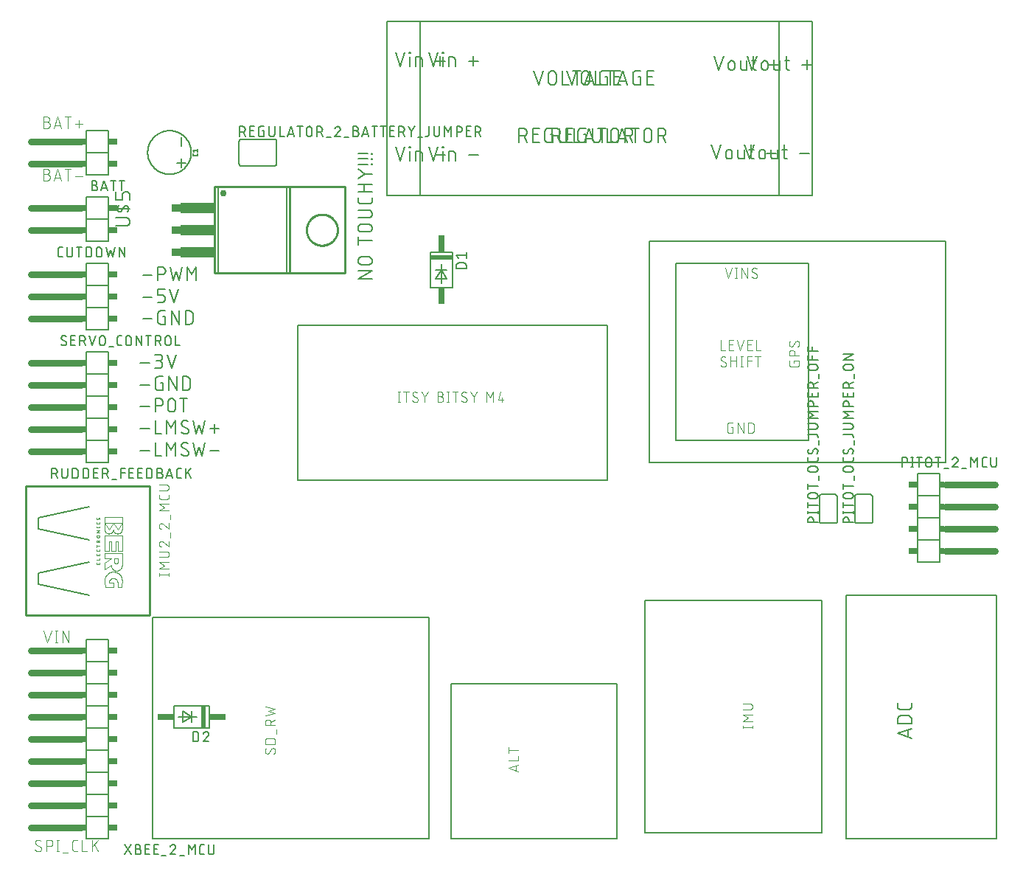
<source format=gbr>
G04 EAGLE Gerber RS-274X export*
G75*
%MOMM*%
%FSLAX34Y34*%
%LPD*%
%INSilkscreen Top*%
%IPPOS*%
%AMOC8*
5,1,8,0,0,1.08239X$1,22.5*%
G01*
%ADD10C,0.127000*%
%ADD11C,0.101600*%
%ADD12C,0.152400*%
%ADD13C,0.762000*%
%ADD14R,0.508000X0.762000*%
%ADD15R,1.016000X0.762000*%
%ADD16C,0.203200*%
%ADD17R,2.540000X0.508000*%
%ADD18R,0.762000X1.905000*%
%ADD19R,0.508000X2.540000*%
%ADD20R,1.905000X0.762000*%
%ADD21C,0.254000*%
%ADD22C,0.050800*%
%ADD23C,0.025400*%
%ADD24C,0.762000*%
%ADD25R,3.860800X1.270000*%
%ADD26R,1.066800X0.914400*%
%ADD27C,0.177800*%


D10*
X131635Y571244D02*
X141964Y571244D01*
X148353Y565219D02*
X152656Y565219D01*
X152786Y565221D01*
X152916Y565227D01*
X153046Y565237D01*
X153175Y565250D01*
X153304Y565268D01*
X153432Y565289D01*
X153559Y565315D01*
X153686Y565344D01*
X153812Y565377D01*
X153936Y565414D01*
X154060Y565454D01*
X154182Y565499D01*
X154303Y565547D01*
X154422Y565598D01*
X154540Y565653D01*
X154656Y565712D01*
X154770Y565774D01*
X154883Y565840D01*
X154993Y565909D01*
X155101Y565981D01*
X155207Y566056D01*
X155310Y566135D01*
X155411Y566217D01*
X155510Y566301D01*
X155606Y566389D01*
X155699Y566480D01*
X155790Y566573D01*
X155878Y566669D01*
X155962Y566768D01*
X156044Y566869D01*
X156123Y566972D01*
X156198Y567078D01*
X156270Y567186D01*
X156339Y567296D01*
X156405Y567409D01*
X156467Y567523D01*
X156526Y567639D01*
X156581Y567757D01*
X156632Y567876D01*
X156680Y567997D01*
X156725Y568119D01*
X156765Y568243D01*
X156802Y568367D01*
X156835Y568493D01*
X156864Y568620D01*
X156890Y568747D01*
X156911Y568875D01*
X156929Y569004D01*
X156942Y569133D01*
X156952Y569263D01*
X156958Y569393D01*
X156960Y569523D01*
X156958Y569653D01*
X156952Y569783D01*
X156942Y569913D01*
X156929Y570042D01*
X156911Y570171D01*
X156890Y570299D01*
X156864Y570426D01*
X156835Y570553D01*
X156802Y570679D01*
X156765Y570803D01*
X156725Y570927D01*
X156680Y571049D01*
X156632Y571170D01*
X156581Y571289D01*
X156526Y571407D01*
X156467Y571523D01*
X156405Y571637D01*
X156339Y571750D01*
X156270Y571860D01*
X156198Y571968D01*
X156123Y572074D01*
X156044Y572177D01*
X155962Y572278D01*
X155878Y572377D01*
X155790Y572473D01*
X155699Y572566D01*
X155606Y572657D01*
X155510Y572745D01*
X155411Y572829D01*
X155310Y572911D01*
X155207Y572990D01*
X155101Y573065D01*
X154993Y573137D01*
X154883Y573206D01*
X154770Y573272D01*
X154656Y573334D01*
X154540Y573393D01*
X154422Y573448D01*
X154303Y573499D01*
X154182Y573547D01*
X154060Y573592D01*
X153936Y573632D01*
X153812Y573669D01*
X153686Y573702D01*
X153559Y573731D01*
X153432Y573757D01*
X153304Y573778D01*
X153175Y573796D01*
X153046Y573809D01*
X152916Y573819D01*
X152786Y573825D01*
X152656Y573827D01*
X153517Y580713D02*
X148353Y580713D01*
X153517Y580713D02*
X153633Y580711D01*
X153749Y580705D01*
X153865Y580695D01*
X153981Y580682D01*
X154096Y580664D01*
X154210Y580643D01*
X154324Y580617D01*
X154436Y580588D01*
X154548Y580555D01*
X154658Y580518D01*
X154767Y580478D01*
X154875Y580434D01*
X154981Y580386D01*
X155085Y580335D01*
X155188Y580280D01*
X155289Y580222D01*
X155387Y580161D01*
X155484Y580096D01*
X155578Y580028D01*
X155670Y579957D01*
X155760Y579882D01*
X155847Y579805D01*
X155931Y579725D01*
X156012Y579642D01*
X156091Y579556D01*
X156167Y579468D01*
X156240Y579377D01*
X156309Y579284D01*
X156376Y579189D01*
X156439Y579091D01*
X156499Y578992D01*
X156555Y578890D01*
X156608Y578786D01*
X156658Y578681D01*
X156703Y578574D01*
X156746Y578466D01*
X156784Y578356D01*
X156819Y578245D01*
X156850Y578133D01*
X156877Y578020D01*
X156901Y577906D01*
X156920Y577791D01*
X156936Y577676D01*
X156948Y577560D01*
X156956Y577444D01*
X156960Y577328D01*
X156960Y577212D01*
X156956Y577096D01*
X156948Y576980D01*
X156936Y576864D01*
X156920Y576749D01*
X156901Y576634D01*
X156877Y576520D01*
X156850Y576407D01*
X156819Y576295D01*
X156784Y576184D01*
X156746Y576074D01*
X156703Y575966D01*
X156658Y575859D01*
X156608Y575754D01*
X156555Y575650D01*
X156499Y575549D01*
X156439Y575449D01*
X156376Y575351D01*
X156309Y575256D01*
X156240Y575163D01*
X156167Y575072D01*
X156091Y574984D01*
X156012Y574898D01*
X155931Y574815D01*
X155847Y574735D01*
X155760Y574658D01*
X155670Y574583D01*
X155578Y574512D01*
X155484Y574444D01*
X155387Y574379D01*
X155289Y574318D01*
X155188Y574260D01*
X155085Y574205D01*
X154981Y574154D01*
X154875Y574106D01*
X154767Y574062D01*
X154658Y574022D01*
X154548Y573985D01*
X154436Y573952D01*
X154324Y573923D01*
X154210Y573897D01*
X154096Y573876D01*
X153981Y573858D01*
X153865Y573845D01*
X153749Y573835D01*
X153633Y573829D01*
X153517Y573827D01*
X150074Y573827D01*
X162358Y580713D02*
X167522Y565219D01*
X172687Y580713D01*
X141964Y546098D02*
X131635Y546098D01*
X154874Y548681D02*
X157456Y548681D01*
X157456Y540073D01*
X152291Y540073D01*
X152176Y540075D01*
X152061Y540081D01*
X151946Y540090D01*
X151832Y540104D01*
X151718Y540121D01*
X151605Y540142D01*
X151493Y540167D01*
X151381Y540195D01*
X151271Y540228D01*
X151162Y540264D01*
X151054Y540303D01*
X150947Y540346D01*
X150842Y540393D01*
X150738Y540443D01*
X150636Y540497D01*
X150536Y540554D01*
X150438Y540614D01*
X150342Y540677D01*
X150249Y540744D01*
X150157Y540814D01*
X150068Y540887D01*
X149981Y540962D01*
X149897Y541041D01*
X149816Y541122D01*
X149737Y541206D01*
X149662Y541293D01*
X149589Y541382D01*
X149519Y541474D01*
X149452Y541567D01*
X149389Y541663D01*
X149329Y541761D01*
X149272Y541861D01*
X149218Y541963D01*
X149168Y542067D01*
X149121Y542172D01*
X149078Y542279D01*
X149039Y542387D01*
X149003Y542496D01*
X148970Y542606D01*
X148942Y542718D01*
X148917Y542830D01*
X148896Y542943D01*
X148879Y543057D01*
X148865Y543171D01*
X148856Y543286D01*
X148850Y543401D01*
X148848Y543516D01*
X148848Y552124D01*
X148850Y552239D01*
X148856Y552354D01*
X148865Y552469D01*
X148879Y552583D01*
X148896Y552697D01*
X148917Y552810D01*
X148942Y552922D01*
X148970Y553034D01*
X149003Y553144D01*
X149039Y553253D01*
X149078Y553361D01*
X149121Y553468D01*
X149168Y553573D01*
X149218Y553677D01*
X149272Y553779D01*
X149329Y553879D01*
X149389Y553977D01*
X149452Y554073D01*
X149519Y554166D01*
X149589Y554258D01*
X149662Y554347D01*
X149737Y554434D01*
X149816Y554518D01*
X149897Y554599D01*
X149981Y554677D01*
X150068Y554753D01*
X150157Y554826D01*
X150249Y554896D01*
X150342Y554963D01*
X150438Y555026D01*
X150536Y555086D01*
X150636Y555143D01*
X150738Y555197D01*
X150842Y555247D01*
X150947Y555294D01*
X151054Y555337D01*
X151162Y555376D01*
X151271Y555412D01*
X151381Y555445D01*
X151493Y555473D01*
X151605Y555498D01*
X151718Y555519D01*
X151832Y555536D01*
X151946Y555550D01*
X152061Y555559D01*
X152176Y555565D01*
X152291Y555567D01*
X157456Y555567D01*
X164705Y555567D02*
X164705Y540073D01*
X173313Y540073D02*
X164705Y555567D01*
X173313Y555567D02*
X173313Y540073D01*
X180562Y540073D02*
X180562Y555567D01*
X184866Y555567D01*
X184996Y555565D01*
X185126Y555559D01*
X185256Y555549D01*
X185385Y555536D01*
X185514Y555518D01*
X185642Y555497D01*
X185769Y555471D01*
X185896Y555442D01*
X186022Y555409D01*
X186146Y555372D01*
X186270Y555332D01*
X186392Y555287D01*
X186513Y555239D01*
X186632Y555188D01*
X186750Y555133D01*
X186866Y555074D01*
X186980Y555012D01*
X187093Y554946D01*
X187203Y554877D01*
X187311Y554805D01*
X187417Y554730D01*
X187520Y554651D01*
X187621Y554569D01*
X187720Y554485D01*
X187816Y554397D01*
X187909Y554306D01*
X188000Y554213D01*
X188088Y554117D01*
X188172Y554018D01*
X188254Y553917D01*
X188333Y553814D01*
X188408Y553708D01*
X188480Y553600D01*
X188549Y553490D01*
X188615Y553377D01*
X188677Y553263D01*
X188736Y553147D01*
X188791Y553029D01*
X188842Y552910D01*
X188890Y552789D01*
X188935Y552667D01*
X188975Y552543D01*
X189012Y552419D01*
X189045Y552293D01*
X189074Y552166D01*
X189100Y552039D01*
X189121Y551911D01*
X189139Y551782D01*
X189152Y551653D01*
X189162Y551523D01*
X189168Y551393D01*
X189170Y551263D01*
X189170Y544377D01*
X189168Y544247D01*
X189162Y544117D01*
X189152Y543987D01*
X189139Y543858D01*
X189121Y543729D01*
X189100Y543601D01*
X189074Y543474D01*
X189045Y543347D01*
X189012Y543221D01*
X188975Y543097D01*
X188935Y542973D01*
X188890Y542851D01*
X188842Y542730D01*
X188791Y542611D01*
X188736Y542493D01*
X188677Y542377D01*
X188615Y542263D01*
X188549Y542150D01*
X188480Y542040D01*
X188408Y541932D01*
X188333Y541826D01*
X188254Y541723D01*
X188172Y541622D01*
X188088Y541523D01*
X188000Y541427D01*
X187909Y541334D01*
X187816Y541243D01*
X187720Y541155D01*
X187621Y541071D01*
X187520Y540989D01*
X187417Y540910D01*
X187311Y540835D01*
X187203Y540763D01*
X187093Y540694D01*
X186980Y540628D01*
X186866Y540566D01*
X186750Y540507D01*
X186632Y540452D01*
X186513Y540401D01*
X186392Y540353D01*
X186270Y540308D01*
X186146Y540268D01*
X186022Y540231D01*
X185896Y540198D01*
X185769Y540169D01*
X185642Y540143D01*
X185514Y540122D01*
X185385Y540104D01*
X185256Y540091D01*
X185126Y540081D01*
X184996Y540075D01*
X184866Y540073D01*
X180562Y540073D01*
X141964Y520952D02*
X131635Y520952D01*
X149045Y514927D02*
X149045Y530421D01*
X153349Y530421D01*
X153479Y530419D01*
X153609Y530413D01*
X153739Y530403D01*
X153868Y530390D01*
X153997Y530372D01*
X154125Y530351D01*
X154252Y530325D01*
X154379Y530296D01*
X154505Y530263D01*
X154629Y530226D01*
X154753Y530186D01*
X154875Y530141D01*
X154996Y530093D01*
X155115Y530042D01*
X155233Y529987D01*
X155349Y529928D01*
X155463Y529866D01*
X155576Y529800D01*
X155686Y529731D01*
X155794Y529659D01*
X155900Y529584D01*
X156003Y529505D01*
X156104Y529423D01*
X156203Y529339D01*
X156299Y529251D01*
X156392Y529160D01*
X156483Y529067D01*
X156571Y528971D01*
X156655Y528872D01*
X156737Y528771D01*
X156816Y528668D01*
X156891Y528562D01*
X156963Y528454D01*
X157032Y528344D01*
X157098Y528231D01*
X157160Y528117D01*
X157219Y528001D01*
X157274Y527883D01*
X157325Y527764D01*
X157373Y527643D01*
X157418Y527521D01*
X157458Y527397D01*
X157495Y527273D01*
X157528Y527147D01*
X157557Y527020D01*
X157583Y526893D01*
X157604Y526765D01*
X157622Y526636D01*
X157635Y526507D01*
X157645Y526377D01*
X157651Y526247D01*
X157653Y526117D01*
X157651Y525987D01*
X157645Y525857D01*
X157635Y525727D01*
X157622Y525598D01*
X157604Y525469D01*
X157583Y525341D01*
X157557Y525214D01*
X157528Y525087D01*
X157495Y524961D01*
X157458Y524837D01*
X157418Y524713D01*
X157373Y524591D01*
X157325Y524470D01*
X157274Y524351D01*
X157219Y524233D01*
X157160Y524117D01*
X157098Y524003D01*
X157032Y523890D01*
X156963Y523780D01*
X156891Y523672D01*
X156816Y523566D01*
X156737Y523463D01*
X156655Y523362D01*
X156571Y523263D01*
X156483Y523167D01*
X156392Y523074D01*
X156299Y522983D01*
X156203Y522895D01*
X156104Y522811D01*
X156003Y522729D01*
X155900Y522650D01*
X155794Y522575D01*
X155686Y522503D01*
X155576Y522434D01*
X155463Y522368D01*
X155349Y522306D01*
X155233Y522247D01*
X155115Y522192D01*
X154996Y522141D01*
X154875Y522093D01*
X154753Y522048D01*
X154629Y522008D01*
X154505Y521971D01*
X154379Y521938D01*
X154252Y521909D01*
X154125Y521883D01*
X153997Y521862D01*
X153868Y521844D01*
X153739Y521831D01*
X153609Y521821D01*
X153479Y521815D01*
X153349Y521813D01*
X149045Y521813D01*
X163218Y519231D02*
X163218Y526117D01*
X163220Y526247D01*
X163226Y526377D01*
X163236Y526507D01*
X163249Y526636D01*
X163267Y526765D01*
X163288Y526893D01*
X163314Y527020D01*
X163343Y527147D01*
X163376Y527273D01*
X163413Y527397D01*
X163453Y527521D01*
X163498Y527643D01*
X163546Y527764D01*
X163597Y527883D01*
X163652Y528001D01*
X163711Y528117D01*
X163773Y528231D01*
X163839Y528344D01*
X163908Y528454D01*
X163980Y528562D01*
X164055Y528668D01*
X164134Y528771D01*
X164216Y528872D01*
X164300Y528971D01*
X164388Y529067D01*
X164479Y529160D01*
X164572Y529251D01*
X164668Y529339D01*
X164767Y529423D01*
X164868Y529505D01*
X164971Y529584D01*
X165077Y529659D01*
X165185Y529731D01*
X165295Y529800D01*
X165408Y529866D01*
X165522Y529928D01*
X165638Y529987D01*
X165756Y530042D01*
X165875Y530093D01*
X165996Y530141D01*
X166118Y530186D01*
X166242Y530226D01*
X166366Y530263D01*
X166492Y530296D01*
X166619Y530325D01*
X166746Y530351D01*
X166874Y530372D01*
X167003Y530390D01*
X167132Y530403D01*
X167262Y530413D01*
X167392Y530419D01*
X167522Y530421D01*
X167652Y530419D01*
X167782Y530413D01*
X167912Y530403D01*
X168041Y530390D01*
X168170Y530372D01*
X168298Y530351D01*
X168425Y530325D01*
X168552Y530296D01*
X168678Y530263D01*
X168802Y530226D01*
X168926Y530186D01*
X169048Y530141D01*
X169169Y530093D01*
X169288Y530042D01*
X169406Y529987D01*
X169522Y529928D01*
X169636Y529866D01*
X169749Y529800D01*
X169859Y529731D01*
X169967Y529659D01*
X170073Y529584D01*
X170176Y529505D01*
X170277Y529423D01*
X170376Y529339D01*
X170472Y529251D01*
X170565Y529160D01*
X170656Y529067D01*
X170744Y528971D01*
X170828Y528872D01*
X170910Y528771D01*
X170989Y528668D01*
X171064Y528562D01*
X171136Y528454D01*
X171205Y528344D01*
X171271Y528231D01*
X171333Y528117D01*
X171392Y528001D01*
X171447Y527883D01*
X171498Y527764D01*
X171546Y527643D01*
X171591Y527521D01*
X171631Y527397D01*
X171668Y527273D01*
X171701Y527147D01*
X171730Y527020D01*
X171756Y526893D01*
X171777Y526765D01*
X171795Y526636D01*
X171808Y526507D01*
X171818Y526377D01*
X171824Y526247D01*
X171826Y526117D01*
X171826Y519231D01*
X171824Y519101D01*
X171818Y518971D01*
X171808Y518841D01*
X171795Y518712D01*
X171777Y518583D01*
X171756Y518455D01*
X171730Y518328D01*
X171701Y518201D01*
X171668Y518075D01*
X171631Y517951D01*
X171591Y517827D01*
X171546Y517705D01*
X171498Y517584D01*
X171447Y517465D01*
X171392Y517347D01*
X171333Y517231D01*
X171271Y517117D01*
X171205Y517004D01*
X171136Y516894D01*
X171064Y516786D01*
X170989Y516680D01*
X170910Y516577D01*
X170828Y516476D01*
X170744Y516377D01*
X170656Y516281D01*
X170565Y516188D01*
X170472Y516097D01*
X170376Y516009D01*
X170277Y515925D01*
X170176Y515843D01*
X170073Y515764D01*
X169967Y515689D01*
X169859Y515617D01*
X169749Y515548D01*
X169636Y515482D01*
X169522Y515420D01*
X169406Y515361D01*
X169288Y515306D01*
X169169Y515255D01*
X169048Y515207D01*
X168926Y515162D01*
X168802Y515122D01*
X168678Y515085D01*
X168552Y515052D01*
X168425Y515023D01*
X168298Y514997D01*
X168170Y514976D01*
X168041Y514958D01*
X167912Y514945D01*
X167782Y514935D01*
X167652Y514929D01*
X167522Y514927D01*
X167392Y514929D01*
X167262Y514935D01*
X167132Y514945D01*
X167003Y514958D01*
X166874Y514976D01*
X166746Y514997D01*
X166619Y515023D01*
X166492Y515052D01*
X166366Y515085D01*
X166242Y515122D01*
X166118Y515162D01*
X165996Y515207D01*
X165875Y515255D01*
X165756Y515306D01*
X165638Y515361D01*
X165522Y515420D01*
X165408Y515482D01*
X165295Y515548D01*
X165185Y515617D01*
X165077Y515689D01*
X164971Y515764D01*
X164868Y515843D01*
X164767Y515925D01*
X164668Y516009D01*
X164572Y516097D01*
X164479Y516188D01*
X164388Y516281D01*
X164300Y516377D01*
X164216Y516476D01*
X164134Y516577D01*
X164055Y516680D01*
X163980Y516786D01*
X163908Y516894D01*
X163839Y517004D01*
X163773Y517117D01*
X163711Y517231D01*
X163652Y517347D01*
X163597Y517465D01*
X163546Y517584D01*
X163498Y517705D01*
X163453Y517827D01*
X163413Y517951D01*
X163376Y518075D01*
X163343Y518201D01*
X163314Y518328D01*
X163288Y518455D01*
X163267Y518583D01*
X163249Y518712D01*
X163236Y518841D01*
X163226Y518971D01*
X163220Y519101D01*
X163218Y519231D01*
X181397Y514927D02*
X181397Y530421D01*
X177093Y530421D02*
X185701Y530421D01*
X141964Y495806D02*
X131635Y495806D01*
X148875Y489781D02*
X148875Y505275D01*
X148875Y489781D02*
X155762Y489781D01*
X161862Y489781D02*
X161862Y505275D01*
X167027Y496667D01*
X172191Y505275D01*
X172191Y489781D01*
X183744Y489781D02*
X183859Y489783D01*
X183974Y489789D01*
X184089Y489798D01*
X184203Y489812D01*
X184317Y489829D01*
X184430Y489850D01*
X184542Y489875D01*
X184654Y489903D01*
X184764Y489936D01*
X184873Y489972D01*
X184981Y490011D01*
X185088Y490054D01*
X185193Y490101D01*
X185297Y490151D01*
X185399Y490205D01*
X185499Y490262D01*
X185597Y490322D01*
X185693Y490385D01*
X185786Y490452D01*
X185878Y490522D01*
X185967Y490595D01*
X186054Y490671D01*
X186138Y490749D01*
X186219Y490830D01*
X186298Y490914D01*
X186373Y491001D01*
X186446Y491090D01*
X186516Y491182D01*
X186583Y491275D01*
X186646Y491371D01*
X186706Y491469D01*
X186763Y491569D01*
X186817Y491671D01*
X186867Y491775D01*
X186914Y491880D01*
X186957Y491987D01*
X186996Y492095D01*
X187032Y492204D01*
X187065Y492314D01*
X187093Y492426D01*
X187118Y492538D01*
X187139Y492651D01*
X187156Y492765D01*
X187170Y492879D01*
X187179Y492994D01*
X187185Y493109D01*
X187187Y493224D01*
X183744Y489781D02*
X183570Y489783D01*
X183396Y489789D01*
X183222Y489800D01*
X183049Y489814D01*
X182876Y489833D01*
X182704Y489856D01*
X182532Y489883D01*
X182360Y489914D01*
X182190Y489949D01*
X182020Y489988D01*
X181852Y490031D01*
X181684Y490079D01*
X181518Y490130D01*
X181353Y490185D01*
X181189Y490244D01*
X181027Y490307D01*
X180867Y490374D01*
X180708Y490445D01*
X180550Y490520D01*
X180395Y490598D01*
X180241Y490680D01*
X180090Y490766D01*
X179941Y490855D01*
X179793Y490948D01*
X179648Y491044D01*
X179506Y491144D01*
X179366Y491247D01*
X179228Y491353D01*
X179093Y491463D01*
X178960Y491576D01*
X178831Y491692D01*
X178704Y491811D01*
X178580Y491933D01*
X179010Y501832D02*
X179012Y501947D01*
X179018Y502062D01*
X179027Y502177D01*
X179041Y502291D01*
X179058Y502405D01*
X179079Y502518D01*
X179104Y502630D01*
X179132Y502742D01*
X179165Y502852D01*
X179201Y502961D01*
X179240Y503069D01*
X179283Y503176D01*
X179330Y503281D01*
X179380Y503385D01*
X179434Y503487D01*
X179491Y503587D01*
X179551Y503685D01*
X179614Y503781D01*
X179681Y503874D01*
X179751Y503966D01*
X179824Y504055D01*
X179899Y504142D01*
X179978Y504226D01*
X180059Y504307D01*
X180143Y504386D01*
X180230Y504461D01*
X180319Y504534D01*
X180411Y504604D01*
X180504Y504671D01*
X180600Y504734D01*
X180698Y504794D01*
X180798Y504851D01*
X180900Y504905D01*
X181004Y504955D01*
X181109Y505002D01*
X181216Y505045D01*
X181324Y505084D01*
X181433Y505120D01*
X181543Y505153D01*
X181655Y505181D01*
X181767Y505206D01*
X181880Y505227D01*
X181994Y505244D01*
X182108Y505258D01*
X182223Y505267D01*
X182338Y505273D01*
X182453Y505275D01*
X182613Y505273D01*
X182772Y505267D01*
X182932Y505257D01*
X183091Y505243D01*
X183250Y505226D01*
X183408Y505204D01*
X183566Y505178D01*
X183723Y505149D01*
X183879Y505115D01*
X184035Y505078D01*
X184189Y505037D01*
X184342Y504992D01*
X184495Y504944D01*
X184646Y504891D01*
X184795Y504835D01*
X184943Y504775D01*
X185090Y504712D01*
X185235Y504645D01*
X185378Y504574D01*
X185520Y504500D01*
X185660Y504422D01*
X185797Y504341D01*
X185933Y504257D01*
X186066Y504169D01*
X186198Y504078D01*
X186327Y503984D01*
X180732Y498819D02*
X180632Y498880D01*
X180534Y498945D01*
X180438Y499012D01*
X180345Y499083D01*
X180254Y499157D01*
X180166Y499234D01*
X180080Y499314D01*
X179997Y499397D01*
X179917Y499482D01*
X179840Y499570D01*
X179766Y499661D01*
X179695Y499754D01*
X179626Y499849D01*
X179562Y499947D01*
X179500Y500046D01*
X179442Y500148D01*
X179387Y500252D01*
X179336Y500357D01*
X179289Y500464D01*
X179245Y500573D01*
X179204Y500683D01*
X179168Y500794D01*
X179135Y500906D01*
X179106Y501020D01*
X179080Y501134D01*
X179059Y501249D01*
X179041Y501365D01*
X179028Y501481D01*
X179018Y501598D01*
X179012Y501715D01*
X179010Y501832D01*
X185466Y496237D02*
X185566Y496176D01*
X185664Y496111D01*
X185760Y496044D01*
X185853Y495973D01*
X185944Y495899D01*
X186032Y495822D01*
X186118Y495742D01*
X186201Y495659D01*
X186281Y495574D01*
X186358Y495486D01*
X186432Y495395D01*
X186503Y495302D01*
X186572Y495207D01*
X186636Y495109D01*
X186698Y495010D01*
X186756Y494908D01*
X186811Y494804D01*
X186862Y494699D01*
X186909Y494592D01*
X186953Y494483D01*
X186994Y494373D01*
X187030Y494262D01*
X187063Y494150D01*
X187092Y494036D01*
X187118Y493922D01*
X187139Y493807D01*
X187157Y493691D01*
X187170Y493575D01*
X187180Y493458D01*
X187186Y493341D01*
X187188Y493224D01*
X185466Y496237D02*
X180732Y498819D01*
X192350Y505275D02*
X195793Y489781D01*
X199236Y500110D01*
X202679Y489781D01*
X206122Y505275D01*
X211910Y495806D02*
X222240Y495806D01*
X217075Y490642D02*
X217075Y500971D01*
X141964Y470660D02*
X131635Y470660D01*
X148875Y464635D02*
X148875Y480129D01*
X148875Y464635D02*
X155762Y464635D01*
X161862Y464635D02*
X161862Y480129D01*
X167027Y471521D01*
X172191Y480129D01*
X172191Y464635D01*
X183744Y464635D02*
X183859Y464637D01*
X183974Y464643D01*
X184089Y464652D01*
X184203Y464666D01*
X184317Y464683D01*
X184430Y464704D01*
X184542Y464729D01*
X184654Y464757D01*
X184764Y464790D01*
X184873Y464826D01*
X184981Y464865D01*
X185088Y464908D01*
X185193Y464955D01*
X185297Y465005D01*
X185399Y465059D01*
X185499Y465116D01*
X185597Y465176D01*
X185693Y465239D01*
X185786Y465306D01*
X185878Y465376D01*
X185967Y465449D01*
X186054Y465525D01*
X186138Y465603D01*
X186219Y465684D01*
X186298Y465768D01*
X186373Y465855D01*
X186446Y465944D01*
X186516Y466036D01*
X186583Y466129D01*
X186646Y466225D01*
X186706Y466323D01*
X186763Y466423D01*
X186817Y466525D01*
X186867Y466629D01*
X186914Y466734D01*
X186957Y466841D01*
X186996Y466949D01*
X187032Y467058D01*
X187065Y467168D01*
X187093Y467280D01*
X187118Y467392D01*
X187139Y467505D01*
X187156Y467619D01*
X187170Y467733D01*
X187179Y467848D01*
X187185Y467963D01*
X187187Y468078D01*
X183744Y464635D02*
X183570Y464637D01*
X183396Y464643D01*
X183222Y464654D01*
X183049Y464668D01*
X182876Y464687D01*
X182704Y464710D01*
X182532Y464737D01*
X182360Y464768D01*
X182190Y464803D01*
X182020Y464842D01*
X181852Y464885D01*
X181684Y464933D01*
X181518Y464984D01*
X181353Y465039D01*
X181189Y465098D01*
X181027Y465161D01*
X180867Y465228D01*
X180708Y465299D01*
X180550Y465374D01*
X180395Y465452D01*
X180241Y465534D01*
X180090Y465620D01*
X179941Y465709D01*
X179793Y465802D01*
X179648Y465898D01*
X179506Y465998D01*
X179366Y466101D01*
X179228Y466207D01*
X179093Y466317D01*
X178960Y466430D01*
X178831Y466546D01*
X178704Y466665D01*
X178580Y466787D01*
X179010Y476686D02*
X179012Y476801D01*
X179018Y476916D01*
X179027Y477031D01*
X179041Y477145D01*
X179058Y477259D01*
X179079Y477372D01*
X179104Y477484D01*
X179132Y477596D01*
X179165Y477706D01*
X179201Y477815D01*
X179240Y477923D01*
X179283Y478030D01*
X179330Y478135D01*
X179380Y478239D01*
X179434Y478341D01*
X179491Y478441D01*
X179551Y478539D01*
X179614Y478635D01*
X179681Y478728D01*
X179751Y478820D01*
X179824Y478909D01*
X179899Y478996D01*
X179978Y479080D01*
X180059Y479161D01*
X180143Y479240D01*
X180230Y479315D01*
X180319Y479388D01*
X180411Y479458D01*
X180504Y479525D01*
X180600Y479588D01*
X180698Y479648D01*
X180798Y479705D01*
X180900Y479759D01*
X181004Y479809D01*
X181109Y479856D01*
X181216Y479899D01*
X181324Y479938D01*
X181433Y479974D01*
X181543Y480007D01*
X181655Y480035D01*
X181767Y480060D01*
X181880Y480081D01*
X181994Y480098D01*
X182108Y480112D01*
X182223Y480121D01*
X182338Y480127D01*
X182453Y480129D01*
X182613Y480127D01*
X182772Y480121D01*
X182932Y480111D01*
X183091Y480097D01*
X183250Y480080D01*
X183408Y480058D01*
X183566Y480032D01*
X183723Y480003D01*
X183879Y479969D01*
X184035Y479932D01*
X184189Y479891D01*
X184342Y479846D01*
X184495Y479798D01*
X184646Y479745D01*
X184795Y479689D01*
X184943Y479629D01*
X185090Y479566D01*
X185235Y479499D01*
X185378Y479428D01*
X185520Y479354D01*
X185660Y479276D01*
X185797Y479195D01*
X185933Y479111D01*
X186066Y479023D01*
X186198Y478932D01*
X186327Y478838D01*
X180732Y473673D02*
X180632Y473734D01*
X180534Y473799D01*
X180438Y473866D01*
X180345Y473937D01*
X180254Y474011D01*
X180166Y474088D01*
X180080Y474168D01*
X179997Y474251D01*
X179917Y474336D01*
X179840Y474424D01*
X179766Y474515D01*
X179695Y474608D01*
X179626Y474703D01*
X179562Y474801D01*
X179500Y474900D01*
X179442Y475002D01*
X179387Y475106D01*
X179336Y475211D01*
X179289Y475318D01*
X179245Y475427D01*
X179204Y475537D01*
X179168Y475648D01*
X179135Y475760D01*
X179106Y475874D01*
X179080Y475988D01*
X179059Y476103D01*
X179041Y476219D01*
X179028Y476335D01*
X179018Y476452D01*
X179012Y476569D01*
X179010Y476686D01*
X185466Y471091D02*
X185566Y471030D01*
X185664Y470965D01*
X185760Y470898D01*
X185853Y470827D01*
X185944Y470753D01*
X186032Y470676D01*
X186118Y470596D01*
X186201Y470513D01*
X186281Y470428D01*
X186358Y470340D01*
X186432Y470249D01*
X186503Y470156D01*
X186572Y470061D01*
X186636Y469963D01*
X186698Y469864D01*
X186756Y469762D01*
X186811Y469658D01*
X186862Y469553D01*
X186909Y469446D01*
X186953Y469337D01*
X186994Y469227D01*
X187030Y469116D01*
X187063Y469004D01*
X187092Y468890D01*
X187118Y468776D01*
X187139Y468661D01*
X187157Y468545D01*
X187170Y468429D01*
X187180Y468312D01*
X187186Y468195D01*
X187188Y468078D01*
X185466Y471091D02*
X180732Y473673D01*
X192350Y480129D02*
X195793Y464635D01*
X199236Y474964D01*
X202679Y464635D01*
X206122Y480129D01*
X211910Y470660D02*
X222240Y470660D01*
X144964Y671952D02*
X134635Y671952D01*
X152045Y665927D02*
X152045Y681421D01*
X156349Y681421D01*
X156479Y681419D01*
X156609Y681413D01*
X156739Y681403D01*
X156868Y681390D01*
X156997Y681372D01*
X157125Y681351D01*
X157252Y681325D01*
X157379Y681296D01*
X157505Y681263D01*
X157629Y681226D01*
X157753Y681186D01*
X157875Y681141D01*
X157996Y681093D01*
X158115Y681042D01*
X158233Y680987D01*
X158349Y680928D01*
X158463Y680866D01*
X158576Y680800D01*
X158686Y680731D01*
X158794Y680659D01*
X158900Y680584D01*
X159003Y680505D01*
X159104Y680423D01*
X159203Y680339D01*
X159299Y680251D01*
X159392Y680160D01*
X159483Y680067D01*
X159571Y679971D01*
X159655Y679872D01*
X159737Y679771D01*
X159816Y679668D01*
X159891Y679562D01*
X159963Y679454D01*
X160032Y679344D01*
X160098Y679231D01*
X160160Y679117D01*
X160219Y679001D01*
X160274Y678883D01*
X160325Y678764D01*
X160373Y678643D01*
X160418Y678521D01*
X160458Y678397D01*
X160495Y678273D01*
X160528Y678147D01*
X160557Y678020D01*
X160583Y677893D01*
X160604Y677765D01*
X160622Y677636D01*
X160635Y677507D01*
X160645Y677377D01*
X160651Y677247D01*
X160653Y677117D01*
X160651Y676987D01*
X160645Y676857D01*
X160635Y676727D01*
X160622Y676598D01*
X160604Y676469D01*
X160583Y676341D01*
X160557Y676214D01*
X160528Y676087D01*
X160495Y675961D01*
X160458Y675837D01*
X160418Y675713D01*
X160373Y675591D01*
X160325Y675470D01*
X160274Y675351D01*
X160219Y675233D01*
X160160Y675117D01*
X160098Y675003D01*
X160032Y674890D01*
X159963Y674780D01*
X159891Y674672D01*
X159816Y674566D01*
X159737Y674463D01*
X159655Y674362D01*
X159571Y674263D01*
X159483Y674167D01*
X159392Y674074D01*
X159299Y673983D01*
X159203Y673895D01*
X159104Y673811D01*
X159003Y673729D01*
X158900Y673650D01*
X158794Y673575D01*
X158686Y673503D01*
X158576Y673434D01*
X158463Y673368D01*
X158349Y673306D01*
X158233Y673247D01*
X158115Y673192D01*
X157996Y673141D01*
X157875Y673093D01*
X157753Y673048D01*
X157629Y673008D01*
X157505Y672971D01*
X157379Y672938D01*
X157252Y672909D01*
X157125Y672883D01*
X156997Y672862D01*
X156868Y672844D01*
X156739Y672831D01*
X156609Y672821D01*
X156479Y672815D01*
X156349Y672813D01*
X152045Y672813D01*
X165618Y681421D02*
X169061Y665927D01*
X172504Y676256D01*
X175947Y665927D01*
X179391Y681421D01*
X185674Y681421D02*
X185674Y665927D01*
X190839Y672813D02*
X185674Y681421D01*
X190839Y672813D02*
X196004Y681421D01*
X196004Y665927D01*
X144964Y646806D02*
X134635Y646806D01*
X151353Y640781D02*
X156517Y640781D01*
X156632Y640783D01*
X156747Y640789D01*
X156862Y640798D01*
X156976Y640812D01*
X157090Y640829D01*
X157203Y640850D01*
X157315Y640875D01*
X157427Y640903D01*
X157537Y640936D01*
X157646Y640972D01*
X157754Y641011D01*
X157861Y641054D01*
X157966Y641101D01*
X158070Y641151D01*
X158172Y641205D01*
X158272Y641262D01*
X158370Y641322D01*
X158466Y641385D01*
X158559Y641452D01*
X158651Y641522D01*
X158740Y641595D01*
X158827Y641671D01*
X158911Y641749D01*
X158992Y641830D01*
X159071Y641915D01*
X159146Y642001D01*
X159219Y642090D01*
X159289Y642182D01*
X159356Y642275D01*
X159419Y642371D01*
X159479Y642469D01*
X159536Y642569D01*
X159590Y642671D01*
X159640Y642775D01*
X159687Y642880D01*
X159730Y642987D01*
X159770Y643095D01*
X159805Y643204D01*
X159838Y643314D01*
X159866Y643426D01*
X159891Y643538D01*
X159912Y643651D01*
X159929Y643765D01*
X159943Y643879D01*
X159952Y643994D01*
X159958Y644109D01*
X159960Y644224D01*
X159960Y645946D01*
X159958Y646061D01*
X159952Y646176D01*
X159943Y646291D01*
X159929Y646405D01*
X159912Y646519D01*
X159891Y646632D01*
X159866Y646744D01*
X159838Y646856D01*
X159805Y646966D01*
X159769Y647075D01*
X159730Y647183D01*
X159687Y647290D01*
X159640Y647395D01*
X159590Y647499D01*
X159536Y647601D01*
X159479Y647701D01*
X159419Y647799D01*
X159356Y647895D01*
X159289Y647988D01*
X159219Y648080D01*
X159146Y648169D01*
X159071Y648256D01*
X158992Y648340D01*
X158911Y648421D01*
X158827Y648500D01*
X158740Y648575D01*
X158651Y648648D01*
X158559Y648718D01*
X158466Y648785D01*
X158370Y648848D01*
X158272Y648908D01*
X158172Y648965D01*
X158070Y649019D01*
X157966Y649069D01*
X157861Y649116D01*
X157754Y649159D01*
X157646Y649198D01*
X157537Y649234D01*
X157427Y649267D01*
X157315Y649295D01*
X157203Y649320D01*
X157090Y649341D01*
X156976Y649358D01*
X156862Y649372D01*
X156747Y649381D01*
X156632Y649387D01*
X156517Y649389D01*
X151353Y649389D01*
X151353Y656275D01*
X159960Y656275D01*
X165358Y656275D02*
X170522Y640781D01*
X175687Y656275D01*
X144964Y621660D02*
X134635Y621660D01*
X157874Y624243D02*
X160456Y624243D01*
X160456Y615635D01*
X155291Y615635D01*
X155176Y615637D01*
X155061Y615643D01*
X154946Y615652D01*
X154832Y615666D01*
X154718Y615683D01*
X154605Y615704D01*
X154493Y615729D01*
X154381Y615757D01*
X154271Y615790D01*
X154162Y615826D01*
X154054Y615865D01*
X153947Y615908D01*
X153842Y615955D01*
X153738Y616005D01*
X153636Y616059D01*
X153536Y616116D01*
X153438Y616176D01*
X153342Y616239D01*
X153249Y616306D01*
X153157Y616376D01*
X153068Y616449D01*
X152981Y616524D01*
X152897Y616603D01*
X152816Y616684D01*
X152737Y616768D01*
X152662Y616855D01*
X152589Y616944D01*
X152519Y617036D01*
X152452Y617129D01*
X152389Y617225D01*
X152329Y617323D01*
X152272Y617423D01*
X152218Y617525D01*
X152168Y617629D01*
X152121Y617734D01*
X152078Y617841D01*
X152039Y617949D01*
X152003Y618058D01*
X151970Y618168D01*
X151942Y618280D01*
X151917Y618392D01*
X151896Y618505D01*
X151879Y618619D01*
X151865Y618733D01*
X151856Y618848D01*
X151850Y618963D01*
X151848Y619078D01*
X151848Y627686D01*
X151850Y627801D01*
X151856Y627916D01*
X151865Y628031D01*
X151879Y628145D01*
X151896Y628259D01*
X151917Y628372D01*
X151942Y628484D01*
X151970Y628596D01*
X152003Y628706D01*
X152039Y628815D01*
X152078Y628923D01*
X152121Y629030D01*
X152168Y629135D01*
X152218Y629239D01*
X152272Y629341D01*
X152329Y629441D01*
X152389Y629539D01*
X152452Y629635D01*
X152519Y629728D01*
X152589Y629820D01*
X152662Y629909D01*
X152737Y629996D01*
X152816Y630080D01*
X152897Y630161D01*
X152981Y630239D01*
X153068Y630315D01*
X153157Y630388D01*
X153249Y630458D01*
X153342Y630525D01*
X153438Y630588D01*
X153536Y630648D01*
X153636Y630705D01*
X153738Y630759D01*
X153842Y630809D01*
X153947Y630856D01*
X154054Y630899D01*
X154162Y630938D01*
X154271Y630974D01*
X154381Y631007D01*
X154493Y631035D01*
X154605Y631060D01*
X154718Y631081D01*
X154832Y631098D01*
X154946Y631112D01*
X155061Y631121D01*
X155176Y631127D01*
X155291Y631129D01*
X160456Y631129D01*
X167705Y631129D02*
X167705Y615635D01*
X176313Y615635D02*
X167705Y631129D01*
X176313Y631129D02*
X176313Y615635D01*
X183562Y615635D02*
X183562Y631129D01*
X187866Y631129D01*
X187996Y631127D01*
X188126Y631121D01*
X188256Y631111D01*
X188385Y631098D01*
X188514Y631080D01*
X188642Y631059D01*
X188769Y631033D01*
X188896Y631004D01*
X189022Y630971D01*
X189146Y630934D01*
X189270Y630894D01*
X189392Y630849D01*
X189513Y630801D01*
X189632Y630750D01*
X189750Y630695D01*
X189866Y630636D01*
X189980Y630574D01*
X190093Y630508D01*
X190203Y630439D01*
X190311Y630367D01*
X190417Y630292D01*
X190520Y630213D01*
X190621Y630131D01*
X190720Y630047D01*
X190816Y629959D01*
X190909Y629868D01*
X191000Y629775D01*
X191088Y629679D01*
X191172Y629580D01*
X191254Y629479D01*
X191333Y629376D01*
X191408Y629270D01*
X191480Y629162D01*
X191549Y629052D01*
X191615Y628939D01*
X191677Y628825D01*
X191736Y628709D01*
X191791Y628591D01*
X191842Y628472D01*
X191890Y628351D01*
X191935Y628229D01*
X191975Y628105D01*
X192012Y627981D01*
X192045Y627855D01*
X192074Y627728D01*
X192100Y627601D01*
X192121Y627473D01*
X192139Y627344D01*
X192152Y627215D01*
X192162Y627085D01*
X192168Y626955D01*
X192170Y626825D01*
X192170Y619939D01*
X192168Y619809D01*
X192162Y619679D01*
X192152Y619549D01*
X192139Y619420D01*
X192121Y619291D01*
X192100Y619163D01*
X192074Y619036D01*
X192045Y618909D01*
X192012Y618783D01*
X191975Y618659D01*
X191935Y618535D01*
X191890Y618413D01*
X191842Y618292D01*
X191791Y618173D01*
X191736Y618055D01*
X191677Y617939D01*
X191615Y617825D01*
X191549Y617712D01*
X191480Y617602D01*
X191408Y617494D01*
X191333Y617388D01*
X191254Y617285D01*
X191172Y617184D01*
X191088Y617085D01*
X191000Y616989D01*
X190909Y616896D01*
X190816Y616805D01*
X190720Y616717D01*
X190621Y616633D01*
X190520Y616551D01*
X190417Y616472D01*
X190311Y616397D01*
X190203Y616325D01*
X190093Y616256D01*
X189980Y616190D01*
X189866Y616128D01*
X189750Y616069D01*
X189632Y616014D01*
X189513Y615963D01*
X189392Y615915D01*
X189270Y615870D01*
X189146Y615830D01*
X189022Y615793D01*
X188896Y615760D01*
X188769Y615731D01*
X188642Y615705D01*
X188514Y615684D01*
X188385Y615666D01*
X188256Y615653D01*
X188126Y615643D01*
X187996Y615637D01*
X187866Y615635D01*
X183562Y615635D01*
D11*
X17846Y13443D02*
X17844Y13336D01*
X17838Y13229D01*
X17828Y13122D01*
X17815Y13016D01*
X17797Y12910D01*
X17776Y12805D01*
X17751Y12701D01*
X17722Y12597D01*
X17689Y12495D01*
X17652Y12395D01*
X17612Y12295D01*
X17568Y12197D01*
X17521Y12101D01*
X17470Y12007D01*
X17416Y11914D01*
X17359Y11824D01*
X17298Y11735D01*
X17234Y11649D01*
X17167Y11566D01*
X17097Y11484D01*
X17024Y11406D01*
X16948Y11330D01*
X16870Y11257D01*
X16788Y11187D01*
X16705Y11120D01*
X16619Y11056D01*
X16530Y10995D01*
X16440Y10938D01*
X16347Y10884D01*
X16253Y10833D01*
X16157Y10786D01*
X16059Y10742D01*
X15959Y10702D01*
X15859Y10665D01*
X15757Y10632D01*
X15653Y10603D01*
X15549Y10578D01*
X15444Y10557D01*
X15338Y10539D01*
X15232Y10526D01*
X15125Y10516D01*
X15018Y10510D01*
X14911Y10508D01*
X14758Y10510D01*
X14605Y10516D01*
X14453Y10525D01*
X14300Y10538D01*
X14148Y10555D01*
X13997Y10576D01*
X13845Y10600D01*
X13695Y10628D01*
X13545Y10660D01*
X13397Y10696D01*
X13249Y10735D01*
X13102Y10778D01*
X12956Y10824D01*
X12812Y10874D01*
X12668Y10928D01*
X12526Y10985D01*
X12386Y11045D01*
X12247Y11110D01*
X12110Y11177D01*
X11974Y11248D01*
X11840Y11322D01*
X11708Y11399D01*
X11578Y11480D01*
X11450Y11564D01*
X11324Y11651D01*
X11201Y11741D01*
X11079Y11834D01*
X10960Y11930D01*
X10844Y12029D01*
X10729Y12130D01*
X10618Y12235D01*
X10509Y12342D01*
X10875Y20781D02*
X10877Y20888D01*
X10883Y20995D01*
X10893Y21102D01*
X10906Y21208D01*
X10924Y21314D01*
X10945Y21419D01*
X10970Y21523D01*
X10999Y21627D01*
X11032Y21729D01*
X11069Y21829D01*
X11109Y21929D01*
X11153Y22027D01*
X11200Y22123D01*
X11251Y22217D01*
X11305Y22310D01*
X11362Y22400D01*
X11423Y22489D01*
X11487Y22575D01*
X11554Y22658D01*
X11624Y22740D01*
X11697Y22818D01*
X11773Y22894D01*
X11851Y22967D01*
X11933Y23037D01*
X12016Y23104D01*
X12102Y23168D01*
X12191Y23229D01*
X12281Y23286D01*
X12374Y23340D01*
X12468Y23391D01*
X12564Y23438D01*
X12662Y23482D01*
X12762Y23522D01*
X12862Y23559D01*
X12964Y23592D01*
X13068Y23621D01*
X13172Y23646D01*
X13277Y23667D01*
X13383Y23685D01*
X13489Y23698D01*
X13596Y23708D01*
X13703Y23714D01*
X13810Y23716D01*
X13958Y23714D01*
X14105Y23708D01*
X14252Y23698D01*
X14399Y23684D01*
X14546Y23667D01*
X14691Y23645D01*
X14837Y23619D01*
X14981Y23590D01*
X15125Y23557D01*
X15268Y23519D01*
X15410Y23478D01*
X15550Y23434D01*
X15690Y23385D01*
X15828Y23333D01*
X15964Y23277D01*
X16099Y23217D01*
X16232Y23154D01*
X16364Y23087D01*
X16494Y23017D01*
X16622Y22944D01*
X16747Y22866D01*
X16871Y22786D01*
X16993Y22702D01*
X17112Y22615D01*
X12343Y18213D02*
X12252Y18269D01*
X12163Y18328D01*
X12076Y18390D01*
X11992Y18455D01*
X11909Y18523D01*
X11830Y18594D01*
X11753Y18668D01*
X11679Y18745D01*
X11607Y18824D01*
X11539Y18906D01*
X11473Y18990D01*
X11410Y19077D01*
X11351Y19165D01*
X11295Y19256D01*
X11242Y19349D01*
X11192Y19443D01*
X11146Y19539D01*
X11103Y19637D01*
X11064Y19736D01*
X11028Y19837D01*
X10996Y19939D01*
X10968Y20042D01*
X10944Y20146D01*
X10923Y20250D01*
X10906Y20356D01*
X10892Y20461D01*
X10883Y20568D01*
X10877Y20674D01*
X10875Y20781D01*
X16378Y16011D02*
X16469Y15955D01*
X16558Y15896D01*
X16645Y15834D01*
X16729Y15769D01*
X16812Y15701D01*
X16891Y15630D01*
X16968Y15556D01*
X17042Y15479D01*
X17114Y15400D01*
X17182Y15318D01*
X17248Y15234D01*
X17311Y15147D01*
X17370Y15059D01*
X17426Y14968D01*
X17479Y14875D01*
X17529Y14781D01*
X17575Y14685D01*
X17618Y14587D01*
X17657Y14488D01*
X17693Y14387D01*
X17725Y14285D01*
X17753Y14182D01*
X17777Y14078D01*
X17798Y13974D01*
X17815Y13868D01*
X17829Y13763D01*
X17838Y13656D01*
X17844Y13550D01*
X17846Y13443D01*
X16378Y16011D02*
X12342Y18213D01*
X23489Y23716D02*
X23489Y10508D01*
X23489Y23716D02*
X27158Y23716D01*
X27278Y23714D01*
X27398Y23708D01*
X27518Y23698D01*
X27637Y23685D01*
X27756Y23667D01*
X27874Y23646D01*
X27991Y23620D01*
X28108Y23591D01*
X28223Y23558D01*
X28337Y23521D01*
X28450Y23481D01*
X28562Y23437D01*
X28672Y23389D01*
X28781Y23338D01*
X28888Y23283D01*
X28992Y23224D01*
X29095Y23163D01*
X29196Y23098D01*
X29295Y23029D01*
X29392Y22958D01*
X29486Y22883D01*
X29577Y22806D01*
X29666Y22725D01*
X29752Y22641D01*
X29836Y22555D01*
X29917Y22466D01*
X29994Y22375D01*
X30069Y22281D01*
X30140Y22184D01*
X30209Y22085D01*
X30274Y21984D01*
X30335Y21882D01*
X30394Y21777D01*
X30449Y21670D01*
X30500Y21561D01*
X30548Y21451D01*
X30592Y21339D01*
X30632Y21226D01*
X30669Y21112D01*
X30702Y20997D01*
X30731Y20880D01*
X30757Y20763D01*
X30778Y20645D01*
X30796Y20526D01*
X30809Y20407D01*
X30819Y20287D01*
X30825Y20167D01*
X30827Y20047D01*
X30825Y19927D01*
X30819Y19807D01*
X30809Y19687D01*
X30796Y19568D01*
X30778Y19449D01*
X30757Y19331D01*
X30731Y19214D01*
X30702Y19097D01*
X30669Y18982D01*
X30632Y18868D01*
X30592Y18755D01*
X30548Y18643D01*
X30500Y18533D01*
X30449Y18424D01*
X30394Y18317D01*
X30335Y18213D01*
X30274Y18110D01*
X30209Y18009D01*
X30140Y17910D01*
X30069Y17813D01*
X29994Y17719D01*
X29917Y17628D01*
X29836Y17539D01*
X29752Y17453D01*
X29666Y17369D01*
X29577Y17288D01*
X29486Y17211D01*
X29392Y17136D01*
X29295Y17065D01*
X29196Y16996D01*
X29095Y16931D01*
X28993Y16870D01*
X28888Y16811D01*
X28781Y16756D01*
X28672Y16705D01*
X28562Y16657D01*
X28450Y16613D01*
X28337Y16573D01*
X28223Y16536D01*
X28108Y16503D01*
X27991Y16474D01*
X27874Y16448D01*
X27756Y16427D01*
X27637Y16409D01*
X27518Y16396D01*
X27398Y16386D01*
X27278Y16380D01*
X27158Y16378D01*
X23489Y16378D01*
X36793Y10508D02*
X36793Y23716D01*
X35325Y10508D02*
X38261Y10508D01*
X38261Y23716D02*
X35325Y23716D01*
X42819Y9040D02*
X48689Y9040D01*
X56507Y10508D02*
X59442Y10508D01*
X56507Y10508D02*
X56400Y10510D01*
X56293Y10516D01*
X56186Y10526D01*
X56080Y10539D01*
X55974Y10557D01*
X55869Y10578D01*
X55765Y10603D01*
X55661Y10632D01*
X55559Y10665D01*
X55459Y10702D01*
X55359Y10742D01*
X55261Y10786D01*
X55165Y10833D01*
X55071Y10884D01*
X54978Y10938D01*
X54888Y10995D01*
X54799Y11056D01*
X54713Y11120D01*
X54630Y11187D01*
X54548Y11257D01*
X54470Y11330D01*
X54394Y11406D01*
X54321Y11484D01*
X54251Y11566D01*
X54184Y11649D01*
X54120Y11735D01*
X54059Y11824D01*
X54002Y11914D01*
X53948Y12007D01*
X53897Y12101D01*
X53850Y12197D01*
X53806Y12295D01*
X53766Y12395D01*
X53729Y12495D01*
X53696Y12597D01*
X53667Y12701D01*
X53642Y12805D01*
X53621Y12910D01*
X53603Y13016D01*
X53590Y13122D01*
X53580Y13229D01*
X53574Y13336D01*
X53572Y13443D01*
X53571Y13443D02*
X53571Y20781D01*
X53572Y20781D02*
X53574Y20888D01*
X53580Y20995D01*
X53590Y21102D01*
X53603Y21208D01*
X53621Y21314D01*
X53642Y21419D01*
X53667Y21523D01*
X53696Y21627D01*
X53729Y21729D01*
X53766Y21829D01*
X53806Y21929D01*
X53850Y22027D01*
X53897Y22123D01*
X53948Y22217D01*
X54002Y22310D01*
X54059Y22400D01*
X54120Y22489D01*
X54184Y22575D01*
X54251Y22658D01*
X54321Y22740D01*
X54394Y22818D01*
X54470Y22894D01*
X54548Y22967D01*
X54630Y23037D01*
X54713Y23104D01*
X54799Y23168D01*
X54888Y23229D01*
X54978Y23286D01*
X55071Y23340D01*
X55165Y23391D01*
X55261Y23438D01*
X55359Y23482D01*
X55459Y23522D01*
X55559Y23559D01*
X55661Y23592D01*
X55765Y23621D01*
X55869Y23646D01*
X55974Y23667D01*
X56080Y23685D01*
X56186Y23698D01*
X56293Y23708D01*
X56400Y23714D01*
X56507Y23716D01*
X59442Y23716D01*
X64725Y23716D02*
X64725Y10508D01*
X70595Y10508D01*
X75976Y10508D02*
X75976Y23716D01*
X83313Y23716D02*
X75976Y15644D01*
X78911Y18580D02*
X83313Y10508D01*
X24911Y250508D02*
X20508Y263716D01*
X29313Y263716D02*
X24911Y250508D01*
X35152Y250508D02*
X35152Y263716D01*
X33684Y250508D02*
X36619Y250508D01*
X36619Y263716D02*
X33684Y263716D01*
X42151Y263716D02*
X42151Y250508D01*
X49489Y250508D02*
X42151Y263716D01*
X49489Y263716D02*
X49489Y250508D01*
X24177Y847846D02*
X20508Y847846D01*
X24177Y847846D02*
X24297Y847844D01*
X24417Y847838D01*
X24537Y847828D01*
X24656Y847815D01*
X24775Y847797D01*
X24893Y847776D01*
X25010Y847750D01*
X25127Y847721D01*
X25242Y847688D01*
X25356Y847651D01*
X25469Y847611D01*
X25581Y847567D01*
X25691Y847519D01*
X25800Y847468D01*
X25907Y847413D01*
X26011Y847354D01*
X26114Y847293D01*
X26215Y847228D01*
X26314Y847159D01*
X26411Y847088D01*
X26505Y847013D01*
X26596Y846936D01*
X26685Y846855D01*
X26771Y846771D01*
X26855Y846685D01*
X26936Y846596D01*
X27013Y846505D01*
X27088Y846411D01*
X27159Y846314D01*
X27228Y846215D01*
X27293Y846114D01*
X27354Y846012D01*
X27413Y845907D01*
X27468Y845800D01*
X27519Y845691D01*
X27567Y845581D01*
X27611Y845469D01*
X27651Y845356D01*
X27688Y845242D01*
X27721Y845127D01*
X27750Y845010D01*
X27776Y844893D01*
X27797Y844775D01*
X27815Y844656D01*
X27828Y844537D01*
X27838Y844417D01*
X27844Y844297D01*
X27846Y844177D01*
X27844Y844057D01*
X27838Y843937D01*
X27828Y843817D01*
X27815Y843698D01*
X27797Y843579D01*
X27776Y843461D01*
X27750Y843344D01*
X27721Y843227D01*
X27688Y843112D01*
X27651Y842998D01*
X27611Y842885D01*
X27567Y842773D01*
X27519Y842663D01*
X27468Y842554D01*
X27413Y842447D01*
X27354Y842343D01*
X27293Y842240D01*
X27228Y842139D01*
X27159Y842040D01*
X27088Y841943D01*
X27013Y841849D01*
X26936Y841758D01*
X26855Y841669D01*
X26771Y841583D01*
X26685Y841499D01*
X26596Y841418D01*
X26505Y841341D01*
X26411Y841266D01*
X26314Y841195D01*
X26215Y841126D01*
X26114Y841061D01*
X26012Y841000D01*
X25907Y840941D01*
X25800Y840886D01*
X25691Y840835D01*
X25581Y840787D01*
X25469Y840743D01*
X25356Y840703D01*
X25242Y840666D01*
X25127Y840633D01*
X25010Y840604D01*
X24893Y840578D01*
X24775Y840557D01*
X24656Y840539D01*
X24537Y840526D01*
X24417Y840516D01*
X24297Y840510D01*
X24177Y840508D01*
X20508Y840508D01*
X20508Y853716D01*
X24177Y853716D01*
X24284Y853714D01*
X24391Y853708D01*
X24498Y853698D01*
X24604Y853685D01*
X24710Y853667D01*
X24815Y853646D01*
X24919Y853621D01*
X25023Y853592D01*
X25125Y853559D01*
X25225Y853522D01*
X25325Y853482D01*
X25423Y853438D01*
X25519Y853391D01*
X25613Y853340D01*
X25706Y853286D01*
X25796Y853229D01*
X25885Y853168D01*
X25971Y853104D01*
X26054Y853037D01*
X26136Y852967D01*
X26214Y852894D01*
X26290Y852818D01*
X26363Y852740D01*
X26433Y852658D01*
X26500Y852575D01*
X26564Y852489D01*
X26625Y852400D01*
X26682Y852310D01*
X26736Y852217D01*
X26787Y852123D01*
X26834Y852027D01*
X26878Y851929D01*
X26918Y851829D01*
X26955Y851729D01*
X26988Y851627D01*
X27017Y851523D01*
X27042Y851419D01*
X27063Y851314D01*
X27081Y851208D01*
X27094Y851102D01*
X27104Y850995D01*
X27110Y850888D01*
X27112Y850781D01*
X27110Y850674D01*
X27104Y850567D01*
X27094Y850460D01*
X27081Y850354D01*
X27063Y850248D01*
X27042Y850143D01*
X27017Y850039D01*
X26988Y849935D01*
X26955Y849833D01*
X26918Y849733D01*
X26878Y849633D01*
X26834Y849535D01*
X26787Y849439D01*
X26736Y849345D01*
X26682Y849252D01*
X26625Y849162D01*
X26564Y849073D01*
X26500Y848987D01*
X26433Y848904D01*
X26363Y848822D01*
X26290Y848744D01*
X26214Y848668D01*
X26136Y848595D01*
X26054Y848525D01*
X25971Y848458D01*
X25885Y848394D01*
X25796Y848333D01*
X25706Y848276D01*
X25613Y848222D01*
X25519Y848171D01*
X25423Y848124D01*
X25325Y848080D01*
X25225Y848040D01*
X25125Y848003D01*
X25023Y847970D01*
X24919Y847941D01*
X24815Y847916D01*
X24710Y847895D01*
X24604Y847877D01*
X24498Y847864D01*
X24391Y847854D01*
X24284Y847848D01*
X24177Y847846D01*
X31970Y840508D02*
X36372Y853716D01*
X40775Y840508D01*
X39674Y843810D02*
X33070Y843810D01*
X48320Y840508D02*
X48320Y853716D01*
X44651Y853716D02*
X51989Y853716D01*
X56719Y845644D02*
X65525Y845644D01*
X61122Y841242D02*
X61122Y850047D01*
X24177Y787846D02*
X20508Y787846D01*
X24177Y787846D02*
X24297Y787844D01*
X24417Y787838D01*
X24537Y787828D01*
X24656Y787815D01*
X24775Y787797D01*
X24893Y787776D01*
X25010Y787750D01*
X25127Y787721D01*
X25242Y787688D01*
X25356Y787651D01*
X25469Y787611D01*
X25581Y787567D01*
X25691Y787519D01*
X25800Y787468D01*
X25907Y787413D01*
X26011Y787354D01*
X26114Y787293D01*
X26215Y787228D01*
X26314Y787159D01*
X26411Y787088D01*
X26505Y787013D01*
X26596Y786936D01*
X26685Y786855D01*
X26771Y786771D01*
X26855Y786685D01*
X26936Y786596D01*
X27013Y786505D01*
X27088Y786411D01*
X27159Y786314D01*
X27228Y786215D01*
X27293Y786114D01*
X27354Y786012D01*
X27413Y785907D01*
X27468Y785800D01*
X27519Y785691D01*
X27567Y785581D01*
X27611Y785469D01*
X27651Y785356D01*
X27688Y785242D01*
X27721Y785127D01*
X27750Y785010D01*
X27776Y784893D01*
X27797Y784775D01*
X27815Y784656D01*
X27828Y784537D01*
X27838Y784417D01*
X27844Y784297D01*
X27846Y784177D01*
X27844Y784057D01*
X27838Y783937D01*
X27828Y783817D01*
X27815Y783698D01*
X27797Y783579D01*
X27776Y783461D01*
X27750Y783344D01*
X27721Y783227D01*
X27688Y783112D01*
X27651Y782998D01*
X27611Y782885D01*
X27567Y782773D01*
X27519Y782663D01*
X27468Y782554D01*
X27413Y782447D01*
X27354Y782343D01*
X27293Y782240D01*
X27228Y782139D01*
X27159Y782040D01*
X27088Y781943D01*
X27013Y781849D01*
X26936Y781758D01*
X26855Y781669D01*
X26771Y781583D01*
X26685Y781499D01*
X26596Y781418D01*
X26505Y781341D01*
X26411Y781266D01*
X26314Y781195D01*
X26215Y781126D01*
X26114Y781061D01*
X26012Y781000D01*
X25907Y780941D01*
X25800Y780886D01*
X25691Y780835D01*
X25581Y780787D01*
X25469Y780743D01*
X25356Y780703D01*
X25242Y780666D01*
X25127Y780633D01*
X25010Y780604D01*
X24893Y780578D01*
X24775Y780557D01*
X24656Y780539D01*
X24537Y780526D01*
X24417Y780516D01*
X24297Y780510D01*
X24177Y780508D01*
X20508Y780508D01*
X20508Y793716D01*
X24177Y793716D01*
X24284Y793714D01*
X24391Y793708D01*
X24498Y793698D01*
X24604Y793685D01*
X24710Y793667D01*
X24815Y793646D01*
X24919Y793621D01*
X25023Y793592D01*
X25125Y793559D01*
X25225Y793522D01*
X25325Y793482D01*
X25423Y793438D01*
X25519Y793391D01*
X25613Y793340D01*
X25706Y793286D01*
X25796Y793229D01*
X25885Y793168D01*
X25971Y793104D01*
X26054Y793037D01*
X26136Y792967D01*
X26214Y792894D01*
X26290Y792818D01*
X26363Y792740D01*
X26433Y792658D01*
X26500Y792575D01*
X26564Y792489D01*
X26625Y792400D01*
X26682Y792310D01*
X26736Y792217D01*
X26787Y792123D01*
X26834Y792027D01*
X26878Y791929D01*
X26918Y791829D01*
X26955Y791729D01*
X26988Y791627D01*
X27017Y791523D01*
X27042Y791419D01*
X27063Y791314D01*
X27081Y791208D01*
X27094Y791102D01*
X27104Y790995D01*
X27110Y790888D01*
X27112Y790781D01*
X27110Y790674D01*
X27104Y790567D01*
X27094Y790460D01*
X27081Y790354D01*
X27063Y790248D01*
X27042Y790143D01*
X27017Y790039D01*
X26988Y789935D01*
X26955Y789833D01*
X26918Y789733D01*
X26878Y789633D01*
X26834Y789535D01*
X26787Y789439D01*
X26736Y789345D01*
X26682Y789252D01*
X26625Y789162D01*
X26564Y789073D01*
X26500Y788987D01*
X26433Y788904D01*
X26363Y788822D01*
X26290Y788744D01*
X26214Y788668D01*
X26136Y788595D01*
X26054Y788525D01*
X25971Y788458D01*
X25885Y788394D01*
X25796Y788333D01*
X25706Y788276D01*
X25613Y788222D01*
X25519Y788171D01*
X25423Y788124D01*
X25325Y788080D01*
X25225Y788040D01*
X25125Y788003D01*
X25023Y787970D01*
X24919Y787941D01*
X24815Y787916D01*
X24710Y787895D01*
X24604Y787877D01*
X24498Y787864D01*
X24391Y787854D01*
X24284Y787848D01*
X24177Y787846D01*
X31970Y780508D02*
X36372Y793716D01*
X40775Y780508D01*
X39674Y783810D02*
X33070Y783810D01*
X48320Y780508D02*
X48320Y793716D01*
X44651Y793716D02*
X51989Y793716D01*
X56719Y785644D02*
X65525Y785644D01*
D12*
X453180Y963600D02*
X903180Y963600D01*
X903180Y763600D01*
X453180Y763600D01*
X453180Y963600D01*
X462942Y927618D02*
X468361Y911362D01*
X473779Y927618D01*
X479303Y922199D02*
X479303Y911362D01*
X478851Y926715D02*
X478851Y927618D01*
X479754Y927618D01*
X479754Y926715D01*
X478851Y926715D01*
X486111Y922199D02*
X486111Y911362D01*
X486111Y922199D02*
X490626Y922199D01*
X490730Y922197D01*
X490833Y922191D01*
X490937Y922181D01*
X491040Y922167D01*
X491142Y922149D01*
X491243Y922128D01*
X491344Y922102D01*
X491443Y922073D01*
X491542Y922040D01*
X491639Y922003D01*
X491734Y921962D01*
X491828Y921918D01*
X491920Y921870D01*
X492010Y921819D01*
X492099Y921764D01*
X492185Y921706D01*
X492268Y921644D01*
X492350Y921580D01*
X492428Y921512D01*
X492504Y921442D01*
X492578Y921369D01*
X492648Y921292D01*
X492716Y921214D01*
X492780Y921132D01*
X492842Y921049D01*
X492900Y920963D01*
X492955Y920874D01*
X493006Y920784D01*
X493054Y920692D01*
X493098Y920598D01*
X493139Y920503D01*
X493176Y920406D01*
X493209Y920307D01*
X493238Y920208D01*
X493264Y920107D01*
X493285Y920006D01*
X493303Y919904D01*
X493317Y919801D01*
X493327Y919697D01*
X493333Y919594D01*
X493335Y919490D01*
X493336Y919490D02*
X493336Y911362D01*
X508794Y917684D02*
X519631Y917684D01*
X514212Y923102D02*
X514212Y912265D01*
X462942Y819618D02*
X468361Y803362D01*
X473779Y819618D01*
X479303Y814199D02*
X479303Y803362D01*
X478851Y818715D02*
X478851Y819618D01*
X479754Y819618D01*
X479754Y818715D01*
X478851Y818715D01*
X486111Y814199D02*
X486111Y803362D01*
X486111Y814199D02*
X490626Y814199D01*
X490730Y814197D01*
X490833Y814191D01*
X490937Y814181D01*
X491040Y814167D01*
X491142Y814149D01*
X491243Y814128D01*
X491344Y814102D01*
X491443Y814073D01*
X491542Y814040D01*
X491639Y814003D01*
X491734Y813962D01*
X491828Y813918D01*
X491920Y813870D01*
X492010Y813819D01*
X492099Y813764D01*
X492185Y813706D01*
X492268Y813644D01*
X492350Y813580D01*
X492428Y813512D01*
X492504Y813442D01*
X492578Y813369D01*
X492648Y813292D01*
X492716Y813214D01*
X492780Y813132D01*
X492842Y813049D01*
X492900Y812963D01*
X492955Y812874D01*
X493006Y812784D01*
X493054Y812692D01*
X493098Y812598D01*
X493139Y812503D01*
X493176Y812406D01*
X493209Y812307D01*
X493238Y812208D01*
X493264Y812107D01*
X493285Y812006D01*
X493303Y811904D01*
X493317Y811801D01*
X493327Y811697D01*
X493333Y811594D01*
X493335Y811490D01*
X493336Y811490D02*
X493336Y803362D01*
X508794Y809684D02*
X519631Y809684D01*
X825942Y821618D02*
X831361Y805362D01*
X836779Y821618D01*
X842337Y812587D02*
X842337Y808974D01*
X842338Y812587D02*
X842340Y812706D01*
X842346Y812826D01*
X842356Y812945D01*
X842370Y813063D01*
X842387Y813182D01*
X842409Y813299D01*
X842434Y813416D01*
X842464Y813531D01*
X842497Y813646D01*
X842534Y813760D01*
X842574Y813872D01*
X842619Y813983D01*
X842667Y814092D01*
X842718Y814200D01*
X842773Y814306D01*
X842832Y814410D01*
X842894Y814512D01*
X842959Y814612D01*
X843028Y814710D01*
X843100Y814806D01*
X843175Y814899D01*
X843252Y814989D01*
X843333Y815077D01*
X843417Y815162D01*
X843504Y815244D01*
X843593Y815324D01*
X843685Y815400D01*
X843779Y815474D01*
X843876Y815544D01*
X843974Y815611D01*
X844075Y815675D01*
X844179Y815735D01*
X844284Y815792D01*
X844391Y815845D01*
X844499Y815895D01*
X844609Y815941D01*
X844721Y815983D01*
X844834Y816022D01*
X844948Y816057D01*
X845063Y816088D01*
X845180Y816116D01*
X845297Y816139D01*
X845414Y816159D01*
X845533Y816175D01*
X845652Y816187D01*
X845771Y816195D01*
X845890Y816199D01*
X846010Y816199D01*
X846129Y816195D01*
X846248Y816187D01*
X846367Y816175D01*
X846486Y816159D01*
X846603Y816139D01*
X846720Y816116D01*
X846837Y816088D01*
X846952Y816057D01*
X847066Y816022D01*
X847179Y815983D01*
X847291Y815941D01*
X847401Y815895D01*
X847509Y815845D01*
X847616Y815792D01*
X847721Y815735D01*
X847825Y815675D01*
X847926Y815611D01*
X848024Y815544D01*
X848121Y815474D01*
X848215Y815400D01*
X848307Y815324D01*
X848396Y815244D01*
X848483Y815162D01*
X848567Y815077D01*
X848648Y814989D01*
X848725Y814899D01*
X848800Y814806D01*
X848872Y814710D01*
X848941Y814612D01*
X849006Y814512D01*
X849068Y814410D01*
X849127Y814306D01*
X849182Y814200D01*
X849233Y814092D01*
X849281Y813983D01*
X849326Y813872D01*
X849366Y813760D01*
X849403Y813646D01*
X849436Y813531D01*
X849466Y813416D01*
X849491Y813299D01*
X849513Y813182D01*
X849530Y813063D01*
X849544Y812945D01*
X849554Y812826D01*
X849560Y812706D01*
X849562Y812587D01*
X849562Y808974D01*
X849560Y808855D01*
X849554Y808735D01*
X849544Y808616D01*
X849530Y808498D01*
X849513Y808379D01*
X849491Y808262D01*
X849466Y808145D01*
X849436Y808030D01*
X849403Y807915D01*
X849366Y807801D01*
X849326Y807689D01*
X849281Y807578D01*
X849233Y807469D01*
X849182Y807361D01*
X849127Y807255D01*
X849068Y807151D01*
X849006Y807049D01*
X848941Y806949D01*
X848872Y806851D01*
X848800Y806755D01*
X848725Y806662D01*
X848648Y806572D01*
X848567Y806484D01*
X848483Y806399D01*
X848396Y806317D01*
X848307Y806237D01*
X848215Y806161D01*
X848121Y806087D01*
X848024Y806017D01*
X847926Y805950D01*
X847825Y805886D01*
X847721Y805826D01*
X847616Y805769D01*
X847509Y805716D01*
X847401Y805666D01*
X847291Y805620D01*
X847179Y805578D01*
X847066Y805539D01*
X846952Y805504D01*
X846837Y805473D01*
X846720Y805445D01*
X846603Y805422D01*
X846486Y805402D01*
X846367Y805386D01*
X846248Y805374D01*
X846129Y805366D01*
X846010Y805362D01*
X845890Y805362D01*
X845771Y805366D01*
X845652Y805374D01*
X845533Y805386D01*
X845414Y805402D01*
X845297Y805422D01*
X845180Y805445D01*
X845063Y805473D01*
X844948Y805504D01*
X844834Y805539D01*
X844721Y805578D01*
X844609Y805620D01*
X844499Y805666D01*
X844391Y805716D01*
X844284Y805769D01*
X844179Y805826D01*
X844075Y805886D01*
X843974Y805950D01*
X843876Y806017D01*
X843779Y806087D01*
X843685Y806161D01*
X843593Y806237D01*
X843504Y806317D01*
X843417Y806399D01*
X843333Y806484D01*
X843252Y806572D01*
X843175Y806662D01*
X843100Y806755D01*
X843028Y806851D01*
X842959Y806949D01*
X842894Y807049D01*
X842832Y807151D01*
X842773Y807255D01*
X842718Y807361D01*
X842667Y807469D01*
X842619Y807578D01*
X842574Y807689D01*
X842534Y807801D01*
X842497Y807915D01*
X842464Y808030D01*
X842434Y808145D01*
X842409Y808262D01*
X842387Y808379D01*
X842370Y808498D01*
X842356Y808616D01*
X842346Y808735D01*
X842340Y808855D01*
X842338Y808974D01*
X856405Y808071D02*
X856405Y816199D01*
X856406Y808071D02*
X856408Y807970D01*
X856414Y807869D01*
X856423Y807768D01*
X856436Y807667D01*
X856453Y807567D01*
X856474Y807468D01*
X856498Y807370D01*
X856526Y807273D01*
X856558Y807176D01*
X856593Y807081D01*
X856632Y806988D01*
X856674Y806896D01*
X856720Y806805D01*
X856769Y806717D01*
X856821Y806630D01*
X856877Y806545D01*
X856935Y806462D01*
X856997Y806382D01*
X857062Y806304D01*
X857129Y806228D01*
X857199Y806155D01*
X857272Y806085D01*
X857348Y806018D01*
X857426Y805953D01*
X857506Y805891D01*
X857589Y805833D01*
X857674Y805777D01*
X857761Y805725D01*
X857849Y805676D01*
X857940Y805630D01*
X858032Y805588D01*
X858125Y805549D01*
X858220Y805514D01*
X858317Y805482D01*
X858414Y805454D01*
X858512Y805430D01*
X858611Y805409D01*
X858711Y805392D01*
X858812Y805379D01*
X858913Y805370D01*
X859014Y805364D01*
X859115Y805362D01*
X863630Y805362D01*
X863630Y816199D01*
X869176Y816199D02*
X874595Y816199D01*
X870983Y821618D02*
X870983Y808071D01*
X870985Y807970D01*
X870991Y807869D01*
X871000Y807768D01*
X871013Y807667D01*
X871030Y807567D01*
X871051Y807468D01*
X871075Y807370D01*
X871103Y807273D01*
X871135Y807176D01*
X871170Y807081D01*
X871209Y806988D01*
X871251Y806896D01*
X871297Y806805D01*
X871346Y806717D01*
X871398Y806630D01*
X871454Y806545D01*
X871512Y806462D01*
X871574Y806382D01*
X871639Y806304D01*
X871706Y806228D01*
X871776Y806155D01*
X871849Y806085D01*
X871925Y806018D01*
X872003Y805953D01*
X872083Y805891D01*
X872166Y805833D01*
X872251Y805777D01*
X872338Y805725D01*
X872426Y805676D01*
X872517Y805630D01*
X872609Y805588D01*
X872702Y805549D01*
X872797Y805514D01*
X872894Y805482D01*
X872991Y805454D01*
X873089Y805430D01*
X873188Y805409D01*
X873288Y805392D01*
X873389Y805379D01*
X873490Y805370D01*
X873591Y805364D01*
X873692Y805362D01*
X874595Y805362D01*
X888988Y811684D02*
X899825Y811684D01*
X834361Y907362D02*
X828942Y923618D01*
X839779Y923618D02*
X834361Y907362D01*
X845337Y910974D02*
X845337Y914587D01*
X845338Y914587D02*
X845340Y914706D01*
X845346Y914826D01*
X845356Y914945D01*
X845370Y915063D01*
X845387Y915182D01*
X845409Y915299D01*
X845434Y915416D01*
X845464Y915531D01*
X845497Y915646D01*
X845534Y915760D01*
X845574Y915872D01*
X845619Y915983D01*
X845667Y916092D01*
X845718Y916200D01*
X845773Y916306D01*
X845832Y916410D01*
X845894Y916512D01*
X845959Y916612D01*
X846028Y916710D01*
X846100Y916806D01*
X846175Y916899D01*
X846252Y916989D01*
X846333Y917077D01*
X846417Y917162D01*
X846504Y917244D01*
X846593Y917324D01*
X846685Y917400D01*
X846779Y917474D01*
X846876Y917544D01*
X846974Y917611D01*
X847075Y917675D01*
X847179Y917735D01*
X847284Y917792D01*
X847391Y917845D01*
X847499Y917895D01*
X847609Y917941D01*
X847721Y917983D01*
X847834Y918022D01*
X847948Y918057D01*
X848063Y918088D01*
X848180Y918116D01*
X848297Y918139D01*
X848414Y918159D01*
X848533Y918175D01*
X848652Y918187D01*
X848771Y918195D01*
X848890Y918199D01*
X849010Y918199D01*
X849129Y918195D01*
X849248Y918187D01*
X849367Y918175D01*
X849486Y918159D01*
X849603Y918139D01*
X849720Y918116D01*
X849837Y918088D01*
X849952Y918057D01*
X850066Y918022D01*
X850179Y917983D01*
X850291Y917941D01*
X850401Y917895D01*
X850509Y917845D01*
X850616Y917792D01*
X850721Y917735D01*
X850825Y917675D01*
X850926Y917611D01*
X851024Y917544D01*
X851121Y917474D01*
X851215Y917400D01*
X851307Y917324D01*
X851396Y917244D01*
X851483Y917162D01*
X851567Y917077D01*
X851648Y916989D01*
X851725Y916899D01*
X851800Y916806D01*
X851872Y916710D01*
X851941Y916612D01*
X852006Y916512D01*
X852068Y916410D01*
X852127Y916306D01*
X852182Y916200D01*
X852233Y916092D01*
X852281Y915983D01*
X852326Y915872D01*
X852366Y915760D01*
X852403Y915646D01*
X852436Y915531D01*
X852466Y915416D01*
X852491Y915299D01*
X852513Y915182D01*
X852530Y915063D01*
X852544Y914945D01*
X852554Y914826D01*
X852560Y914706D01*
X852562Y914587D01*
X852562Y910974D01*
X852560Y910855D01*
X852554Y910735D01*
X852544Y910616D01*
X852530Y910498D01*
X852513Y910379D01*
X852491Y910262D01*
X852466Y910145D01*
X852436Y910030D01*
X852403Y909915D01*
X852366Y909801D01*
X852326Y909689D01*
X852281Y909578D01*
X852233Y909469D01*
X852182Y909361D01*
X852127Y909255D01*
X852068Y909151D01*
X852006Y909049D01*
X851941Y908949D01*
X851872Y908851D01*
X851800Y908755D01*
X851725Y908662D01*
X851648Y908572D01*
X851567Y908484D01*
X851483Y908399D01*
X851396Y908317D01*
X851307Y908237D01*
X851215Y908161D01*
X851121Y908087D01*
X851024Y908017D01*
X850926Y907950D01*
X850825Y907886D01*
X850721Y907826D01*
X850616Y907769D01*
X850509Y907716D01*
X850401Y907666D01*
X850291Y907620D01*
X850179Y907578D01*
X850066Y907539D01*
X849952Y907504D01*
X849837Y907473D01*
X849720Y907445D01*
X849603Y907422D01*
X849486Y907402D01*
X849367Y907386D01*
X849248Y907374D01*
X849129Y907366D01*
X849010Y907362D01*
X848890Y907362D01*
X848771Y907366D01*
X848652Y907374D01*
X848533Y907386D01*
X848414Y907402D01*
X848297Y907422D01*
X848180Y907445D01*
X848063Y907473D01*
X847948Y907504D01*
X847834Y907539D01*
X847721Y907578D01*
X847609Y907620D01*
X847499Y907666D01*
X847391Y907716D01*
X847284Y907769D01*
X847179Y907826D01*
X847075Y907886D01*
X846974Y907950D01*
X846876Y908017D01*
X846779Y908087D01*
X846685Y908161D01*
X846593Y908237D01*
X846504Y908317D01*
X846417Y908399D01*
X846333Y908484D01*
X846252Y908572D01*
X846175Y908662D01*
X846100Y908755D01*
X846028Y908851D01*
X845959Y908949D01*
X845894Y909049D01*
X845832Y909151D01*
X845773Y909255D01*
X845718Y909361D01*
X845667Y909469D01*
X845619Y909578D01*
X845574Y909689D01*
X845534Y909801D01*
X845497Y909915D01*
X845464Y910030D01*
X845434Y910145D01*
X845409Y910262D01*
X845387Y910379D01*
X845370Y910498D01*
X845356Y910616D01*
X845346Y910735D01*
X845340Y910855D01*
X845338Y910974D01*
X859405Y910071D02*
X859405Y918199D01*
X859406Y910071D02*
X859408Y909970D01*
X859414Y909869D01*
X859423Y909768D01*
X859436Y909667D01*
X859453Y909567D01*
X859474Y909468D01*
X859498Y909370D01*
X859526Y909273D01*
X859558Y909176D01*
X859593Y909081D01*
X859632Y908988D01*
X859674Y908896D01*
X859720Y908805D01*
X859769Y908717D01*
X859821Y908630D01*
X859877Y908545D01*
X859935Y908462D01*
X859997Y908382D01*
X860062Y908304D01*
X860129Y908228D01*
X860199Y908155D01*
X860272Y908085D01*
X860348Y908018D01*
X860426Y907953D01*
X860506Y907891D01*
X860589Y907833D01*
X860674Y907777D01*
X860761Y907725D01*
X860849Y907676D01*
X860940Y907630D01*
X861032Y907588D01*
X861125Y907549D01*
X861220Y907514D01*
X861317Y907482D01*
X861414Y907454D01*
X861512Y907430D01*
X861611Y907409D01*
X861711Y907392D01*
X861812Y907379D01*
X861913Y907370D01*
X862014Y907364D01*
X862115Y907362D01*
X866630Y907362D01*
X866630Y918199D01*
X872176Y918199D02*
X877595Y918199D01*
X873983Y923618D02*
X873983Y910071D01*
X873985Y909970D01*
X873991Y909869D01*
X874000Y909768D01*
X874013Y909667D01*
X874030Y909567D01*
X874051Y909468D01*
X874075Y909370D01*
X874103Y909273D01*
X874135Y909176D01*
X874170Y909081D01*
X874209Y908988D01*
X874251Y908896D01*
X874297Y908805D01*
X874346Y908717D01*
X874398Y908630D01*
X874454Y908545D01*
X874512Y908462D01*
X874574Y908382D01*
X874639Y908304D01*
X874706Y908228D01*
X874776Y908155D01*
X874849Y908085D01*
X874925Y908018D01*
X875003Y907953D01*
X875083Y907891D01*
X875166Y907833D01*
X875251Y907777D01*
X875338Y907725D01*
X875426Y907676D01*
X875517Y907630D01*
X875609Y907588D01*
X875702Y907549D01*
X875797Y907514D01*
X875894Y907482D01*
X875991Y907454D01*
X876089Y907430D01*
X876188Y907409D01*
X876288Y907392D01*
X876389Y907379D01*
X876490Y907370D01*
X876591Y907364D01*
X876692Y907362D01*
X877595Y907362D01*
X891988Y913684D02*
X902825Y913684D01*
X897407Y908265D02*
X897407Y919102D01*
X627361Y890362D02*
X621942Y906618D01*
X632779Y906618D02*
X627361Y890362D01*
X638476Y894878D02*
X638476Y902102D01*
X638478Y902235D01*
X638484Y902367D01*
X638494Y902499D01*
X638507Y902631D01*
X638525Y902763D01*
X638546Y902893D01*
X638571Y903024D01*
X638600Y903153D01*
X638633Y903281D01*
X638669Y903409D01*
X638709Y903535D01*
X638753Y903660D01*
X638801Y903784D01*
X638852Y903906D01*
X638907Y904027D01*
X638965Y904146D01*
X639027Y904264D01*
X639092Y904379D01*
X639161Y904493D01*
X639232Y904604D01*
X639308Y904713D01*
X639386Y904820D01*
X639467Y904925D01*
X639552Y905027D01*
X639639Y905127D01*
X639729Y905224D01*
X639822Y905319D01*
X639918Y905410D01*
X640016Y905499D01*
X640117Y905585D01*
X640221Y905668D01*
X640327Y905748D01*
X640435Y905824D01*
X640545Y905898D01*
X640658Y905968D01*
X640772Y906035D01*
X640889Y906098D01*
X641007Y906158D01*
X641127Y906215D01*
X641249Y906268D01*
X641372Y906317D01*
X641496Y906363D01*
X641622Y906405D01*
X641749Y906443D01*
X641877Y906478D01*
X642006Y906509D01*
X642135Y906536D01*
X642266Y906559D01*
X642397Y906579D01*
X642529Y906594D01*
X642661Y906606D01*
X642793Y906614D01*
X642926Y906618D01*
X643058Y906618D01*
X643191Y906614D01*
X643323Y906606D01*
X643455Y906594D01*
X643587Y906579D01*
X643718Y906559D01*
X643849Y906536D01*
X643978Y906509D01*
X644107Y906478D01*
X644235Y906443D01*
X644362Y906405D01*
X644488Y906363D01*
X644612Y906317D01*
X644735Y906268D01*
X644857Y906215D01*
X644977Y906158D01*
X645095Y906098D01*
X645212Y906035D01*
X645326Y905968D01*
X645439Y905898D01*
X645549Y905824D01*
X645657Y905748D01*
X645763Y905668D01*
X645867Y905585D01*
X645968Y905499D01*
X646066Y905410D01*
X646162Y905319D01*
X646255Y905224D01*
X646345Y905127D01*
X646432Y905027D01*
X646517Y904925D01*
X646598Y904820D01*
X646676Y904713D01*
X646752Y904604D01*
X646823Y904493D01*
X646892Y904379D01*
X646957Y904264D01*
X647019Y904146D01*
X647077Y904027D01*
X647132Y903906D01*
X647183Y903784D01*
X647231Y903660D01*
X647275Y903535D01*
X647315Y903409D01*
X647351Y903281D01*
X647384Y903153D01*
X647413Y903024D01*
X647438Y902893D01*
X647459Y902763D01*
X647477Y902631D01*
X647490Y902499D01*
X647500Y902367D01*
X647506Y902235D01*
X647508Y902102D01*
X647507Y902102D02*
X647507Y894878D01*
X647508Y894878D02*
X647506Y894745D01*
X647500Y894613D01*
X647490Y894481D01*
X647477Y894349D01*
X647459Y894217D01*
X647438Y894087D01*
X647413Y893956D01*
X647384Y893827D01*
X647351Y893699D01*
X647315Y893571D01*
X647275Y893445D01*
X647231Y893320D01*
X647183Y893196D01*
X647132Y893074D01*
X647077Y892953D01*
X647019Y892834D01*
X646957Y892716D01*
X646892Y892601D01*
X646823Y892487D01*
X646752Y892376D01*
X646676Y892267D01*
X646598Y892160D01*
X646517Y892055D01*
X646432Y891953D01*
X646345Y891853D01*
X646255Y891756D01*
X646162Y891661D01*
X646066Y891570D01*
X645968Y891481D01*
X645867Y891395D01*
X645763Y891312D01*
X645657Y891232D01*
X645549Y891156D01*
X645439Y891082D01*
X645326Y891012D01*
X645212Y890945D01*
X645095Y890882D01*
X644977Y890822D01*
X644857Y890765D01*
X644735Y890712D01*
X644612Y890663D01*
X644488Y890617D01*
X644362Y890575D01*
X644235Y890537D01*
X644107Y890502D01*
X643978Y890471D01*
X643849Y890444D01*
X643718Y890421D01*
X643587Y890401D01*
X643455Y890386D01*
X643323Y890374D01*
X643191Y890366D01*
X643058Y890362D01*
X642926Y890362D01*
X642793Y890366D01*
X642661Y890374D01*
X642529Y890386D01*
X642397Y890401D01*
X642266Y890421D01*
X642135Y890444D01*
X642006Y890471D01*
X641877Y890502D01*
X641749Y890537D01*
X641622Y890575D01*
X641496Y890617D01*
X641372Y890663D01*
X641249Y890712D01*
X641127Y890765D01*
X641007Y890822D01*
X640889Y890882D01*
X640772Y890945D01*
X640658Y891012D01*
X640545Y891082D01*
X640435Y891156D01*
X640327Y891232D01*
X640221Y891312D01*
X640117Y891395D01*
X640016Y891481D01*
X639918Y891570D01*
X639822Y891661D01*
X639729Y891756D01*
X639639Y891853D01*
X639552Y891953D01*
X639467Y892055D01*
X639386Y892160D01*
X639308Y892267D01*
X639232Y892376D01*
X639161Y892487D01*
X639092Y892601D01*
X639027Y892716D01*
X638965Y892834D01*
X638907Y892953D01*
X638852Y893074D01*
X638801Y893196D01*
X638753Y893320D01*
X638709Y893445D01*
X638669Y893571D01*
X638633Y893699D01*
X638600Y893827D01*
X638571Y893956D01*
X638546Y894087D01*
X638525Y894217D01*
X638507Y894349D01*
X638494Y894481D01*
X638484Y894613D01*
X638478Y894745D01*
X638476Y894878D01*
X654658Y890362D02*
X654658Y906618D01*
X654658Y890362D02*
X661883Y890362D01*
X671128Y890362D02*
X671128Y906618D01*
X666613Y906618D02*
X675644Y906618D01*
X685717Y906618D02*
X680299Y890362D01*
X691136Y890362D02*
X685717Y906618D01*
X689781Y894426D02*
X681653Y894426D01*
X703676Y899393D02*
X706385Y899393D01*
X706385Y890362D01*
X700966Y890362D01*
X700848Y890364D01*
X700730Y890370D01*
X700612Y890379D01*
X700495Y890393D01*
X700378Y890410D01*
X700261Y890431D01*
X700146Y890456D01*
X700031Y890485D01*
X699917Y890518D01*
X699805Y890554D01*
X699694Y890594D01*
X699584Y890637D01*
X699475Y890684D01*
X699368Y890734D01*
X699263Y890789D01*
X699160Y890846D01*
X699059Y890907D01*
X698959Y890971D01*
X698862Y891038D01*
X698767Y891108D01*
X698675Y891182D01*
X698584Y891258D01*
X698497Y891338D01*
X698412Y891420D01*
X698330Y891505D01*
X698250Y891592D01*
X698174Y891683D01*
X698100Y891775D01*
X698030Y891870D01*
X697963Y891967D01*
X697899Y892067D01*
X697838Y892168D01*
X697781Y892271D01*
X697726Y892376D01*
X697676Y892483D01*
X697629Y892592D01*
X697586Y892702D01*
X697546Y892813D01*
X697510Y892925D01*
X697477Y893039D01*
X697448Y893154D01*
X697423Y893269D01*
X697402Y893386D01*
X697385Y893503D01*
X697371Y893620D01*
X697362Y893738D01*
X697356Y893856D01*
X697354Y893974D01*
X697354Y903006D01*
X697355Y903006D02*
X697357Y903124D01*
X697363Y903242D01*
X697372Y903360D01*
X697386Y903477D01*
X697403Y903594D01*
X697424Y903711D01*
X697449Y903826D01*
X697478Y903941D01*
X697511Y904055D01*
X697547Y904167D01*
X697587Y904278D01*
X697630Y904388D01*
X697677Y904497D01*
X697727Y904604D01*
X697781Y904709D01*
X697839Y904812D01*
X697900Y904913D01*
X697964Y905013D01*
X698031Y905110D01*
X698101Y905205D01*
X698175Y905297D01*
X698251Y905388D01*
X698331Y905475D01*
X698413Y905560D01*
X698498Y905642D01*
X698585Y905722D01*
X698676Y905798D01*
X698768Y905872D01*
X698863Y905942D01*
X698960Y906009D01*
X699060Y906073D01*
X699161Y906134D01*
X699264Y906191D01*
X699369Y906245D01*
X699476Y906296D01*
X699585Y906343D01*
X699695Y906386D01*
X699806Y906426D01*
X699918Y906462D01*
X700032Y906495D01*
X700147Y906524D01*
X700262Y906549D01*
X700379Y906570D01*
X700496Y906587D01*
X700613Y906601D01*
X700731Y906610D01*
X700849Y906616D01*
X700967Y906618D01*
X700966Y906618D02*
X706385Y906618D01*
X714057Y890362D02*
X721282Y890362D01*
X714057Y890362D02*
X714057Y906618D01*
X721282Y906618D01*
X719476Y899393D02*
X714057Y899393D01*
X604942Y840618D02*
X604942Y824362D01*
X604942Y840618D02*
X609458Y840618D01*
X609591Y840616D01*
X609723Y840610D01*
X609855Y840600D01*
X609987Y840587D01*
X610119Y840569D01*
X610249Y840548D01*
X610380Y840523D01*
X610509Y840494D01*
X610637Y840461D01*
X610765Y840425D01*
X610891Y840385D01*
X611016Y840341D01*
X611140Y840293D01*
X611262Y840242D01*
X611383Y840187D01*
X611502Y840129D01*
X611620Y840067D01*
X611735Y840002D01*
X611849Y839933D01*
X611960Y839862D01*
X612069Y839786D01*
X612176Y839708D01*
X612281Y839627D01*
X612383Y839542D01*
X612483Y839455D01*
X612580Y839365D01*
X612675Y839272D01*
X612766Y839176D01*
X612855Y839078D01*
X612941Y838977D01*
X613024Y838873D01*
X613104Y838767D01*
X613180Y838659D01*
X613254Y838549D01*
X613324Y838436D01*
X613391Y838322D01*
X613454Y838205D01*
X613514Y838087D01*
X613571Y837967D01*
X613624Y837845D01*
X613673Y837722D01*
X613719Y837598D01*
X613761Y837472D01*
X613799Y837345D01*
X613834Y837217D01*
X613865Y837088D01*
X613892Y836959D01*
X613915Y836828D01*
X613935Y836697D01*
X613950Y836565D01*
X613962Y836433D01*
X613970Y836301D01*
X613974Y836168D01*
X613974Y836036D01*
X613970Y835903D01*
X613962Y835771D01*
X613950Y835639D01*
X613935Y835507D01*
X613915Y835376D01*
X613892Y835245D01*
X613865Y835116D01*
X613834Y834987D01*
X613799Y834859D01*
X613761Y834732D01*
X613719Y834606D01*
X613673Y834482D01*
X613624Y834359D01*
X613571Y834237D01*
X613514Y834117D01*
X613454Y833999D01*
X613391Y833882D01*
X613324Y833768D01*
X613254Y833655D01*
X613180Y833545D01*
X613104Y833437D01*
X613024Y833331D01*
X612941Y833227D01*
X612855Y833126D01*
X612766Y833028D01*
X612675Y832932D01*
X612580Y832839D01*
X612483Y832749D01*
X612383Y832662D01*
X612281Y832577D01*
X612176Y832496D01*
X612069Y832418D01*
X611960Y832342D01*
X611849Y832271D01*
X611735Y832202D01*
X611620Y832137D01*
X611502Y832075D01*
X611383Y832017D01*
X611262Y831962D01*
X611140Y831911D01*
X611016Y831863D01*
X610891Y831819D01*
X610765Y831779D01*
X610637Y831743D01*
X610509Y831710D01*
X610380Y831681D01*
X610249Y831656D01*
X610119Y831635D01*
X609987Y831617D01*
X609855Y831604D01*
X609723Y831594D01*
X609591Y831588D01*
X609458Y831586D01*
X609458Y831587D02*
X604942Y831587D01*
X610361Y831587D02*
X613973Y824362D01*
X621033Y824362D02*
X628257Y824362D01*
X621033Y824362D02*
X621033Y840618D01*
X628257Y840618D01*
X626451Y833393D02*
X621033Y833393D01*
X640872Y833393D02*
X643581Y833393D01*
X643581Y824362D01*
X638162Y824362D01*
X638044Y824364D01*
X637926Y824370D01*
X637808Y824379D01*
X637691Y824393D01*
X637574Y824410D01*
X637457Y824431D01*
X637342Y824456D01*
X637227Y824485D01*
X637113Y824518D01*
X637001Y824554D01*
X636890Y824594D01*
X636780Y824637D01*
X636671Y824684D01*
X636564Y824734D01*
X636459Y824789D01*
X636356Y824846D01*
X636255Y824907D01*
X636155Y824971D01*
X636058Y825038D01*
X635963Y825108D01*
X635871Y825182D01*
X635780Y825258D01*
X635693Y825338D01*
X635608Y825420D01*
X635526Y825505D01*
X635446Y825592D01*
X635370Y825683D01*
X635296Y825775D01*
X635226Y825870D01*
X635159Y825967D01*
X635095Y826067D01*
X635034Y826168D01*
X634977Y826271D01*
X634922Y826376D01*
X634872Y826483D01*
X634825Y826592D01*
X634782Y826702D01*
X634742Y826813D01*
X634706Y826925D01*
X634673Y827039D01*
X634644Y827154D01*
X634619Y827269D01*
X634598Y827386D01*
X634581Y827503D01*
X634567Y827620D01*
X634558Y827738D01*
X634552Y827856D01*
X634550Y827974D01*
X634550Y837006D01*
X634552Y837124D01*
X634558Y837242D01*
X634567Y837360D01*
X634581Y837477D01*
X634598Y837594D01*
X634619Y837711D01*
X634644Y837826D01*
X634673Y837941D01*
X634706Y838055D01*
X634742Y838167D01*
X634782Y838278D01*
X634825Y838388D01*
X634872Y838497D01*
X634922Y838604D01*
X634976Y838709D01*
X635034Y838812D01*
X635095Y838913D01*
X635159Y839013D01*
X635226Y839110D01*
X635296Y839205D01*
X635370Y839297D01*
X635446Y839388D01*
X635526Y839475D01*
X635608Y839560D01*
X635693Y839642D01*
X635780Y839722D01*
X635871Y839798D01*
X635963Y839872D01*
X636058Y839942D01*
X636155Y840009D01*
X636255Y840073D01*
X636356Y840134D01*
X636459Y840191D01*
X636564Y840245D01*
X636671Y840296D01*
X636780Y840343D01*
X636890Y840386D01*
X637001Y840426D01*
X637113Y840462D01*
X637227Y840495D01*
X637342Y840524D01*
X637457Y840549D01*
X637574Y840570D01*
X637691Y840587D01*
X637808Y840601D01*
X637926Y840610D01*
X638044Y840616D01*
X638162Y840618D01*
X643581Y840618D01*
X651223Y840618D02*
X651223Y828878D01*
X651225Y828745D01*
X651231Y828613D01*
X651241Y828481D01*
X651254Y828349D01*
X651272Y828217D01*
X651293Y828087D01*
X651318Y827956D01*
X651347Y827827D01*
X651380Y827699D01*
X651416Y827571D01*
X651456Y827445D01*
X651500Y827320D01*
X651548Y827196D01*
X651599Y827074D01*
X651654Y826953D01*
X651712Y826834D01*
X651774Y826716D01*
X651839Y826601D01*
X651908Y826487D01*
X651979Y826376D01*
X652055Y826267D01*
X652133Y826160D01*
X652214Y826055D01*
X652299Y825953D01*
X652386Y825853D01*
X652476Y825756D01*
X652569Y825661D01*
X652665Y825570D01*
X652763Y825481D01*
X652864Y825395D01*
X652968Y825312D01*
X653074Y825232D01*
X653182Y825156D01*
X653292Y825082D01*
X653405Y825012D01*
X653519Y824945D01*
X653636Y824882D01*
X653754Y824822D01*
X653874Y824765D01*
X653996Y824712D01*
X654119Y824663D01*
X654243Y824617D01*
X654369Y824575D01*
X654496Y824537D01*
X654624Y824502D01*
X654753Y824471D01*
X654882Y824444D01*
X655013Y824421D01*
X655144Y824401D01*
X655276Y824386D01*
X655408Y824374D01*
X655540Y824366D01*
X655673Y824362D01*
X655805Y824362D01*
X655938Y824366D01*
X656070Y824374D01*
X656202Y824386D01*
X656334Y824401D01*
X656465Y824421D01*
X656596Y824444D01*
X656725Y824471D01*
X656854Y824502D01*
X656982Y824537D01*
X657109Y824575D01*
X657235Y824617D01*
X657359Y824663D01*
X657482Y824712D01*
X657604Y824765D01*
X657724Y824822D01*
X657842Y824882D01*
X657959Y824945D01*
X658073Y825012D01*
X658186Y825082D01*
X658296Y825156D01*
X658404Y825232D01*
X658510Y825312D01*
X658614Y825395D01*
X658715Y825481D01*
X658813Y825570D01*
X658909Y825661D01*
X659002Y825756D01*
X659092Y825853D01*
X659179Y825953D01*
X659264Y826055D01*
X659345Y826160D01*
X659423Y826267D01*
X659499Y826376D01*
X659570Y826487D01*
X659639Y826601D01*
X659704Y826716D01*
X659766Y826834D01*
X659824Y826953D01*
X659879Y827074D01*
X659930Y827196D01*
X659978Y827320D01*
X660022Y827445D01*
X660062Y827571D01*
X660098Y827699D01*
X660131Y827827D01*
X660160Y827956D01*
X660185Y828087D01*
X660206Y828217D01*
X660224Y828349D01*
X660237Y828481D01*
X660247Y828613D01*
X660253Y828745D01*
X660255Y828878D01*
X660254Y828878D02*
X660254Y840618D01*
X667926Y840618D02*
X667926Y824362D01*
X675151Y824362D01*
X680019Y824362D02*
X685438Y840618D01*
X690857Y824362D01*
X689502Y828426D02*
X681374Y828426D01*
X700027Y824362D02*
X700027Y840618D01*
X695512Y840618D02*
X704543Y840618D01*
X710101Y836102D02*
X710101Y828878D01*
X710100Y836102D02*
X710102Y836235D01*
X710108Y836367D01*
X710118Y836499D01*
X710131Y836631D01*
X710149Y836763D01*
X710170Y836893D01*
X710195Y837024D01*
X710224Y837153D01*
X710257Y837281D01*
X710293Y837409D01*
X710333Y837535D01*
X710377Y837660D01*
X710425Y837784D01*
X710476Y837906D01*
X710531Y838027D01*
X710589Y838146D01*
X710651Y838264D01*
X710716Y838379D01*
X710785Y838493D01*
X710856Y838604D01*
X710932Y838713D01*
X711010Y838820D01*
X711091Y838925D01*
X711176Y839027D01*
X711263Y839127D01*
X711353Y839224D01*
X711446Y839319D01*
X711542Y839410D01*
X711640Y839499D01*
X711741Y839585D01*
X711845Y839668D01*
X711951Y839748D01*
X712059Y839824D01*
X712169Y839898D01*
X712282Y839968D01*
X712396Y840035D01*
X712513Y840098D01*
X712631Y840158D01*
X712751Y840215D01*
X712873Y840268D01*
X712996Y840317D01*
X713120Y840363D01*
X713246Y840405D01*
X713373Y840443D01*
X713501Y840478D01*
X713630Y840509D01*
X713759Y840536D01*
X713890Y840559D01*
X714021Y840579D01*
X714153Y840594D01*
X714285Y840606D01*
X714417Y840614D01*
X714550Y840618D01*
X714682Y840618D01*
X714815Y840614D01*
X714947Y840606D01*
X715079Y840594D01*
X715211Y840579D01*
X715342Y840559D01*
X715473Y840536D01*
X715602Y840509D01*
X715731Y840478D01*
X715859Y840443D01*
X715986Y840405D01*
X716112Y840363D01*
X716236Y840317D01*
X716359Y840268D01*
X716481Y840215D01*
X716601Y840158D01*
X716719Y840098D01*
X716836Y840035D01*
X716950Y839968D01*
X717063Y839898D01*
X717173Y839824D01*
X717281Y839748D01*
X717387Y839668D01*
X717491Y839585D01*
X717592Y839499D01*
X717690Y839410D01*
X717786Y839319D01*
X717879Y839224D01*
X717969Y839127D01*
X718056Y839027D01*
X718141Y838925D01*
X718222Y838820D01*
X718300Y838713D01*
X718376Y838604D01*
X718447Y838493D01*
X718516Y838379D01*
X718581Y838264D01*
X718643Y838146D01*
X718701Y838027D01*
X718756Y837906D01*
X718807Y837784D01*
X718855Y837660D01*
X718899Y837535D01*
X718939Y837409D01*
X718975Y837281D01*
X719008Y837153D01*
X719037Y837024D01*
X719062Y836893D01*
X719083Y836763D01*
X719101Y836631D01*
X719114Y836499D01*
X719124Y836367D01*
X719130Y836235D01*
X719132Y836102D01*
X719132Y828878D01*
X719130Y828745D01*
X719124Y828613D01*
X719114Y828481D01*
X719101Y828349D01*
X719083Y828217D01*
X719062Y828087D01*
X719037Y827956D01*
X719008Y827827D01*
X718975Y827699D01*
X718939Y827571D01*
X718899Y827445D01*
X718855Y827320D01*
X718807Y827196D01*
X718756Y827074D01*
X718701Y826953D01*
X718643Y826834D01*
X718581Y826716D01*
X718516Y826601D01*
X718447Y826487D01*
X718376Y826376D01*
X718300Y826267D01*
X718222Y826160D01*
X718141Y826055D01*
X718056Y825953D01*
X717969Y825853D01*
X717879Y825756D01*
X717786Y825661D01*
X717690Y825570D01*
X717592Y825481D01*
X717491Y825395D01*
X717387Y825312D01*
X717281Y825232D01*
X717173Y825156D01*
X717063Y825082D01*
X716950Y825012D01*
X716836Y824945D01*
X716719Y824882D01*
X716601Y824822D01*
X716481Y824765D01*
X716359Y824712D01*
X716236Y824663D01*
X716112Y824617D01*
X715986Y824575D01*
X715859Y824537D01*
X715731Y824502D01*
X715602Y824471D01*
X715473Y824444D01*
X715342Y824421D01*
X715211Y824401D01*
X715079Y824386D01*
X714947Y824374D01*
X714815Y824366D01*
X714682Y824362D01*
X714550Y824362D01*
X714417Y824366D01*
X714285Y824374D01*
X714153Y824386D01*
X714021Y824401D01*
X713890Y824421D01*
X713759Y824444D01*
X713630Y824471D01*
X713501Y824502D01*
X713373Y824537D01*
X713246Y824575D01*
X713120Y824617D01*
X712996Y824663D01*
X712873Y824712D01*
X712751Y824765D01*
X712631Y824822D01*
X712513Y824882D01*
X712396Y824945D01*
X712282Y825012D01*
X712169Y825082D01*
X712059Y825156D01*
X711951Y825232D01*
X711845Y825312D01*
X711741Y825395D01*
X711640Y825481D01*
X711542Y825570D01*
X711446Y825661D01*
X711353Y825756D01*
X711263Y825853D01*
X711176Y825953D01*
X711091Y826055D01*
X711010Y826160D01*
X710932Y826267D01*
X710856Y826376D01*
X710785Y826487D01*
X710716Y826601D01*
X710651Y826716D01*
X710589Y826834D01*
X710531Y826953D01*
X710476Y827074D01*
X710425Y827196D01*
X710377Y827320D01*
X710333Y827445D01*
X710293Y827571D01*
X710257Y827699D01*
X710224Y827827D01*
X710195Y827956D01*
X710170Y828087D01*
X710149Y828217D01*
X710131Y828349D01*
X710118Y828481D01*
X710108Y828613D01*
X710102Y828745D01*
X710100Y828878D01*
X726345Y824362D02*
X726345Y840618D01*
X730860Y840618D01*
X730993Y840616D01*
X731125Y840610D01*
X731257Y840600D01*
X731389Y840587D01*
X731521Y840569D01*
X731651Y840548D01*
X731782Y840523D01*
X731911Y840494D01*
X732039Y840461D01*
X732167Y840425D01*
X732293Y840385D01*
X732418Y840341D01*
X732542Y840293D01*
X732664Y840242D01*
X732785Y840187D01*
X732904Y840129D01*
X733022Y840067D01*
X733137Y840002D01*
X733251Y839933D01*
X733362Y839862D01*
X733471Y839786D01*
X733578Y839708D01*
X733683Y839627D01*
X733785Y839542D01*
X733885Y839455D01*
X733982Y839365D01*
X734077Y839272D01*
X734168Y839176D01*
X734257Y839078D01*
X734343Y838977D01*
X734426Y838873D01*
X734506Y838767D01*
X734582Y838659D01*
X734656Y838549D01*
X734726Y838436D01*
X734793Y838322D01*
X734856Y838205D01*
X734916Y838087D01*
X734973Y837967D01*
X735026Y837845D01*
X735075Y837722D01*
X735121Y837598D01*
X735163Y837472D01*
X735201Y837345D01*
X735236Y837217D01*
X735267Y837088D01*
X735294Y836959D01*
X735317Y836828D01*
X735337Y836697D01*
X735352Y836565D01*
X735364Y836433D01*
X735372Y836301D01*
X735376Y836168D01*
X735376Y836036D01*
X735372Y835903D01*
X735364Y835771D01*
X735352Y835639D01*
X735337Y835507D01*
X735317Y835376D01*
X735294Y835245D01*
X735267Y835116D01*
X735236Y834987D01*
X735201Y834859D01*
X735163Y834732D01*
X735121Y834606D01*
X735075Y834482D01*
X735026Y834359D01*
X734973Y834237D01*
X734916Y834117D01*
X734856Y833999D01*
X734793Y833882D01*
X734726Y833768D01*
X734656Y833655D01*
X734582Y833545D01*
X734506Y833437D01*
X734426Y833331D01*
X734343Y833227D01*
X734257Y833126D01*
X734168Y833028D01*
X734077Y832932D01*
X733982Y832839D01*
X733885Y832749D01*
X733785Y832662D01*
X733683Y832577D01*
X733578Y832496D01*
X733471Y832418D01*
X733362Y832342D01*
X733251Y832271D01*
X733137Y832202D01*
X733022Y832137D01*
X732904Y832075D01*
X732785Y832017D01*
X732664Y831962D01*
X732542Y831911D01*
X732418Y831863D01*
X732293Y831819D01*
X732167Y831779D01*
X732039Y831743D01*
X731911Y831710D01*
X731782Y831681D01*
X731651Y831656D01*
X731521Y831635D01*
X731389Y831617D01*
X731257Y831604D01*
X731125Y831594D01*
X730993Y831588D01*
X730860Y831586D01*
X730860Y831587D02*
X726345Y831587D01*
X731763Y831587D02*
X735376Y824362D01*
X865080Y963600D02*
X415080Y963600D01*
X865080Y963600D02*
X865080Y763600D01*
X415080Y763600D01*
X415080Y963600D01*
X424842Y927618D02*
X430261Y911362D01*
X435679Y927618D01*
X441203Y922199D02*
X441203Y911362D01*
X440751Y926715D02*
X440751Y927618D01*
X441654Y927618D01*
X441654Y926715D01*
X440751Y926715D01*
X448011Y922199D02*
X448011Y911362D01*
X448011Y922199D02*
X452526Y922199D01*
X452630Y922197D01*
X452733Y922191D01*
X452837Y922181D01*
X452940Y922167D01*
X453042Y922149D01*
X453143Y922128D01*
X453244Y922102D01*
X453343Y922073D01*
X453442Y922040D01*
X453539Y922003D01*
X453634Y921962D01*
X453728Y921918D01*
X453820Y921870D01*
X453910Y921819D01*
X453999Y921764D01*
X454085Y921706D01*
X454168Y921644D01*
X454250Y921580D01*
X454328Y921512D01*
X454404Y921442D01*
X454478Y921369D01*
X454548Y921292D01*
X454616Y921214D01*
X454680Y921132D01*
X454742Y921049D01*
X454800Y920963D01*
X454855Y920874D01*
X454906Y920784D01*
X454954Y920692D01*
X454998Y920598D01*
X455039Y920503D01*
X455076Y920406D01*
X455109Y920307D01*
X455138Y920208D01*
X455164Y920107D01*
X455185Y920006D01*
X455203Y919904D01*
X455217Y919801D01*
X455227Y919697D01*
X455233Y919594D01*
X455235Y919490D01*
X455236Y919490D02*
X455236Y911362D01*
X470694Y917684D02*
X481531Y917684D01*
X476112Y923102D02*
X476112Y912265D01*
X424842Y819618D02*
X430261Y803362D01*
X435679Y819618D01*
X441203Y814199D02*
X441203Y803362D01*
X440751Y818715D02*
X440751Y819618D01*
X441654Y819618D01*
X441654Y818715D01*
X440751Y818715D01*
X448011Y814199D02*
X448011Y803362D01*
X448011Y814199D02*
X452526Y814199D01*
X452630Y814197D01*
X452733Y814191D01*
X452837Y814181D01*
X452940Y814167D01*
X453042Y814149D01*
X453143Y814128D01*
X453244Y814102D01*
X453343Y814073D01*
X453442Y814040D01*
X453539Y814003D01*
X453634Y813962D01*
X453728Y813918D01*
X453820Y813870D01*
X453910Y813819D01*
X453999Y813764D01*
X454085Y813706D01*
X454168Y813644D01*
X454250Y813580D01*
X454328Y813512D01*
X454404Y813442D01*
X454478Y813369D01*
X454548Y813292D01*
X454616Y813214D01*
X454680Y813132D01*
X454742Y813049D01*
X454800Y812963D01*
X454855Y812874D01*
X454906Y812784D01*
X454954Y812692D01*
X454998Y812598D01*
X455039Y812503D01*
X455076Y812406D01*
X455109Y812307D01*
X455138Y812208D01*
X455164Y812107D01*
X455185Y812006D01*
X455203Y811904D01*
X455217Y811801D01*
X455227Y811697D01*
X455233Y811594D01*
X455235Y811490D01*
X455236Y811490D02*
X455236Y803362D01*
X470694Y809684D02*
X481531Y809684D01*
X787842Y821618D02*
X793261Y805362D01*
X798679Y821618D01*
X804237Y812587D02*
X804237Y808974D01*
X804238Y812587D02*
X804240Y812706D01*
X804246Y812826D01*
X804256Y812945D01*
X804270Y813063D01*
X804287Y813182D01*
X804309Y813299D01*
X804334Y813416D01*
X804364Y813531D01*
X804397Y813646D01*
X804434Y813760D01*
X804474Y813872D01*
X804519Y813983D01*
X804567Y814092D01*
X804618Y814200D01*
X804673Y814306D01*
X804732Y814410D01*
X804794Y814512D01*
X804859Y814612D01*
X804928Y814710D01*
X805000Y814806D01*
X805075Y814899D01*
X805152Y814989D01*
X805233Y815077D01*
X805317Y815162D01*
X805404Y815244D01*
X805493Y815324D01*
X805585Y815400D01*
X805679Y815474D01*
X805776Y815544D01*
X805874Y815611D01*
X805975Y815675D01*
X806079Y815735D01*
X806184Y815792D01*
X806291Y815845D01*
X806399Y815895D01*
X806509Y815941D01*
X806621Y815983D01*
X806734Y816022D01*
X806848Y816057D01*
X806963Y816088D01*
X807080Y816116D01*
X807197Y816139D01*
X807314Y816159D01*
X807433Y816175D01*
X807552Y816187D01*
X807671Y816195D01*
X807790Y816199D01*
X807910Y816199D01*
X808029Y816195D01*
X808148Y816187D01*
X808267Y816175D01*
X808386Y816159D01*
X808503Y816139D01*
X808620Y816116D01*
X808737Y816088D01*
X808852Y816057D01*
X808966Y816022D01*
X809079Y815983D01*
X809191Y815941D01*
X809301Y815895D01*
X809409Y815845D01*
X809516Y815792D01*
X809621Y815735D01*
X809725Y815675D01*
X809826Y815611D01*
X809924Y815544D01*
X810021Y815474D01*
X810115Y815400D01*
X810207Y815324D01*
X810296Y815244D01*
X810383Y815162D01*
X810467Y815077D01*
X810548Y814989D01*
X810625Y814899D01*
X810700Y814806D01*
X810772Y814710D01*
X810841Y814612D01*
X810906Y814512D01*
X810968Y814410D01*
X811027Y814306D01*
X811082Y814200D01*
X811133Y814092D01*
X811181Y813983D01*
X811226Y813872D01*
X811266Y813760D01*
X811303Y813646D01*
X811336Y813531D01*
X811366Y813416D01*
X811391Y813299D01*
X811413Y813182D01*
X811430Y813063D01*
X811444Y812945D01*
X811454Y812826D01*
X811460Y812706D01*
X811462Y812587D01*
X811462Y808974D01*
X811460Y808855D01*
X811454Y808735D01*
X811444Y808616D01*
X811430Y808498D01*
X811413Y808379D01*
X811391Y808262D01*
X811366Y808145D01*
X811336Y808030D01*
X811303Y807915D01*
X811266Y807801D01*
X811226Y807689D01*
X811181Y807578D01*
X811133Y807469D01*
X811082Y807361D01*
X811027Y807255D01*
X810968Y807151D01*
X810906Y807049D01*
X810841Y806949D01*
X810772Y806851D01*
X810700Y806755D01*
X810625Y806662D01*
X810548Y806572D01*
X810467Y806484D01*
X810383Y806399D01*
X810296Y806317D01*
X810207Y806237D01*
X810115Y806161D01*
X810021Y806087D01*
X809924Y806017D01*
X809826Y805950D01*
X809725Y805886D01*
X809621Y805826D01*
X809516Y805769D01*
X809409Y805716D01*
X809301Y805666D01*
X809191Y805620D01*
X809079Y805578D01*
X808966Y805539D01*
X808852Y805504D01*
X808737Y805473D01*
X808620Y805445D01*
X808503Y805422D01*
X808386Y805402D01*
X808267Y805386D01*
X808148Y805374D01*
X808029Y805366D01*
X807910Y805362D01*
X807790Y805362D01*
X807671Y805366D01*
X807552Y805374D01*
X807433Y805386D01*
X807314Y805402D01*
X807197Y805422D01*
X807080Y805445D01*
X806963Y805473D01*
X806848Y805504D01*
X806734Y805539D01*
X806621Y805578D01*
X806509Y805620D01*
X806399Y805666D01*
X806291Y805716D01*
X806184Y805769D01*
X806079Y805826D01*
X805975Y805886D01*
X805874Y805950D01*
X805776Y806017D01*
X805679Y806087D01*
X805585Y806161D01*
X805493Y806237D01*
X805404Y806317D01*
X805317Y806399D01*
X805233Y806484D01*
X805152Y806572D01*
X805075Y806662D01*
X805000Y806755D01*
X804928Y806851D01*
X804859Y806949D01*
X804794Y807049D01*
X804732Y807151D01*
X804673Y807255D01*
X804618Y807361D01*
X804567Y807469D01*
X804519Y807578D01*
X804474Y807689D01*
X804434Y807801D01*
X804397Y807915D01*
X804364Y808030D01*
X804334Y808145D01*
X804309Y808262D01*
X804287Y808379D01*
X804270Y808498D01*
X804256Y808616D01*
X804246Y808735D01*
X804240Y808855D01*
X804238Y808974D01*
X818305Y808071D02*
X818305Y816199D01*
X818306Y808071D02*
X818308Y807970D01*
X818314Y807869D01*
X818323Y807768D01*
X818336Y807667D01*
X818353Y807567D01*
X818374Y807468D01*
X818398Y807370D01*
X818426Y807273D01*
X818458Y807176D01*
X818493Y807081D01*
X818532Y806988D01*
X818574Y806896D01*
X818620Y806805D01*
X818669Y806717D01*
X818721Y806630D01*
X818777Y806545D01*
X818835Y806462D01*
X818897Y806382D01*
X818962Y806304D01*
X819029Y806228D01*
X819099Y806155D01*
X819172Y806085D01*
X819248Y806018D01*
X819326Y805953D01*
X819406Y805891D01*
X819489Y805833D01*
X819574Y805777D01*
X819661Y805725D01*
X819749Y805676D01*
X819840Y805630D01*
X819932Y805588D01*
X820025Y805549D01*
X820120Y805514D01*
X820217Y805482D01*
X820314Y805454D01*
X820412Y805430D01*
X820511Y805409D01*
X820611Y805392D01*
X820712Y805379D01*
X820813Y805370D01*
X820914Y805364D01*
X821015Y805362D01*
X825530Y805362D01*
X825530Y816199D01*
X831076Y816199D02*
X836495Y816199D01*
X832883Y821618D02*
X832883Y808071D01*
X832885Y807970D01*
X832891Y807869D01*
X832900Y807768D01*
X832913Y807667D01*
X832930Y807567D01*
X832951Y807468D01*
X832975Y807370D01*
X833003Y807273D01*
X833035Y807176D01*
X833070Y807081D01*
X833109Y806988D01*
X833151Y806896D01*
X833197Y806805D01*
X833246Y806717D01*
X833298Y806630D01*
X833354Y806545D01*
X833412Y806462D01*
X833474Y806382D01*
X833539Y806304D01*
X833606Y806228D01*
X833676Y806155D01*
X833749Y806085D01*
X833825Y806018D01*
X833903Y805953D01*
X833983Y805891D01*
X834066Y805833D01*
X834151Y805777D01*
X834238Y805725D01*
X834326Y805676D01*
X834417Y805630D01*
X834509Y805588D01*
X834602Y805549D01*
X834697Y805514D01*
X834794Y805482D01*
X834891Y805454D01*
X834989Y805430D01*
X835088Y805409D01*
X835188Y805392D01*
X835289Y805379D01*
X835390Y805370D01*
X835491Y805364D01*
X835592Y805362D01*
X836495Y805362D01*
X850888Y811684D02*
X861725Y811684D01*
X796261Y907362D02*
X790842Y923618D01*
X801679Y923618D02*
X796261Y907362D01*
X807237Y910974D02*
X807237Y914587D01*
X807238Y914587D02*
X807240Y914706D01*
X807246Y914826D01*
X807256Y914945D01*
X807270Y915063D01*
X807287Y915182D01*
X807309Y915299D01*
X807334Y915416D01*
X807364Y915531D01*
X807397Y915646D01*
X807434Y915760D01*
X807474Y915872D01*
X807519Y915983D01*
X807567Y916092D01*
X807618Y916200D01*
X807673Y916306D01*
X807732Y916410D01*
X807794Y916512D01*
X807859Y916612D01*
X807928Y916710D01*
X808000Y916806D01*
X808075Y916899D01*
X808152Y916989D01*
X808233Y917077D01*
X808317Y917162D01*
X808404Y917244D01*
X808493Y917324D01*
X808585Y917400D01*
X808679Y917474D01*
X808776Y917544D01*
X808874Y917611D01*
X808975Y917675D01*
X809079Y917735D01*
X809184Y917792D01*
X809291Y917845D01*
X809399Y917895D01*
X809509Y917941D01*
X809621Y917983D01*
X809734Y918022D01*
X809848Y918057D01*
X809963Y918088D01*
X810080Y918116D01*
X810197Y918139D01*
X810314Y918159D01*
X810433Y918175D01*
X810552Y918187D01*
X810671Y918195D01*
X810790Y918199D01*
X810910Y918199D01*
X811029Y918195D01*
X811148Y918187D01*
X811267Y918175D01*
X811386Y918159D01*
X811503Y918139D01*
X811620Y918116D01*
X811737Y918088D01*
X811852Y918057D01*
X811966Y918022D01*
X812079Y917983D01*
X812191Y917941D01*
X812301Y917895D01*
X812409Y917845D01*
X812516Y917792D01*
X812621Y917735D01*
X812725Y917675D01*
X812826Y917611D01*
X812924Y917544D01*
X813021Y917474D01*
X813115Y917400D01*
X813207Y917324D01*
X813296Y917244D01*
X813383Y917162D01*
X813467Y917077D01*
X813548Y916989D01*
X813625Y916899D01*
X813700Y916806D01*
X813772Y916710D01*
X813841Y916612D01*
X813906Y916512D01*
X813968Y916410D01*
X814027Y916306D01*
X814082Y916200D01*
X814133Y916092D01*
X814181Y915983D01*
X814226Y915872D01*
X814266Y915760D01*
X814303Y915646D01*
X814336Y915531D01*
X814366Y915416D01*
X814391Y915299D01*
X814413Y915182D01*
X814430Y915063D01*
X814444Y914945D01*
X814454Y914826D01*
X814460Y914706D01*
X814462Y914587D01*
X814462Y910974D01*
X814460Y910855D01*
X814454Y910735D01*
X814444Y910616D01*
X814430Y910498D01*
X814413Y910379D01*
X814391Y910262D01*
X814366Y910145D01*
X814336Y910030D01*
X814303Y909915D01*
X814266Y909801D01*
X814226Y909689D01*
X814181Y909578D01*
X814133Y909469D01*
X814082Y909361D01*
X814027Y909255D01*
X813968Y909151D01*
X813906Y909049D01*
X813841Y908949D01*
X813772Y908851D01*
X813700Y908755D01*
X813625Y908662D01*
X813548Y908572D01*
X813467Y908484D01*
X813383Y908399D01*
X813296Y908317D01*
X813207Y908237D01*
X813115Y908161D01*
X813021Y908087D01*
X812924Y908017D01*
X812826Y907950D01*
X812725Y907886D01*
X812621Y907826D01*
X812516Y907769D01*
X812409Y907716D01*
X812301Y907666D01*
X812191Y907620D01*
X812079Y907578D01*
X811966Y907539D01*
X811852Y907504D01*
X811737Y907473D01*
X811620Y907445D01*
X811503Y907422D01*
X811386Y907402D01*
X811267Y907386D01*
X811148Y907374D01*
X811029Y907366D01*
X810910Y907362D01*
X810790Y907362D01*
X810671Y907366D01*
X810552Y907374D01*
X810433Y907386D01*
X810314Y907402D01*
X810197Y907422D01*
X810080Y907445D01*
X809963Y907473D01*
X809848Y907504D01*
X809734Y907539D01*
X809621Y907578D01*
X809509Y907620D01*
X809399Y907666D01*
X809291Y907716D01*
X809184Y907769D01*
X809079Y907826D01*
X808975Y907886D01*
X808874Y907950D01*
X808776Y908017D01*
X808679Y908087D01*
X808585Y908161D01*
X808493Y908237D01*
X808404Y908317D01*
X808317Y908399D01*
X808233Y908484D01*
X808152Y908572D01*
X808075Y908662D01*
X808000Y908755D01*
X807928Y908851D01*
X807859Y908949D01*
X807794Y909049D01*
X807732Y909151D01*
X807673Y909255D01*
X807618Y909361D01*
X807567Y909469D01*
X807519Y909578D01*
X807474Y909689D01*
X807434Y909801D01*
X807397Y909915D01*
X807364Y910030D01*
X807334Y910145D01*
X807309Y910262D01*
X807287Y910379D01*
X807270Y910498D01*
X807256Y910616D01*
X807246Y910735D01*
X807240Y910855D01*
X807238Y910974D01*
X821305Y910071D02*
X821305Y918199D01*
X821306Y910071D02*
X821308Y909970D01*
X821314Y909869D01*
X821323Y909768D01*
X821336Y909667D01*
X821353Y909567D01*
X821374Y909468D01*
X821398Y909370D01*
X821426Y909273D01*
X821458Y909176D01*
X821493Y909081D01*
X821532Y908988D01*
X821574Y908896D01*
X821620Y908805D01*
X821669Y908717D01*
X821721Y908630D01*
X821777Y908545D01*
X821835Y908462D01*
X821897Y908382D01*
X821962Y908304D01*
X822029Y908228D01*
X822099Y908155D01*
X822172Y908085D01*
X822248Y908018D01*
X822326Y907953D01*
X822406Y907891D01*
X822489Y907833D01*
X822574Y907777D01*
X822661Y907725D01*
X822749Y907676D01*
X822840Y907630D01*
X822932Y907588D01*
X823025Y907549D01*
X823120Y907514D01*
X823217Y907482D01*
X823314Y907454D01*
X823412Y907430D01*
X823511Y907409D01*
X823611Y907392D01*
X823712Y907379D01*
X823813Y907370D01*
X823914Y907364D01*
X824015Y907362D01*
X828530Y907362D01*
X828530Y918199D01*
X834076Y918199D02*
X839495Y918199D01*
X835883Y923618D02*
X835883Y910071D01*
X835885Y909970D01*
X835891Y909869D01*
X835900Y909768D01*
X835913Y909667D01*
X835930Y909567D01*
X835951Y909468D01*
X835975Y909370D01*
X836003Y909273D01*
X836035Y909176D01*
X836070Y909081D01*
X836109Y908988D01*
X836151Y908896D01*
X836197Y908805D01*
X836246Y908717D01*
X836298Y908630D01*
X836354Y908545D01*
X836412Y908462D01*
X836474Y908382D01*
X836539Y908304D01*
X836606Y908228D01*
X836676Y908155D01*
X836749Y908085D01*
X836825Y908018D01*
X836903Y907953D01*
X836983Y907891D01*
X837066Y907833D01*
X837151Y907777D01*
X837238Y907725D01*
X837326Y907676D01*
X837417Y907630D01*
X837509Y907588D01*
X837602Y907549D01*
X837697Y907514D01*
X837794Y907482D01*
X837891Y907454D01*
X837989Y907430D01*
X838088Y907409D01*
X838188Y907392D01*
X838289Y907379D01*
X838390Y907370D01*
X838491Y907364D01*
X838592Y907362D01*
X839495Y907362D01*
X853888Y913684D02*
X864725Y913684D01*
X859307Y908265D02*
X859307Y919102D01*
X589261Y890362D02*
X583842Y906618D01*
X594679Y906618D02*
X589261Y890362D01*
X600376Y894878D02*
X600376Y902102D01*
X600378Y902235D01*
X600384Y902367D01*
X600394Y902499D01*
X600407Y902631D01*
X600425Y902763D01*
X600446Y902893D01*
X600471Y903024D01*
X600500Y903153D01*
X600533Y903281D01*
X600569Y903409D01*
X600609Y903535D01*
X600653Y903660D01*
X600701Y903784D01*
X600752Y903906D01*
X600807Y904027D01*
X600865Y904146D01*
X600927Y904264D01*
X600992Y904379D01*
X601061Y904493D01*
X601132Y904604D01*
X601208Y904713D01*
X601286Y904820D01*
X601367Y904925D01*
X601452Y905027D01*
X601539Y905127D01*
X601629Y905224D01*
X601722Y905319D01*
X601818Y905410D01*
X601916Y905499D01*
X602017Y905585D01*
X602121Y905668D01*
X602227Y905748D01*
X602335Y905824D01*
X602445Y905898D01*
X602558Y905968D01*
X602672Y906035D01*
X602789Y906098D01*
X602907Y906158D01*
X603027Y906215D01*
X603149Y906268D01*
X603272Y906317D01*
X603396Y906363D01*
X603522Y906405D01*
X603649Y906443D01*
X603777Y906478D01*
X603906Y906509D01*
X604035Y906536D01*
X604166Y906559D01*
X604297Y906579D01*
X604429Y906594D01*
X604561Y906606D01*
X604693Y906614D01*
X604826Y906618D01*
X604958Y906618D01*
X605091Y906614D01*
X605223Y906606D01*
X605355Y906594D01*
X605487Y906579D01*
X605618Y906559D01*
X605749Y906536D01*
X605878Y906509D01*
X606007Y906478D01*
X606135Y906443D01*
X606262Y906405D01*
X606388Y906363D01*
X606512Y906317D01*
X606635Y906268D01*
X606757Y906215D01*
X606877Y906158D01*
X606995Y906098D01*
X607112Y906035D01*
X607226Y905968D01*
X607339Y905898D01*
X607449Y905824D01*
X607557Y905748D01*
X607663Y905668D01*
X607767Y905585D01*
X607868Y905499D01*
X607966Y905410D01*
X608062Y905319D01*
X608155Y905224D01*
X608245Y905127D01*
X608332Y905027D01*
X608417Y904925D01*
X608498Y904820D01*
X608576Y904713D01*
X608652Y904604D01*
X608723Y904493D01*
X608792Y904379D01*
X608857Y904264D01*
X608919Y904146D01*
X608977Y904027D01*
X609032Y903906D01*
X609083Y903784D01*
X609131Y903660D01*
X609175Y903535D01*
X609215Y903409D01*
X609251Y903281D01*
X609284Y903153D01*
X609313Y903024D01*
X609338Y902893D01*
X609359Y902763D01*
X609377Y902631D01*
X609390Y902499D01*
X609400Y902367D01*
X609406Y902235D01*
X609408Y902102D01*
X609407Y902102D02*
X609407Y894878D01*
X609408Y894878D02*
X609406Y894745D01*
X609400Y894613D01*
X609390Y894481D01*
X609377Y894349D01*
X609359Y894217D01*
X609338Y894087D01*
X609313Y893956D01*
X609284Y893827D01*
X609251Y893699D01*
X609215Y893571D01*
X609175Y893445D01*
X609131Y893320D01*
X609083Y893196D01*
X609032Y893074D01*
X608977Y892953D01*
X608919Y892834D01*
X608857Y892716D01*
X608792Y892601D01*
X608723Y892487D01*
X608652Y892376D01*
X608576Y892267D01*
X608498Y892160D01*
X608417Y892055D01*
X608332Y891953D01*
X608245Y891853D01*
X608155Y891756D01*
X608062Y891661D01*
X607966Y891570D01*
X607868Y891481D01*
X607767Y891395D01*
X607663Y891312D01*
X607557Y891232D01*
X607449Y891156D01*
X607339Y891082D01*
X607226Y891012D01*
X607112Y890945D01*
X606995Y890882D01*
X606877Y890822D01*
X606757Y890765D01*
X606635Y890712D01*
X606512Y890663D01*
X606388Y890617D01*
X606262Y890575D01*
X606135Y890537D01*
X606007Y890502D01*
X605878Y890471D01*
X605749Y890444D01*
X605618Y890421D01*
X605487Y890401D01*
X605355Y890386D01*
X605223Y890374D01*
X605091Y890366D01*
X604958Y890362D01*
X604826Y890362D01*
X604693Y890366D01*
X604561Y890374D01*
X604429Y890386D01*
X604297Y890401D01*
X604166Y890421D01*
X604035Y890444D01*
X603906Y890471D01*
X603777Y890502D01*
X603649Y890537D01*
X603522Y890575D01*
X603396Y890617D01*
X603272Y890663D01*
X603149Y890712D01*
X603027Y890765D01*
X602907Y890822D01*
X602789Y890882D01*
X602672Y890945D01*
X602558Y891012D01*
X602445Y891082D01*
X602335Y891156D01*
X602227Y891232D01*
X602121Y891312D01*
X602017Y891395D01*
X601916Y891481D01*
X601818Y891570D01*
X601722Y891661D01*
X601629Y891756D01*
X601539Y891853D01*
X601452Y891953D01*
X601367Y892055D01*
X601286Y892160D01*
X601208Y892267D01*
X601132Y892376D01*
X601061Y892487D01*
X600992Y892601D01*
X600927Y892716D01*
X600865Y892834D01*
X600807Y892953D01*
X600752Y893074D01*
X600701Y893196D01*
X600653Y893320D01*
X600609Y893445D01*
X600569Y893571D01*
X600533Y893699D01*
X600500Y893827D01*
X600471Y893956D01*
X600446Y894087D01*
X600425Y894217D01*
X600407Y894349D01*
X600394Y894481D01*
X600384Y894613D01*
X600378Y894745D01*
X600376Y894878D01*
X616558Y890362D02*
X616558Y906618D01*
X616558Y890362D02*
X623783Y890362D01*
X633028Y890362D02*
X633028Y906618D01*
X628513Y906618D02*
X637544Y906618D01*
X647617Y906618D02*
X642199Y890362D01*
X653036Y890362D02*
X647617Y906618D01*
X651681Y894426D02*
X643553Y894426D01*
X665576Y899393D02*
X668285Y899393D01*
X668285Y890362D01*
X662866Y890362D01*
X662748Y890364D01*
X662630Y890370D01*
X662512Y890379D01*
X662395Y890393D01*
X662278Y890410D01*
X662161Y890431D01*
X662046Y890456D01*
X661931Y890485D01*
X661817Y890518D01*
X661705Y890554D01*
X661594Y890594D01*
X661484Y890637D01*
X661375Y890684D01*
X661268Y890734D01*
X661163Y890789D01*
X661060Y890846D01*
X660959Y890907D01*
X660859Y890971D01*
X660762Y891038D01*
X660667Y891108D01*
X660575Y891182D01*
X660484Y891258D01*
X660397Y891338D01*
X660312Y891420D01*
X660230Y891505D01*
X660150Y891592D01*
X660074Y891683D01*
X660000Y891775D01*
X659930Y891870D01*
X659863Y891967D01*
X659799Y892067D01*
X659738Y892168D01*
X659681Y892271D01*
X659626Y892376D01*
X659576Y892483D01*
X659529Y892592D01*
X659486Y892702D01*
X659446Y892813D01*
X659410Y892925D01*
X659377Y893039D01*
X659348Y893154D01*
X659323Y893269D01*
X659302Y893386D01*
X659285Y893503D01*
X659271Y893620D01*
X659262Y893738D01*
X659256Y893856D01*
X659254Y893974D01*
X659254Y903006D01*
X659255Y903006D02*
X659257Y903124D01*
X659263Y903242D01*
X659272Y903360D01*
X659286Y903477D01*
X659303Y903594D01*
X659324Y903711D01*
X659349Y903826D01*
X659378Y903941D01*
X659411Y904055D01*
X659447Y904167D01*
X659487Y904278D01*
X659530Y904388D01*
X659577Y904497D01*
X659627Y904604D01*
X659681Y904709D01*
X659739Y904812D01*
X659800Y904913D01*
X659864Y905013D01*
X659931Y905110D01*
X660001Y905205D01*
X660075Y905297D01*
X660151Y905388D01*
X660231Y905475D01*
X660313Y905560D01*
X660398Y905642D01*
X660485Y905722D01*
X660576Y905798D01*
X660668Y905872D01*
X660763Y905942D01*
X660860Y906009D01*
X660960Y906073D01*
X661061Y906134D01*
X661164Y906191D01*
X661269Y906245D01*
X661376Y906296D01*
X661485Y906343D01*
X661595Y906386D01*
X661706Y906426D01*
X661818Y906462D01*
X661932Y906495D01*
X662047Y906524D01*
X662162Y906549D01*
X662279Y906570D01*
X662396Y906587D01*
X662513Y906601D01*
X662631Y906610D01*
X662749Y906616D01*
X662867Y906618D01*
X662866Y906618D02*
X668285Y906618D01*
X675957Y890362D02*
X683182Y890362D01*
X675957Y890362D02*
X675957Y906618D01*
X683182Y906618D01*
X681376Y899393D02*
X675957Y899393D01*
X566842Y840618D02*
X566842Y824362D01*
X566842Y840618D02*
X571358Y840618D01*
X571491Y840616D01*
X571623Y840610D01*
X571755Y840600D01*
X571887Y840587D01*
X572019Y840569D01*
X572149Y840548D01*
X572280Y840523D01*
X572409Y840494D01*
X572537Y840461D01*
X572665Y840425D01*
X572791Y840385D01*
X572916Y840341D01*
X573040Y840293D01*
X573162Y840242D01*
X573283Y840187D01*
X573402Y840129D01*
X573520Y840067D01*
X573635Y840002D01*
X573749Y839933D01*
X573860Y839862D01*
X573969Y839786D01*
X574076Y839708D01*
X574181Y839627D01*
X574283Y839542D01*
X574383Y839455D01*
X574480Y839365D01*
X574575Y839272D01*
X574666Y839176D01*
X574755Y839078D01*
X574841Y838977D01*
X574924Y838873D01*
X575004Y838767D01*
X575080Y838659D01*
X575154Y838549D01*
X575224Y838436D01*
X575291Y838322D01*
X575354Y838205D01*
X575414Y838087D01*
X575471Y837967D01*
X575524Y837845D01*
X575573Y837722D01*
X575619Y837598D01*
X575661Y837472D01*
X575699Y837345D01*
X575734Y837217D01*
X575765Y837088D01*
X575792Y836959D01*
X575815Y836828D01*
X575835Y836697D01*
X575850Y836565D01*
X575862Y836433D01*
X575870Y836301D01*
X575874Y836168D01*
X575874Y836036D01*
X575870Y835903D01*
X575862Y835771D01*
X575850Y835639D01*
X575835Y835507D01*
X575815Y835376D01*
X575792Y835245D01*
X575765Y835116D01*
X575734Y834987D01*
X575699Y834859D01*
X575661Y834732D01*
X575619Y834606D01*
X575573Y834482D01*
X575524Y834359D01*
X575471Y834237D01*
X575414Y834117D01*
X575354Y833999D01*
X575291Y833882D01*
X575224Y833768D01*
X575154Y833655D01*
X575080Y833545D01*
X575004Y833437D01*
X574924Y833331D01*
X574841Y833227D01*
X574755Y833126D01*
X574666Y833028D01*
X574575Y832932D01*
X574480Y832839D01*
X574383Y832749D01*
X574283Y832662D01*
X574181Y832577D01*
X574076Y832496D01*
X573969Y832418D01*
X573860Y832342D01*
X573749Y832271D01*
X573635Y832202D01*
X573520Y832137D01*
X573402Y832075D01*
X573283Y832017D01*
X573162Y831962D01*
X573040Y831911D01*
X572916Y831863D01*
X572791Y831819D01*
X572665Y831779D01*
X572537Y831743D01*
X572409Y831710D01*
X572280Y831681D01*
X572149Y831656D01*
X572019Y831635D01*
X571887Y831617D01*
X571755Y831604D01*
X571623Y831594D01*
X571491Y831588D01*
X571358Y831586D01*
X571358Y831587D02*
X566842Y831587D01*
X572261Y831587D02*
X575873Y824362D01*
X582933Y824362D02*
X590157Y824362D01*
X582933Y824362D02*
X582933Y840618D01*
X590157Y840618D01*
X588351Y833393D02*
X582933Y833393D01*
X602772Y833393D02*
X605481Y833393D01*
X605481Y824362D01*
X600062Y824362D01*
X599944Y824364D01*
X599826Y824370D01*
X599708Y824379D01*
X599591Y824393D01*
X599474Y824410D01*
X599357Y824431D01*
X599242Y824456D01*
X599127Y824485D01*
X599013Y824518D01*
X598901Y824554D01*
X598790Y824594D01*
X598680Y824637D01*
X598571Y824684D01*
X598464Y824734D01*
X598359Y824789D01*
X598256Y824846D01*
X598155Y824907D01*
X598055Y824971D01*
X597958Y825038D01*
X597863Y825108D01*
X597771Y825182D01*
X597680Y825258D01*
X597593Y825338D01*
X597508Y825420D01*
X597426Y825505D01*
X597346Y825592D01*
X597270Y825683D01*
X597196Y825775D01*
X597126Y825870D01*
X597059Y825967D01*
X596995Y826067D01*
X596934Y826168D01*
X596877Y826271D01*
X596822Y826376D01*
X596772Y826483D01*
X596725Y826592D01*
X596682Y826702D01*
X596642Y826813D01*
X596606Y826925D01*
X596573Y827039D01*
X596544Y827154D01*
X596519Y827269D01*
X596498Y827386D01*
X596481Y827503D01*
X596467Y827620D01*
X596458Y827738D01*
X596452Y827856D01*
X596450Y827974D01*
X596450Y837006D01*
X596452Y837124D01*
X596458Y837242D01*
X596467Y837360D01*
X596481Y837477D01*
X596498Y837594D01*
X596519Y837711D01*
X596544Y837826D01*
X596573Y837941D01*
X596606Y838055D01*
X596642Y838167D01*
X596682Y838278D01*
X596725Y838388D01*
X596772Y838497D01*
X596822Y838604D01*
X596876Y838709D01*
X596934Y838812D01*
X596995Y838913D01*
X597059Y839013D01*
X597126Y839110D01*
X597196Y839205D01*
X597270Y839297D01*
X597346Y839388D01*
X597426Y839475D01*
X597508Y839560D01*
X597593Y839642D01*
X597680Y839722D01*
X597771Y839798D01*
X597863Y839872D01*
X597958Y839942D01*
X598055Y840009D01*
X598155Y840073D01*
X598256Y840134D01*
X598359Y840191D01*
X598464Y840245D01*
X598571Y840296D01*
X598680Y840343D01*
X598790Y840386D01*
X598901Y840426D01*
X599013Y840462D01*
X599127Y840495D01*
X599242Y840524D01*
X599357Y840549D01*
X599474Y840570D01*
X599591Y840587D01*
X599708Y840601D01*
X599826Y840610D01*
X599944Y840616D01*
X600062Y840618D01*
X605481Y840618D01*
X613123Y840618D02*
X613123Y828878D01*
X613125Y828745D01*
X613131Y828613D01*
X613141Y828481D01*
X613154Y828349D01*
X613172Y828217D01*
X613193Y828087D01*
X613218Y827956D01*
X613247Y827827D01*
X613280Y827699D01*
X613316Y827571D01*
X613356Y827445D01*
X613400Y827320D01*
X613448Y827196D01*
X613499Y827074D01*
X613554Y826953D01*
X613612Y826834D01*
X613674Y826716D01*
X613739Y826601D01*
X613808Y826487D01*
X613879Y826376D01*
X613955Y826267D01*
X614033Y826160D01*
X614114Y826055D01*
X614199Y825953D01*
X614286Y825853D01*
X614376Y825756D01*
X614469Y825661D01*
X614565Y825570D01*
X614663Y825481D01*
X614764Y825395D01*
X614868Y825312D01*
X614974Y825232D01*
X615082Y825156D01*
X615192Y825082D01*
X615305Y825012D01*
X615419Y824945D01*
X615536Y824882D01*
X615654Y824822D01*
X615774Y824765D01*
X615896Y824712D01*
X616019Y824663D01*
X616143Y824617D01*
X616269Y824575D01*
X616396Y824537D01*
X616524Y824502D01*
X616653Y824471D01*
X616782Y824444D01*
X616913Y824421D01*
X617044Y824401D01*
X617176Y824386D01*
X617308Y824374D01*
X617440Y824366D01*
X617573Y824362D01*
X617705Y824362D01*
X617838Y824366D01*
X617970Y824374D01*
X618102Y824386D01*
X618234Y824401D01*
X618365Y824421D01*
X618496Y824444D01*
X618625Y824471D01*
X618754Y824502D01*
X618882Y824537D01*
X619009Y824575D01*
X619135Y824617D01*
X619259Y824663D01*
X619382Y824712D01*
X619504Y824765D01*
X619624Y824822D01*
X619742Y824882D01*
X619859Y824945D01*
X619973Y825012D01*
X620086Y825082D01*
X620196Y825156D01*
X620304Y825232D01*
X620410Y825312D01*
X620514Y825395D01*
X620615Y825481D01*
X620713Y825570D01*
X620809Y825661D01*
X620902Y825756D01*
X620992Y825853D01*
X621079Y825953D01*
X621164Y826055D01*
X621245Y826160D01*
X621323Y826267D01*
X621399Y826376D01*
X621470Y826487D01*
X621539Y826601D01*
X621604Y826716D01*
X621666Y826834D01*
X621724Y826953D01*
X621779Y827074D01*
X621830Y827196D01*
X621878Y827320D01*
X621922Y827445D01*
X621962Y827571D01*
X621998Y827699D01*
X622031Y827827D01*
X622060Y827956D01*
X622085Y828087D01*
X622106Y828217D01*
X622124Y828349D01*
X622137Y828481D01*
X622147Y828613D01*
X622153Y828745D01*
X622155Y828878D01*
X622154Y828878D02*
X622154Y840618D01*
X629826Y840618D02*
X629826Y824362D01*
X637051Y824362D01*
X641919Y824362D02*
X647338Y840618D01*
X652757Y824362D01*
X651402Y828426D02*
X643274Y828426D01*
X661927Y824362D02*
X661927Y840618D01*
X657412Y840618D02*
X666443Y840618D01*
X672001Y836102D02*
X672001Y828878D01*
X672000Y836102D02*
X672002Y836235D01*
X672008Y836367D01*
X672018Y836499D01*
X672031Y836631D01*
X672049Y836763D01*
X672070Y836893D01*
X672095Y837024D01*
X672124Y837153D01*
X672157Y837281D01*
X672193Y837409D01*
X672233Y837535D01*
X672277Y837660D01*
X672325Y837784D01*
X672376Y837906D01*
X672431Y838027D01*
X672489Y838146D01*
X672551Y838264D01*
X672616Y838379D01*
X672685Y838493D01*
X672756Y838604D01*
X672832Y838713D01*
X672910Y838820D01*
X672991Y838925D01*
X673076Y839027D01*
X673163Y839127D01*
X673253Y839224D01*
X673346Y839319D01*
X673442Y839410D01*
X673540Y839499D01*
X673641Y839585D01*
X673745Y839668D01*
X673851Y839748D01*
X673959Y839824D01*
X674069Y839898D01*
X674182Y839968D01*
X674296Y840035D01*
X674413Y840098D01*
X674531Y840158D01*
X674651Y840215D01*
X674773Y840268D01*
X674896Y840317D01*
X675020Y840363D01*
X675146Y840405D01*
X675273Y840443D01*
X675401Y840478D01*
X675530Y840509D01*
X675659Y840536D01*
X675790Y840559D01*
X675921Y840579D01*
X676053Y840594D01*
X676185Y840606D01*
X676317Y840614D01*
X676450Y840618D01*
X676582Y840618D01*
X676715Y840614D01*
X676847Y840606D01*
X676979Y840594D01*
X677111Y840579D01*
X677242Y840559D01*
X677373Y840536D01*
X677502Y840509D01*
X677631Y840478D01*
X677759Y840443D01*
X677886Y840405D01*
X678012Y840363D01*
X678136Y840317D01*
X678259Y840268D01*
X678381Y840215D01*
X678501Y840158D01*
X678619Y840098D01*
X678736Y840035D01*
X678850Y839968D01*
X678963Y839898D01*
X679073Y839824D01*
X679181Y839748D01*
X679287Y839668D01*
X679391Y839585D01*
X679492Y839499D01*
X679590Y839410D01*
X679686Y839319D01*
X679779Y839224D01*
X679869Y839127D01*
X679956Y839027D01*
X680041Y838925D01*
X680122Y838820D01*
X680200Y838713D01*
X680276Y838604D01*
X680347Y838493D01*
X680416Y838379D01*
X680481Y838264D01*
X680543Y838146D01*
X680601Y838027D01*
X680656Y837906D01*
X680707Y837784D01*
X680755Y837660D01*
X680799Y837535D01*
X680839Y837409D01*
X680875Y837281D01*
X680908Y837153D01*
X680937Y837024D01*
X680962Y836893D01*
X680983Y836763D01*
X681001Y836631D01*
X681014Y836499D01*
X681024Y836367D01*
X681030Y836235D01*
X681032Y836102D01*
X681032Y828878D01*
X681030Y828745D01*
X681024Y828613D01*
X681014Y828481D01*
X681001Y828349D01*
X680983Y828217D01*
X680962Y828087D01*
X680937Y827956D01*
X680908Y827827D01*
X680875Y827699D01*
X680839Y827571D01*
X680799Y827445D01*
X680755Y827320D01*
X680707Y827196D01*
X680656Y827074D01*
X680601Y826953D01*
X680543Y826834D01*
X680481Y826716D01*
X680416Y826601D01*
X680347Y826487D01*
X680276Y826376D01*
X680200Y826267D01*
X680122Y826160D01*
X680041Y826055D01*
X679956Y825953D01*
X679869Y825853D01*
X679779Y825756D01*
X679686Y825661D01*
X679590Y825570D01*
X679492Y825481D01*
X679391Y825395D01*
X679287Y825312D01*
X679181Y825232D01*
X679073Y825156D01*
X678963Y825082D01*
X678850Y825012D01*
X678736Y824945D01*
X678619Y824882D01*
X678501Y824822D01*
X678381Y824765D01*
X678259Y824712D01*
X678136Y824663D01*
X678012Y824617D01*
X677886Y824575D01*
X677759Y824537D01*
X677631Y824502D01*
X677502Y824471D01*
X677373Y824444D01*
X677242Y824421D01*
X677111Y824401D01*
X676979Y824386D01*
X676847Y824374D01*
X676715Y824366D01*
X676582Y824362D01*
X676450Y824362D01*
X676317Y824366D01*
X676185Y824374D01*
X676053Y824386D01*
X675921Y824401D01*
X675790Y824421D01*
X675659Y824444D01*
X675530Y824471D01*
X675401Y824502D01*
X675273Y824537D01*
X675146Y824575D01*
X675020Y824617D01*
X674896Y824663D01*
X674773Y824712D01*
X674651Y824765D01*
X674531Y824822D01*
X674413Y824882D01*
X674296Y824945D01*
X674182Y825012D01*
X674069Y825082D01*
X673959Y825156D01*
X673851Y825232D01*
X673745Y825312D01*
X673641Y825395D01*
X673540Y825481D01*
X673442Y825570D01*
X673346Y825661D01*
X673253Y825756D01*
X673163Y825853D01*
X673076Y825953D01*
X672991Y826055D01*
X672910Y826160D01*
X672832Y826267D01*
X672756Y826376D01*
X672685Y826487D01*
X672616Y826601D01*
X672551Y826716D01*
X672489Y826834D01*
X672431Y826953D01*
X672376Y827074D01*
X672325Y827196D01*
X672277Y827320D01*
X672233Y827445D01*
X672193Y827571D01*
X672157Y827699D01*
X672124Y827827D01*
X672095Y827956D01*
X672070Y828087D01*
X672049Y828217D01*
X672031Y828349D01*
X672018Y828481D01*
X672008Y828613D01*
X672002Y828745D01*
X672000Y828878D01*
X688245Y824362D02*
X688245Y840618D01*
X692760Y840618D01*
X692893Y840616D01*
X693025Y840610D01*
X693157Y840600D01*
X693289Y840587D01*
X693421Y840569D01*
X693551Y840548D01*
X693682Y840523D01*
X693811Y840494D01*
X693939Y840461D01*
X694067Y840425D01*
X694193Y840385D01*
X694318Y840341D01*
X694442Y840293D01*
X694564Y840242D01*
X694685Y840187D01*
X694804Y840129D01*
X694922Y840067D01*
X695037Y840002D01*
X695151Y839933D01*
X695262Y839862D01*
X695371Y839786D01*
X695478Y839708D01*
X695583Y839627D01*
X695685Y839542D01*
X695785Y839455D01*
X695882Y839365D01*
X695977Y839272D01*
X696068Y839176D01*
X696157Y839078D01*
X696243Y838977D01*
X696326Y838873D01*
X696406Y838767D01*
X696482Y838659D01*
X696556Y838549D01*
X696626Y838436D01*
X696693Y838322D01*
X696756Y838205D01*
X696816Y838087D01*
X696873Y837967D01*
X696926Y837845D01*
X696975Y837722D01*
X697021Y837598D01*
X697063Y837472D01*
X697101Y837345D01*
X697136Y837217D01*
X697167Y837088D01*
X697194Y836959D01*
X697217Y836828D01*
X697237Y836697D01*
X697252Y836565D01*
X697264Y836433D01*
X697272Y836301D01*
X697276Y836168D01*
X697276Y836036D01*
X697272Y835903D01*
X697264Y835771D01*
X697252Y835639D01*
X697237Y835507D01*
X697217Y835376D01*
X697194Y835245D01*
X697167Y835116D01*
X697136Y834987D01*
X697101Y834859D01*
X697063Y834732D01*
X697021Y834606D01*
X696975Y834482D01*
X696926Y834359D01*
X696873Y834237D01*
X696816Y834117D01*
X696756Y833999D01*
X696693Y833882D01*
X696626Y833768D01*
X696556Y833655D01*
X696482Y833545D01*
X696406Y833437D01*
X696326Y833331D01*
X696243Y833227D01*
X696157Y833126D01*
X696068Y833028D01*
X695977Y832932D01*
X695882Y832839D01*
X695785Y832749D01*
X695685Y832662D01*
X695583Y832577D01*
X695478Y832496D01*
X695371Y832418D01*
X695262Y832342D01*
X695151Y832271D01*
X695037Y832202D01*
X694922Y832137D01*
X694804Y832075D01*
X694685Y832017D01*
X694564Y831962D01*
X694442Y831911D01*
X694318Y831863D01*
X694193Y831819D01*
X694067Y831779D01*
X693939Y831743D01*
X693811Y831710D01*
X693682Y831681D01*
X693551Y831656D01*
X693421Y831635D01*
X693289Y831617D01*
X693157Y831604D01*
X693025Y831594D01*
X692893Y831588D01*
X692760Y831586D01*
X692760Y831587D02*
X688245Y831587D01*
X693663Y831587D02*
X697276Y824362D01*
X95250Y812800D02*
X95250Y787400D01*
X95250Y812800D02*
X69850Y812800D01*
X69850Y787400D01*
X95250Y787400D01*
D13*
X63500Y800100D02*
X6350Y800100D01*
D12*
X95250Y812800D02*
X95250Y838200D01*
X69850Y838200D01*
X69850Y812800D01*
D13*
X63500Y825500D02*
X6350Y825500D01*
D14*
X67310Y800100D03*
X67310Y825500D03*
D15*
X100330Y800100D03*
X100330Y825500D03*
D10*
X79058Y775335D02*
X75883Y775335D01*
X79058Y775335D02*
X79169Y775333D01*
X79279Y775327D01*
X79390Y775318D01*
X79500Y775304D01*
X79609Y775287D01*
X79718Y775266D01*
X79826Y775241D01*
X79933Y775212D01*
X80039Y775180D01*
X80144Y775144D01*
X80247Y775104D01*
X80349Y775061D01*
X80450Y775014D01*
X80549Y774963D01*
X80646Y774910D01*
X80740Y774853D01*
X80833Y774792D01*
X80924Y774729D01*
X81013Y774662D01*
X81099Y774592D01*
X81182Y774519D01*
X81264Y774444D01*
X81342Y774366D01*
X81417Y774284D01*
X81490Y774201D01*
X81560Y774115D01*
X81627Y774026D01*
X81690Y773935D01*
X81751Y773842D01*
X81808Y773747D01*
X81861Y773651D01*
X81912Y773552D01*
X81959Y773451D01*
X82002Y773349D01*
X82042Y773246D01*
X82078Y773141D01*
X82110Y773035D01*
X82139Y772928D01*
X82164Y772820D01*
X82185Y772711D01*
X82202Y772602D01*
X82216Y772492D01*
X82225Y772381D01*
X82231Y772271D01*
X82233Y772160D01*
X82231Y772049D01*
X82225Y771939D01*
X82216Y771828D01*
X82202Y771718D01*
X82185Y771609D01*
X82164Y771500D01*
X82139Y771392D01*
X82110Y771285D01*
X82078Y771179D01*
X82042Y771074D01*
X82002Y770971D01*
X81959Y770869D01*
X81912Y770768D01*
X81861Y770669D01*
X81808Y770573D01*
X81751Y770478D01*
X81690Y770385D01*
X81627Y770294D01*
X81560Y770205D01*
X81490Y770119D01*
X81417Y770036D01*
X81342Y769954D01*
X81264Y769876D01*
X81182Y769801D01*
X81099Y769728D01*
X81013Y769658D01*
X80924Y769591D01*
X80833Y769528D01*
X80740Y769467D01*
X80645Y769410D01*
X80549Y769357D01*
X80450Y769306D01*
X80349Y769259D01*
X80247Y769216D01*
X80144Y769176D01*
X80039Y769140D01*
X79933Y769108D01*
X79826Y769079D01*
X79718Y769054D01*
X79609Y769033D01*
X79500Y769016D01*
X79390Y769002D01*
X79279Y768993D01*
X79169Y768987D01*
X79058Y768985D01*
X75883Y768985D01*
X75883Y780415D01*
X79058Y780415D01*
X79158Y780413D01*
X79257Y780407D01*
X79357Y780397D01*
X79455Y780384D01*
X79554Y780366D01*
X79651Y780345D01*
X79747Y780320D01*
X79843Y780291D01*
X79937Y780258D01*
X80030Y780222D01*
X80121Y780182D01*
X80211Y780138D01*
X80299Y780091D01*
X80385Y780041D01*
X80469Y779987D01*
X80551Y779930D01*
X80630Y779870D01*
X80708Y779806D01*
X80782Y779740D01*
X80854Y779671D01*
X80923Y779599D01*
X80989Y779525D01*
X81053Y779447D01*
X81113Y779368D01*
X81170Y779286D01*
X81224Y779202D01*
X81274Y779116D01*
X81321Y779028D01*
X81365Y778938D01*
X81405Y778847D01*
X81441Y778754D01*
X81474Y778660D01*
X81503Y778564D01*
X81528Y778468D01*
X81549Y778371D01*
X81567Y778272D01*
X81580Y778174D01*
X81590Y778074D01*
X81596Y777975D01*
X81598Y777875D01*
X81596Y777775D01*
X81590Y777676D01*
X81580Y777576D01*
X81567Y777478D01*
X81549Y777379D01*
X81528Y777282D01*
X81503Y777186D01*
X81474Y777090D01*
X81441Y776996D01*
X81405Y776903D01*
X81365Y776812D01*
X81321Y776722D01*
X81274Y776634D01*
X81224Y776548D01*
X81170Y776464D01*
X81113Y776382D01*
X81053Y776303D01*
X80989Y776225D01*
X80923Y776151D01*
X80854Y776079D01*
X80782Y776010D01*
X80708Y775944D01*
X80630Y775880D01*
X80551Y775820D01*
X80469Y775763D01*
X80385Y775709D01*
X80299Y775659D01*
X80211Y775612D01*
X80121Y775568D01*
X80030Y775528D01*
X79937Y775492D01*
X79843Y775459D01*
X79747Y775430D01*
X79651Y775405D01*
X79554Y775384D01*
X79455Y775366D01*
X79357Y775353D01*
X79257Y775343D01*
X79158Y775337D01*
X79058Y775335D01*
X86106Y768985D02*
X89916Y780415D01*
X93726Y768985D01*
X92774Y771843D02*
X87059Y771843D01*
X100584Y768985D02*
X100584Y780415D01*
X97409Y780415D02*
X103759Y780415D01*
X110490Y780415D02*
X110490Y768985D01*
X107315Y780415D02*
X113665Y780415D01*
D16*
X140100Y812800D02*
X140108Y813414D01*
X140130Y814027D01*
X140168Y814639D01*
X140220Y815250D01*
X140288Y815860D01*
X140371Y816468D01*
X140468Y817074D01*
X140580Y817677D01*
X140707Y818278D01*
X140849Y818875D01*
X141006Y819468D01*
X141176Y820057D01*
X141362Y820642D01*
X141561Y821222D01*
X141775Y821797D01*
X142003Y822367D01*
X142245Y822931D01*
X142500Y823489D01*
X142769Y824040D01*
X143052Y824585D01*
X143348Y825122D01*
X143657Y825653D01*
X143979Y826175D01*
X144313Y826689D01*
X144660Y827195D01*
X145020Y827692D01*
X145391Y828181D01*
X145775Y828660D01*
X146170Y829129D01*
X146576Y829589D01*
X146994Y830039D01*
X147422Y830478D01*
X147861Y830906D01*
X148311Y831324D01*
X148771Y831730D01*
X149240Y832125D01*
X149719Y832509D01*
X150208Y832880D01*
X150705Y833240D01*
X151211Y833587D01*
X151725Y833921D01*
X152247Y834243D01*
X152778Y834552D01*
X153315Y834848D01*
X153860Y835131D01*
X154411Y835400D01*
X154969Y835655D01*
X155533Y835897D01*
X156103Y836125D01*
X156678Y836339D01*
X157258Y836538D01*
X157843Y836724D01*
X158432Y836894D01*
X159025Y837051D01*
X159622Y837193D01*
X160223Y837320D01*
X160826Y837432D01*
X161432Y837529D01*
X162040Y837612D01*
X162650Y837680D01*
X163261Y837732D01*
X163873Y837770D01*
X164486Y837792D01*
X165100Y837800D01*
X165714Y837792D01*
X166327Y837770D01*
X166939Y837732D01*
X167550Y837680D01*
X168160Y837612D01*
X168768Y837529D01*
X169374Y837432D01*
X169977Y837320D01*
X170578Y837193D01*
X171175Y837051D01*
X171768Y836894D01*
X172357Y836724D01*
X172942Y836538D01*
X173522Y836339D01*
X174097Y836125D01*
X174667Y835897D01*
X175231Y835655D01*
X175789Y835400D01*
X176340Y835131D01*
X176885Y834848D01*
X177422Y834552D01*
X177953Y834243D01*
X178475Y833921D01*
X178989Y833587D01*
X179495Y833240D01*
X179992Y832880D01*
X180481Y832509D01*
X180960Y832125D01*
X181429Y831730D01*
X181889Y831324D01*
X182339Y830906D01*
X182778Y830478D01*
X183206Y830039D01*
X183624Y829589D01*
X184030Y829129D01*
X184425Y828660D01*
X184809Y828181D01*
X185180Y827692D01*
X185540Y827195D01*
X185887Y826689D01*
X186221Y826175D01*
X186543Y825653D01*
X186852Y825122D01*
X187148Y824585D01*
X187431Y824040D01*
X187700Y823489D01*
X187955Y822931D01*
X188197Y822367D01*
X188425Y821797D01*
X188639Y821222D01*
X188838Y820642D01*
X189024Y820057D01*
X189194Y819468D01*
X189351Y818875D01*
X189493Y818278D01*
X189620Y817677D01*
X189732Y817074D01*
X189829Y816468D01*
X189912Y815860D01*
X189980Y815250D01*
X190032Y814639D01*
X190070Y814027D01*
X190092Y813414D01*
X190100Y812800D01*
X190092Y812186D01*
X190070Y811573D01*
X190032Y810961D01*
X189980Y810350D01*
X189912Y809740D01*
X189829Y809132D01*
X189732Y808526D01*
X189620Y807923D01*
X189493Y807322D01*
X189351Y806725D01*
X189194Y806132D01*
X189024Y805543D01*
X188838Y804958D01*
X188639Y804378D01*
X188425Y803803D01*
X188197Y803233D01*
X187955Y802669D01*
X187700Y802111D01*
X187431Y801560D01*
X187148Y801015D01*
X186852Y800478D01*
X186543Y799947D01*
X186221Y799425D01*
X185887Y798911D01*
X185540Y798405D01*
X185180Y797908D01*
X184809Y797419D01*
X184425Y796940D01*
X184030Y796471D01*
X183624Y796011D01*
X183206Y795561D01*
X182778Y795122D01*
X182339Y794694D01*
X181889Y794276D01*
X181429Y793870D01*
X180960Y793475D01*
X180481Y793091D01*
X179992Y792720D01*
X179495Y792360D01*
X178989Y792013D01*
X178475Y791679D01*
X177953Y791357D01*
X177422Y791048D01*
X176885Y790752D01*
X176340Y790469D01*
X175789Y790200D01*
X175231Y789945D01*
X174667Y789703D01*
X174097Y789475D01*
X173522Y789261D01*
X172942Y789062D01*
X172357Y788876D01*
X171768Y788706D01*
X171175Y788549D01*
X170578Y788407D01*
X169977Y788280D01*
X169374Y788168D01*
X168768Y788071D01*
X168160Y787988D01*
X167550Y787920D01*
X166939Y787868D01*
X166327Y787830D01*
X165714Y787808D01*
X165100Y787800D01*
X164486Y787808D01*
X163873Y787830D01*
X163261Y787868D01*
X162650Y787920D01*
X162040Y787988D01*
X161432Y788071D01*
X160826Y788168D01*
X160223Y788280D01*
X159622Y788407D01*
X159025Y788549D01*
X158432Y788706D01*
X157843Y788876D01*
X157258Y789062D01*
X156678Y789261D01*
X156103Y789475D01*
X155533Y789703D01*
X154969Y789945D01*
X154411Y790200D01*
X153860Y790469D01*
X153315Y790752D01*
X152778Y791048D01*
X152247Y791357D01*
X151725Y791679D01*
X151211Y792013D01*
X150705Y792360D01*
X150208Y792720D01*
X149719Y793091D01*
X149240Y793475D01*
X148771Y793870D01*
X148311Y794276D01*
X147861Y794694D01*
X147422Y795122D01*
X146994Y795561D01*
X146576Y796011D01*
X146170Y796471D01*
X145775Y796940D01*
X145391Y797419D01*
X145020Y797908D01*
X144660Y798405D01*
X144313Y798911D01*
X143979Y799425D01*
X143657Y799947D01*
X143348Y800478D01*
X143052Y801015D01*
X142769Y801560D01*
X142500Y802111D01*
X142245Y802669D01*
X142003Y803233D01*
X141775Y803803D01*
X141561Y804378D01*
X141362Y804958D01*
X141176Y805543D01*
X141006Y806132D01*
X140849Y806725D01*
X140707Y807322D01*
X140580Y807923D01*
X140468Y808526D01*
X140371Y809132D01*
X140288Y809740D01*
X140220Y810350D01*
X140168Y810961D01*
X140130Y811573D01*
X140108Y812186D01*
X140100Y812800D01*
X179070Y820220D02*
X179070Y830380D01*
X179070Y805380D02*
X179070Y795220D01*
X184150Y800300D02*
X173990Y800300D01*
D10*
X197231Y810232D02*
X197231Y811304D01*
X197231Y810232D02*
X197229Y810167D01*
X197223Y810103D01*
X197213Y810039D01*
X197200Y809975D01*
X197182Y809913D01*
X197161Y809852D01*
X197137Y809792D01*
X197108Y809734D01*
X197076Y809677D01*
X197041Y809623D01*
X197003Y809571D01*
X196961Y809521D01*
X196917Y809474D01*
X196870Y809430D01*
X196820Y809388D01*
X196768Y809350D01*
X196714Y809315D01*
X196657Y809283D01*
X196599Y809254D01*
X196539Y809230D01*
X196478Y809209D01*
X196416Y809191D01*
X196352Y809178D01*
X196288Y809168D01*
X196224Y809162D01*
X196159Y809160D01*
X196159Y809159D02*
X193477Y809159D01*
X193412Y809161D01*
X193348Y809167D01*
X193284Y809177D01*
X193220Y809190D01*
X193158Y809208D01*
X193097Y809229D01*
X193037Y809254D01*
X192978Y809282D01*
X192922Y809314D01*
X192867Y809349D01*
X192815Y809387D01*
X192765Y809429D01*
X192718Y809473D01*
X192674Y809520D01*
X192632Y809570D01*
X192594Y809622D01*
X192559Y809677D01*
X192527Y809733D01*
X192499Y809792D01*
X192474Y809851D01*
X192453Y809913D01*
X192435Y809975D01*
X192422Y810039D01*
X192412Y810103D01*
X192406Y810167D01*
X192404Y810232D01*
X192405Y810232D02*
X192405Y811304D01*
X193477Y813760D02*
X192405Y815100D01*
X197231Y815100D01*
X197231Y813760D02*
X197231Y816441D01*
D12*
X95250Y736600D02*
X95250Y711200D01*
X95250Y736600D02*
X69850Y736600D01*
X69850Y711200D01*
X95250Y711200D01*
D13*
X63500Y723900D02*
X6350Y723900D01*
D12*
X95250Y736600D02*
X95250Y762000D01*
X69850Y762000D01*
X69850Y736600D01*
D13*
X63500Y749300D02*
X6350Y749300D01*
D14*
X67310Y723900D03*
X67310Y749300D03*
D15*
X100330Y723900D03*
X100330Y749300D03*
D10*
X42254Y692785D02*
X39714Y692785D01*
X39614Y692787D01*
X39515Y692793D01*
X39415Y692803D01*
X39317Y692816D01*
X39218Y692834D01*
X39121Y692855D01*
X39025Y692880D01*
X38929Y692909D01*
X38835Y692942D01*
X38742Y692978D01*
X38651Y693018D01*
X38561Y693062D01*
X38473Y693109D01*
X38387Y693159D01*
X38303Y693213D01*
X38221Y693270D01*
X38142Y693330D01*
X38064Y693394D01*
X37990Y693460D01*
X37918Y693529D01*
X37849Y693601D01*
X37783Y693675D01*
X37719Y693753D01*
X37659Y693832D01*
X37602Y693914D01*
X37548Y693998D01*
X37498Y694084D01*
X37451Y694172D01*
X37407Y694262D01*
X37367Y694353D01*
X37331Y694446D01*
X37298Y694540D01*
X37269Y694636D01*
X37244Y694732D01*
X37223Y694829D01*
X37205Y694928D01*
X37192Y695026D01*
X37182Y695126D01*
X37176Y695225D01*
X37174Y695325D01*
X37174Y701675D01*
X37176Y701775D01*
X37182Y701874D01*
X37192Y701974D01*
X37205Y702072D01*
X37223Y702171D01*
X37244Y702268D01*
X37269Y702364D01*
X37298Y702460D01*
X37331Y702554D01*
X37367Y702647D01*
X37407Y702738D01*
X37451Y702828D01*
X37498Y702916D01*
X37548Y703002D01*
X37602Y703086D01*
X37659Y703168D01*
X37719Y703247D01*
X37783Y703325D01*
X37849Y703399D01*
X37918Y703471D01*
X37990Y703540D01*
X38064Y703606D01*
X38142Y703670D01*
X38221Y703730D01*
X38303Y703787D01*
X38387Y703841D01*
X38473Y703891D01*
X38561Y703938D01*
X38651Y703982D01*
X38742Y704022D01*
X38835Y704058D01*
X38929Y704091D01*
X39025Y704120D01*
X39121Y704145D01*
X39218Y704166D01*
X39317Y704184D01*
X39415Y704197D01*
X39515Y704207D01*
X39614Y704213D01*
X39714Y704215D01*
X42254Y704215D01*
X47117Y704215D02*
X47117Y695960D01*
X47119Y695849D01*
X47125Y695739D01*
X47134Y695628D01*
X47148Y695518D01*
X47165Y695409D01*
X47186Y695300D01*
X47211Y695192D01*
X47240Y695085D01*
X47272Y694979D01*
X47308Y694874D01*
X47348Y694771D01*
X47391Y694669D01*
X47438Y694568D01*
X47489Y694469D01*
X47542Y694373D01*
X47599Y694278D01*
X47660Y694185D01*
X47723Y694094D01*
X47790Y694005D01*
X47860Y693919D01*
X47933Y693836D01*
X48008Y693754D01*
X48086Y693676D01*
X48168Y693601D01*
X48251Y693528D01*
X48337Y693458D01*
X48426Y693391D01*
X48517Y693328D01*
X48610Y693267D01*
X48705Y693210D01*
X48801Y693157D01*
X48900Y693106D01*
X49001Y693059D01*
X49103Y693016D01*
X49206Y692976D01*
X49311Y692940D01*
X49417Y692908D01*
X49524Y692879D01*
X49632Y692854D01*
X49741Y692833D01*
X49850Y692816D01*
X49960Y692802D01*
X50071Y692793D01*
X50181Y692787D01*
X50292Y692785D01*
X50403Y692787D01*
X50513Y692793D01*
X50624Y692802D01*
X50734Y692816D01*
X50843Y692833D01*
X50952Y692854D01*
X51060Y692879D01*
X51167Y692908D01*
X51273Y692940D01*
X51378Y692976D01*
X51481Y693016D01*
X51583Y693059D01*
X51684Y693106D01*
X51783Y693157D01*
X51879Y693210D01*
X51974Y693267D01*
X52067Y693328D01*
X52158Y693391D01*
X52247Y693458D01*
X52333Y693528D01*
X52416Y693601D01*
X52498Y693676D01*
X52576Y693754D01*
X52651Y693836D01*
X52724Y693919D01*
X52794Y694005D01*
X52861Y694094D01*
X52924Y694185D01*
X52985Y694278D01*
X53042Y694373D01*
X53095Y694469D01*
X53146Y694568D01*
X53193Y694669D01*
X53236Y694771D01*
X53276Y694874D01*
X53312Y694979D01*
X53344Y695085D01*
X53373Y695192D01*
X53398Y695300D01*
X53419Y695409D01*
X53436Y695518D01*
X53450Y695628D01*
X53459Y695739D01*
X53465Y695849D01*
X53467Y695960D01*
X53467Y704215D01*
X61341Y704215D02*
X61341Y692785D01*
X58166Y704215D02*
X64516Y704215D01*
X69215Y704215D02*
X69215Y692785D01*
X69215Y704215D02*
X72390Y704215D01*
X72501Y704213D01*
X72611Y704207D01*
X72722Y704198D01*
X72832Y704184D01*
X72941Y704167D01*
X73050Y704146D01*
X73158Y704121D01*
X73265Y704092D01*
X73371Y704060D01*
X73476Y704024D01*
X73579Y703984D01*
X73681Y703941D01*
X73782Y703894D01*
X73881Y703843D01*
X73978Y703790D01*
X74072Y703733D01*
X74165Y703672D01*
X74256Y703609D01*
X74345Y703542D01*
X74431Y703472D01*
X74514Y703399D01*
X74596Y703324D01*
X74674Y703246D01*
X74749Y703164D01*
X74822Y703081D01*
X74892Y702995D01*
X74959Y702906D01*
X75022Y702815D01*
X75083Y702722D01*
X75140Y702628D01*
X75193Y702531D01*
X75244Y702432D01*
X75291Y702331D01*
X75334Y702229D01*
X75374Y702126D01*
X75410Y702021D01*
X75442Y701915D01*
X75471Y701808D01*
X75496Y701700D01*
X75517Y701591D01*
X75534Y701482D01*
X75548Y701372D01*
X75557Y701261D01*
X75563Y701151D01*
X75565Y701040D01*
X75565Y695960D01*
X75563Y695849D01*
X75557Y695739D01*
X75548Y695628D01*
X75534Y695518D01*
X75517Y695409D01*
X75496Y695300D01*
X75471Y695192D01*
X75442Y695085D01*
X75410Y694979D01*
X75374Y694874D01*
X75334Y694771D01*
X75291Y694669D01*
X75244Y694568D01*
X75193Y694469D01*
X75140Y694373D01*
X75083Y694278D01*
X75022Y694185D01*
X74959Y694094D01*
X74892Y694005D01*
X74822Y693919D01*
X74749Y693836D01*
X74674Y693754D01*
X74596Y693676D01*
X74514Y693601D01*
X74431Y693528D01*
X74345Y693458D01*
X74256Y693391D01*
X74165Y693328D01*
X74072Y693267D01*
X73977Y693210D01*
X73881Y693157D01*
X73782Y693106D01*
X73681Y693059D01*
X73579Y693016D01*
X73476Y692976D01*
X73371Y692940D01*
X73265Y692908D01*
X73158Y692879D01*
X73050Y692854D01*
X72941Y692833D01*
X72832Y692816D01*
X72722Y692802D01*
X72611Y692793D01*
X72501Y692787D01*
X72390Y692785D01*
X69215Y692785D01*
X81026Y695960D02*
X81026Y701040D01*
X81028Y701151D01*
X81034Y701261D01*
X81043Y701372D01*
X81057Y701482D01*
X81074Y701591D01*
X81095Y701700D01*
X81120Y701808D01*
X81149Y701915D01*
X81181Y702021D01*
X81217Y702126D01*
X81257Y702229D01*
X81300Y702331D01*
X81347Y702432D01*
X81398Y702531D01*
X81451Y702628D01*
X81508Y702722D01*
X81569Y702815D01*
X81632Y702906D01*
X81699Y702995D01*
X81769Y703081D01*
X81842Y703164D01*
X81917Y703246D01*
X81995Y703324D01*
X82077Y703399D01*
X82160Y703472D01*
X82246Y703542D01*
X82335Y703609D01*
X82426Y703672D01*
X82519Y703733D01*
X82614Y703790D01*
X82710Y703843D01*
X82809Y703894D01*
X82910Y703941D01*
X83012Y703984D01*
X83115Y704024D01*
X83220Y704060D01*
X83326Y704092D01*
X83433Y704121D01*
X83541Y704146D01*
X83650Y704167D01*
X83759Y704184D01*
X83869Y704198D01*
X83980Y704207D01*
X84090Y704213D01*
X84201Y704215D01*
X84312Y704213D01*
X84422Y704207D01*
X84533Y704198D01*
X84643Y704184D01*
X84752Y704167D01*
X84861Y704146D01*
X84969Y704121D01*
X85076Y704092D01*
X85182Y704060D01*
X85287Y704024D01*
X85390Y703984D01*
X85492Y703941D01*
X85593Y703894D01*
X85692Y703843D01*
X85789Y703790D01*
X85883Y703733D01*
X85976Y703672D01*
X86067Y703609D01*
X86156Y703542D01*
X86242Y703472D01*
X86325Y703399D01*
X86407Y703324D01*
X86485Y703246D01*
X86560Y703164D01*
X86633Y703081D01*
X86703Y702995D01*
X86770Y702906D01*
X86833Y702815D01*
X86894Y702722D01*
X86951Y702628D01*
X87004Y702531D01*
X87055Y702432D01*
X87102Y702331D01*
X87145Y702229D01*
X87185Y702126D01*
X87221Y702021D01*
X87253Y701915D01*
X87282Y701808D01*
X87307Y701700D01*
X87328Y701591D01*
X87345Y701482D01*
X87359Y701372D01*
X87368Y701261D01*
X87374Y701151D01*
X87376Y701040D01*
X87376Y695960D01*
X87374Y695849D01*
X87368Y695739D01*
X87359Y695628D01*
X87345Y695518D01*
X87328Y695409D01*
X87307Y695300D01*
X87282Y695192D01*
X87253Y695085D01*
X87221Y694979D01*
X87185Y694874D01*
X87145Y694771D01*
X87102Y694669D01*
X87055Y694568D01*
X87004Y694469D01*
X86951Y694373D01*
X86894Y694278D01*
X86833Y694185D01*
X86770Y694094D01*
X86703Y694005D01*
X86633Y693919D01*
X86560Y693836D01*
X86485Y693754D01*
X86407Y693676D01*
X86325Y693601D01*
X86242Y693528D01*
X86156Y693458D01*
X86067Y693391D01*
X85976Y693328D01*
X85883Y693267D01*
X85788Y693210D01*
X85692Y693157D01*
X85593Y693106D01*
X85492Y693059D01*
X85390Y693016D01*
X85287Y692976D01*
X85182Y692940D01*
X85076Y692908D01*
X84969Y692879D01*
X84861Y692854D01*
X84752Y692833D01*
X84643Y692816D01*
X84533Y692802D01*
X84422Y692793D01*
X84312Y692787D01*
X84201Y692785D01*
X84090Y692787D01*
X83980Y692793D01*
X83869Y692802D01*
X83759Y692816D01*
X83650Y692833D01*
X83541Y692854D01*
X83433Y692879D01*
X83326Y692908D01*
X83220Y692940D01*
X83115Y692976D01*
X83012Y693016D01*
X82910Y693059D01*
X82809Y693106D01*
X82710Y693157D01*
X82614Y693210D01*
X82519Y693267D01*
X82426Y693328D01*
X82335Y693391D01*
X82246Y693458D01*
X82160Y693528D01*
X82077Y693601D01*
X81995Y693676D01*
X81917Y693754D01*
X81842Y693836D01*
X81769Y693919D01*
X81699Y694005D01*
X81632Y694094D01*
X81569Y694185D01*
X81508Y694278D01*
X81451Y694373D01*
X81398Y694469D01*
X81347Y694568D01*
X81300Y694669D01*
X81257Y694771D01*
X81217Y694874D01*
X81181Y694979D01*
X81149Y695085D01*
X81120Y695192D01*
X81095Y695300D01*
X81074Y695409D01*
X81057Y695518D01*
X81043Y695628D01*
X81034Y695739D01*
X81028Y695849D01*
X81026Y695960D01*
X92075Y704215D02*
X94615Y692785D01*
X97155Y700405D01*
X99695Y692785D01*
X102235Y704215D01*
X107315Y704215D02*
X107315Y692785D01*
X113665Y692785D02*
X107315Y704215D01*
X113665Y704215D02*
X113665Y692785D01*
D12*
X464820Y698500D02*
X464820Y657860D01*
X490220Y657860D01*
X490220Y698500D01*
X464820Y698500D01*
X477520Y684530D02*
X477520Y678180D01*
X483870Y668020D02*
X471170Y668020D01*
X477520Y678180D01*
X477520Y662940D01*
X483870Y668020D02*
X477520Y678180D01*
X483870Y678180D01*
X477520Y678180D02*
X471170Y678180D01*
D17*
X477520Y692150D03*
D18*
X477520Y648335D03*
X477520Y708025D03*
D10*
X494665Y679704D02*
X506095Y679704D01*
X494665Y679704D02*
X494665Y682879D01*
X494667Y682990D01*
X494673Y683100D01*
X494682Y683211D01*
X494696Y683321D01*
X494713Y683430D01*
X494734Y683539D01*
X494759Y683647D01*
X494788Y683754D01*
X494820Y683860D01*
X494856Y683965D01*
X494896Y684068D01*
X494939Y684170D01*
X494986Y684271D01*
X495037Y684370D01*
X495090Y684467D01*
X495147Y684561D01*
X495208Y684654D01*
X495271Y684745D01*
X495338Y684834D01*
X495408Y684920D01*
X495481Y685003D01*
X495556Y685085D01*
X495634Y685163D01*
X495716Y685238D01*
X495799Y685311D01*
X495885Y685381D01*
X495974Y685448D01*
X496065Y685511D01*
X496158Y685572D01*
X496253Y685629D01*
X496349Y685682D01*
X496448Y685733D01*
X496549Y685780D01*
X496651Y685823D01*
X496754Y685863D01*
X496859Y685899D01*
X496965Y685931D01*
X497072Y685960D01*
X497180Y685985D01*
X497289Y686006D01*
X497398Y686023D01*
X497508Y686037D01*
X497619Y686046D01*
X497729Y686052D01*
X497840Y686054D01*
X502920Y686054D01*
X503031Y686052D01*
X503141Y686046D01*
X503252Y686037D01*
X503362Y686023D01*
X503471Y686006D01*
X503580Y685985D01*
X503688Y685960D01*
X503795Y685931D01*
X503901Y685899D01*
X504006Y685863D01*
X504109Y685823D01*
X504211Y685780D01*
X504312Y685733D01*
X504411Y685682D01*
X504508Y685629D01*
X504602Y685572D01*
X504695Y685511D01*
X504786Y685448D01*
X504875Y685381D01*
X504961Y685311D01*
X505044Y685238D01*
X505126Y685163D01*
X505204Y685085D01*
X505279Y685003D01*
X505352Y684920D01*
X505422Y684834D01*
X505489Y684745D01*
X505552Y684654D01*
X505613Y684561D01*
X505670Y684467D01*
X505723Y684370D01*
X505774Y684271D01*
X505821Y684170D01*
X505864Y684068D01*
X505904Y683965D01*
X505940Y683860D01*
X505972Y683754D01*
X506001Y683647D01*
X506026Y683539D01*
X506047Y683430D01*
X506064Y683321D01*
X506078Y683211D01*
X506087Y683100D01*
X506093Y682990D01*
X506095Y682879D01*
X506095Y679704D01*
X497205Y691515D02*
X494665Y694690D01*
X506095Y694690D01*
X506095Y691515D02*
X506095Y697865D01*
D12*
X210820Y177800D02*
X170180Y177800D01*
X170180Y152400D01*
X210820Y152400D01*
X210820Y177800D01*
X196850Y165100D02*
X190500Y165100D01*
X180340Y158750D02*
X180340Y171450D01*
X190500Y165100D01*
X175260Y165100D01*
X180340Y158750D02*
X190500Y165100D01*
X190500Y158750D01*
X190500Y165100D02*
X190500Y171450D01*
D19*
X204470Y165100D03*
D20*
X160655Y165100D03*
X220345Y165100D03*
D10*
X192024Y147955D02*
X192024Y136525D01*
X192024Y147955D02*
X195199Y147955D01*
X195310Y147953D01*
X195420Y147947D01*
X195531Y147938D01*
X195641Y147924D01*
X195750Y147907D01*
X195859Y147886D01*
X195967Y147861D01*
X196074Y147832D01*
X196180Y147800D01*
X196285Y147764D01*
X196388Y147724D01*
X196490Y147681D01*
X196591Y147634D01*
X196690Y147583D01*
X196787Y147530D01*
X196881Y147473D01*
X196974Y147412D01*
X197065Y147349D01*
X197154Y147282D01*
X197240Y147212D01*
X197323Y147139D01*
X197405Y147064D01*
X197483Y146986D01*
X197558Y146904D01*
X197631Y146821D01*
X197701Y146735D01*
X197768Y146646D01*
X197831Y146555D01*
X197892Y146462D01*
X197949Y146368D01*
X198002Y146271D01*
X198053Y146172D01*
X198100Y146071D01*
X198143Y145969D01*
X198183Y145866D01*
X198219Y145761D01*
X198251Y145655D01*
X198280Y145548D01*
X198305Y145440D01*
X198326Y145331D01*
X198343Y145222D01*
X198357Y145112D01*
X198366Y145001D01*
X198372Y144891D01*
X198374Y144780D01*
X198374Y139700D01*
X198372Y139589D01*
X198366Y139479D01*
X198357Y139368D01*
X198343Y139258D01*
X198326Y139149D01*
X198305Y139040D01*
X198280Y138932D01*
X198251Y138825D01*
X198219Y138719D01*
X198183Y138614D01*
X198143Y138511D01*
X198100Y138409D01*
X198053Y138308D01*
X198002Y138209D01*
X197949Y138112D01*
X197892Y138018D01*
X197831Y137925D01*
X197768Y137834D01*
X197701Y137745D01*
X197631Y137659D01*
X197558Y137576D01*
X197483Y137494D01*
X197405Y137416D01*
X197323Y137341D01*
X197240Y137268D01*
X197154Y137198D01*
X197065Y137131D01*
X196974Y137068D01*
X196881Y137007D01*
X196786Y136950D01*
X196690Y136897D01*
X196591Y136846D01*
X196490Y136799D01*
X196388Y136756D01*
X196285Y136716D01*
X196180Y136680D01*
X196074Y136648D01*
X195967Y136619D01*
X195859Y136594D01*
X195750Y136573D01*
X195641Y136556D01*
X195531Y136542D01*
X195420Y136533D01*
X195310Y136527D01*
X195199Y136525D01*
X192024Y136525D01*
X207328Y147956D02*
X207432Y147954D01*
X207537Y147948D01*
X207641Y147939D01*
X207744Y147926D01*
X207847Y147908D01*
X207949Y147888D01*
X208051Y147863D01*
X208151Y147835D01*
X208251Y147803D01*
X208349Y147767D01*
X208446Y147728D01*
X208541Y147686D01*
X208635Y147640D01*
X208727Y147590D01*
X208817Y147538D01*
X208905Y147482D01*
X208991Y147422D01*
X209075Y147360D01*
X209156Y147295D01*
X209235Y147227D01*
X209312Y147155D01*
X209385Y147082D01*
X209457Y147005D01*
X209525Y146926D01*
X209590Y146845D01*
X209652Y146761D01*
X209712Y146675D01*
X209768Y146587D01*
X209820Y146497D01*
X209870Y146405D01*
X209916Y146311D01*
X209958Y146216D01*
X209997Y146119D01*
X210033Y146021D01*
X210065Y145921D01*
X210093Y145821D01*
X210118Y145719D01*
X210138Y145617D01*
X210156Y145514D01*
X210169Y145411D01*
X210178Y145307D01*
X210184Y145202D01*
X210186Y145098D01*
X207328Y147955D02*
X207210Y147953D01*
X207091Y147947D01*
X206973Y147938D01*
X206856Y147925D01*
X206739Y147907D01*
X206622Y147887D01*
X206506Y147862D01*
X206391Y147834D01*
X206278Y147801D01*
X206165Y147766D01*
X206053Y147726D01*
X205943Y147684D01*
X205834Y147637D01*
X205726Y147587D01*
X205621Y147534D01*
X205517Y147477D01*
X205415Y147417D01*
X205315Y147354D01*
X205217Y147287D01*
X205121Y147218D01*
X205028Y147145D01*
X204937Y147069D01*
X204848Y146991D01*
X204762Y146909D01*
X204679Y146825D01*
X204598Y146739D01*
X204521Y146649D01*
X204446Y146558D01*
X204374Y146464D01*
X204305Y146367D01*
X204240Y146269D01*
X204177Y146168D01*
X204118Y146065D01*
X204062Y145961D01*
X204010Y145855D01*
X203961Y145747D01*
X203916Y145638D01*
X203874Y145527D01*
X203836Y145415D01*
X209233Y142876D02*
X209309Y142951D01*
X209384Y143030D01*
X209455Y143111D01*
X209524Y143195D01*
X209589Y143281D01*
X209651Y143369D01*
X209711Y143459D01*
X209767Y143551D01*
X209820Y143646D01*
X209869Y143742D01*
X209915Y143840D01*
X209958Y143939D01*
X209997Y144040D01*
X210032Y144142D01*
X210064Y144245D01*
X210092Y144349D01*
X210117Y144454D01*
X210138Y144561D01*
X210155Y144667D01*
X210168Y144774D01*
X210177Y144882D01*
X210183Y144990D01*
X210185Y145098D01*
X209233Y142875D02*
X203835Y136525D01*
X210185Y136525D01*
X711200Y298450D02*
X914400Y298450D01*
X914400Y31750D01*
X711200Y31750D01*
X711200Y298450D01*
D11*
X823468Y153345D02*
X835152Y153345D01*
X835152Y152047D02*
X835152Y154644D01*
X823468Y154644D02*
X823468Y152047D01*
X823468Y159738D02*
X835152Y159738D01*
X829959Y163632D02*
X823468Y159738D01*
X829959Y163632D02*
X823468Y167527D01*
X835152Y167527D01*
X831906Y173341D02*
X823468Y173341D01*
X831906Y173340D02*
X832019Y173342D01*
X832132Y173348D01*
X832245Y173358D01*
X832358Y173372D01*
X832470Y173389D01*
X832581Y173411D01*
X832691Y173436D01*
X832801Y173466D01*
X832909Y173499D01*
X833016Y173536D01*
X833122Y173576D01*
X833226Y173621D01*
X833329Y173669D01*
X833430Y173720D01*
X833529Y173775D01*
X833626Y173833D01*
X833721Y173895D01*
X833814Y173960D01*
X833904Y174028D01*
X833992Y174099D01*
X834078Y174174D01*
X834161Y174251D01*
X834241Y174331D01*
X834318Y174414D01*
X834393Y174500D01*
X834464Y174588D01*
X834532Y174678D01*
X834597Y174771D01*
X834659Y174866D01*
X834717Y174963D01*
X834772Y175062D01*
X834823Y175163D01*
X834871Y175266D01*
X834916Y175370D01*
X834956Y175476D01*
X834993Y175583D01*
X835026Y175691D01*
X835056Y175801D01*
X835081Y175911D01*
X835103Y176022D01*
X835120Y176134D01*
X835134Y176247D01*
X835144Y176360D01*
X835150Y176473D01*
X835152Y176586D01*
X835150Y176699D01*
X835144Y176812D01*
X835134Y176925D01*
X835120Y177038D01*
X835103Y177150D01*
X835081Y177261D01*
X835056Y177371D01*
X835026Y177481D01*
X834993Y177589D01*
X834956Y177696D01*
X834916Y177802D01*
X834871Y177906D01*
X834823Y178009D01*
X834772Y178110D01*
X834717Y178209D01*
X834659Y178306D01*
X834597Y178401D01*
X834532Y178494D01*
X834464Y178584D01*
X834393Y178672D01*
X834318Y178758D01*
X834241Y178841D01*
X834161Y178921D01*
X834078Y178998D01*
X833992Y179073D01*
X833904Y179144D01*
X833814Y179212D01*
X833721Y179277D01*
X833626Y179339D01*
X833529Y179397D01*
X833430Y179452D01*
X833329Y179503D01*
X833226Y179551D01*
X833122Y179596D01*
X833016Y179636D01*
X832909Y179673D01*
X832801Y179706D01*
X832691Y179736D01*
X832581Y179761D01*
X832470Y179783D01*
X832358Y179800D01*
X832245Y179814D01*
X832132Y179824D01*
X832019Y179830D01*
X831906Y179832D01*
X823468Y179832D01*
D21*
X-300Y281600D02*
X-300Y429600D01*
X-300Y281600D02*
X142700Y281600D01*
X142700Y429600D01*
X-300Y429600D01*
D12*
X14400Y393700D02*
X72900Y406400D01*
X14400Y393700D02*
X14400Y381000D01*
X72900Y368300D01*
X72900Y342900D02*
X14400Y330200D01*
X14400Y317500D01*
X72900Y304800D01*
D22*
X100600Y380200D02*
X100602Y380060D01*
X100608Y379920D01*
X100618Y379780D01*
X100631Y379640D01*
X100649Y379501D01*
X100671Y379362D01*
X100696Y379225D01*
X100725Y379087D01*
X100758Y378951D01*
X100795Y378816D01*
X100836Y378682D01*
X100881Y378549D01*
X100929Y378417D01*
X100981Y378287D01*
X101036Y378158D01*
X101095Y378031D01*
X101158Y377905D01*
X101224Y377781D01*
X101293Y377660D01*
X101366Y377540D01*
X101443Y377422D01*
X101522Y377307D01*
X101605Y377193D01*
X101691Y377083D01*
X101780Y376974D01*
X101872Y376868D01*
X101967Y376765D01*
X102064Y376664D01*
X102165Y376567D01*
X102268Y376472D01*
X102374Y376380D01*
X102483Y376291D01*
X102593Y376205D01*
X102707Y376122D01*
X102822Y376043D01*
X102940Y375966D01*
X103060Y375893D01*
X103181Y375824D01*
X103305Y375758D01*
X103431Y375695D01*
X103558Y375636D01*
X103687Y375581D01*
X103817Y375529D01*
X103949Y375481D01*
X104082Y375436D01*
X104216Y375395D01*
X104351Y375358D01*
X104487Y375325D01*
X104625Y375296D01*
X104762Y375271D01*
X104901Y375249D01*
X105040Y375231D01*
X105180Y375218D01*
X105320Y375208D01*
X105460Y375202D01*
X105600Y375200D01*
X105740Y375202D01*
X105880Y375208D01*
X106020Y375218D01*
X106160Y375231D01*
X106299Y375249D01*
X106438Y375271D01*
X106575Y375296D01*
X106713Y375325D01*
X106849Y375358D01*
X106984Y375395D01*
X107118Y375436D01*
X107251Y375481D01*
X107383Y375529D01*
X107513Y375581D01*
X107642Y375636D01*
X107769Y375695D01*
X107895Y375758D01*
X108019Y375824D01*
X108140Y375893D01*
X108260Y375966D01*
X108378Y376043D01*
X108493Y376122D01*
X108607Y376205D01*
X108717Y376291D01*
X108826Y376380D01*
X108932Y376472D01*
X109035Y376567D01*
X109136Y376664D01*
X109233Y376765D01*
X109328Y376868D01*
X109420Y376974D01*
X109509Y377083D01*
X109595Y377193D01*
X109678Y377307D01*
X109757Y377422D01*
X109834Y377540D01*
X109907Y377660D01*
X109976Y377781D01*
X110042Y377905D01*
X110105Y378031D01*
X110164Y378158D01*
X110219Y378287D01*
X110271Y378417D01*
X110319Y378549D01*
X110364Y378682D01*
X110405Y378816D01*
X110442Y378951D01*
X110475Y379087D01*
X110504Y379225D01*
X110529Y379362D01*
X110551Y379501D01*
X110569Y379640D01*
X110582Y379780D01*
X110592Y379920D01*
X110598Y380060D01*
X110600Y380200D01*
X100600Y380200D02*
X100598Y380060D01*
X100592Y379920D01*
X100582Y379780D01*
X100569Y379640D01*
X100551Y379501D01*
X100529Y379362D01*
X100504Y379225D01*
X100475Y379087D01*
X100442Y378951D01*
X100405Y378816D01*
X100364Y378682D01*
X100319Y378549D01*
X100271Y378417D01*
X100219Y378287D01*
X100164Y378158D01*
X100105Y378031D01*
X100042Y377905D01*
X99976Y377781D01*
X99907Y377660D01*
X99834Y377540D01*
X99757Y377422D01*
X99678Y377307D01*
X99595Y377193D01*
X99509Y377083D01*
X99420Y376974D01*
X99328Y376868D01*
X99233Y376765D01*
X99136Y376664D01*
X99035Y376567D01*
X98932Y376472D01*
X98826Y376380D01*
X98717Y376291D01*
X98607Y376205D01*
X98493Y376122D01*
X98378Y376043D01*
X98260Y375966D01*
X98140Y375893D01*
X98019Y375824D01*
X97895Y375758D01*
X97769Y375695D01*
X97642Y375636D01*
X97513Y375581D01*
X97383Y375529D01*
X97251Y375481D01*
X97118Y375436D01*
X96984Y375395D01*
X96849Y375358D01*
X96713Y375325D01*
X96575Y375296D01*
X96438Y375271D01*
X96299Y375249D01*
X96160Y375231D01*
X96020Y375218D01*
X95880Y375208D01*
X95740Y375202D01*
X95600Y375200D01*
X95460Y375202D01*
X95320Y375208D01*
X95180Y375218D01*
X95040Y375231D01*
X94901Y375249D01*
X94762Y375271D01*
X94625Y375296D01*
X94487Y375325D01*
X94351Y375358D01*
X94216Y375395D01*
X94082Y375436D01*
X93949Y375481D01*
X93817Y375529D01*
X93687Y375581D01*
X93558Y375636D01*
X93431Y375695D01*
X93305Y375758D01*
X93181Y375824D01*
X93060Y375893D01*
X92940Y375966D01*
X92822Y376043D01*
X92707Y376122D01*
X92593Y376205D01*
X92483Y376291D01*
X92374Y376380D01*
X92268Y376472D01*
X92165Y376567D01*
X92064Y376664D01*
X91967Y376765D01*
X91872Y376868D01*
X91780Y376974D01*
X91691Y377083D01*
X91605Y377193D01*
X91522Y377307D01*
X91443Y377422D01*
X91366Y377540D01*
X91293Y377660D01*
X91224Y377781D01*
X91158Y377905D01*
X91095Y378031D01*
X91036Y378158D01*
X90981Y378287D01*
X90929Y378417D01*
X90881Y378549D01*
X90836Y378682D01*
X90795Y378816D01*
X90758Y378951D01*
X90725Y379087D01*
X90696Y379225D01*
X90671Y379362D01*
X90649Y379501D01*
X90631Y379640D01*
X90618Y379780D01*
X90608Y379920D01*
X90602Y380060D01*
X90600Y380200D01*
X95600Y318950D02*
X95602Y319090D01*
X95608Y319230D01*
X95618Y319370D01*
X95631Y319510D01*
X95649Y319649D01*
X95671Y319788D01*
X95696Y319925D01*
X95725Y320063D01*
X95758Y320199D01*
X95795Y320334D01*
X95836Y320468D01*
X95881Y320601D01*
X95929Y320733D01*
X95981Y320863D01*
X96036Y320992D01*
X96095Y321119D01*
X96158Y321245D01*
X96224Y321369D01*
X96293Y321490D01*
X96366Y321610D01*
X96443Y321728D01*
X96522Y321843D01*
X96605Y321957D01*
X96691Y322067D01*
X96780Y322176D01*
X96872Y322282D01*
X96967Y322385D01*
X97064Y322486D01*
X97165Y322583D01*
X97268Y322678D01*
X97374Y322770D01*
X97483Y322859D01*
X97593Y322945D01*
X97707Y323028D01*
X97822Y323107D01*
X97940Y323184D01*
X98060Y323257D01*
X98181Y323326D01*
X98305Y323392D01*
X98431Y323455D01*
X98558Y323514D01*
X98687Y323569D01*
X98817Y323621D01*
X98949Y323669D01*
X99082Y323714D01*
X99216Y323755D01*
X99351Y323792D01*
X99487Y323825D01*
X99625Y323854D01*
X99762Y323879D01*
X99901Y323901D01*
X100040Y323919D01*
X100180Y323932D01*
X100320Y323942D01*
X100460Y323948D01*
X100600Y323950D01*
X100740Y323948D01*
X100880Y323942D01*
X101020Y323932D01*
X101160Y323919D01*
X101299Y323901D01*
X101438Y323879D01*
X101575Y323854D01*
X101713Y323825D01*
X101849Y323792D01*
X101984Y323755D01*
X102118Y323714D01*
X102251Y323669D01*
X102383Y323621D01*
X102513Y323569D01*
X102642Y323514D01*
X102769Y323455D01*
X102895Y323392D01*
X103019Y323326D01*
X103140Y323257D01*
X103260Y323184D01*
X103378Y323107D01*
X103493Y323028D01*
X103607Y322945D01*
X103717Y322859D01*
X103826Y322770D01*
X103932Y322678D01*
X104035Y322583D01*
X104136Y322486D01*
X104233Y322385D01*
X104328Y322282D01*
X104420Y322176D01*
X104509Y322067D01*
X104595Y321957D01*
X104678Y321843D01*
X104757Y321728D01*
X104834Y321610D01*
X104907Y321490D01*
X104976Y321369D01*
X105042Y321245D01*
X105105Y321119D01*
X105164Y320992D01*
X105219Y320863D01*
X105271Y320733D01*
X105319Y320601D01*
X105364Y320468D01*
X105405Y320334D01*
X105442Y320199D01*
X105475Y320063D01*
X105504Y319925D01*
X105529Y319788D01*
X105551Y319649D01*
X105569Y319510D01*
X105582Y319370D01*
X105592Y319230D01*
X105598Y319090D01*
X105600Y318950D01*
X110600Y321450D02*
X110597Y321694D01*
X110588Y321937D01*
X110573Y322180D01*
X110553Y322423D01*
X110526Y322665D01*
X110493Y322906D01*
X110455Y323146D01*
X110411Y323386D01*
X110361Y323624D01*
X110305Y323861D01*
X110243Y324097D01*
X110176Y324331D01*
X110103Y324563D01*
X110024Y324794D01*
X109940Y325022D01*
X109850Y325249D01*
X109755Y325473D01*
X109654Y325695D01*
X109548Y325914D01*
X109437Y326130D01*
X109320Y326344D01*
X109199Y326555D01*
X109072Y326763D01*
X108940Y326968D01*
X108803Y327169D01*
X108661Y327367D01*
X108515Y327562D01*
X108364Y327753D01*
X108208Y327940D01*
X108048Y328123D01*
X107883Y328303D01*
X107714Y328478D01*
X107541Y328649D01*
X107363Y328816D01*
X107182Y328978D01*
X106997Y329136D01*
X106808Y329290D01*
X106615Y329439D01*
X106419Y329583D01*
X106219Y329722D01*
X106016Y329857D01*
X105809Y329986D01*
X105600Y330110D01*
X105388Y330229D01*
X105172Y330343D01*
X104955Y330452D01*
X104734Y330555D01*
X104511Y330653D01*
X104286Y330746D01*
X104058Y330833D01*
X103829Y330914D01*
X103597Y330990D01*
X103364Y331060D01*
X103129Y331125D01*
X102893Y331184D01*
X102655Y331237D01*
X102416Y331284D01*
X102176Y331325D01*
X101935Y331360D01*
X101694Y331390D01*
X101451Y331414D01*
X101208Y331431D01*
X100965Y331443D01*
X100722Y331449D01*
X100478Y331449D01*
X100235Y331443D01*
X99992Y331431D01*
X99749Y331414D01*
X99506Y331390D01*
X99265Y331360D01*
X99024Y331325D01*
X98784Y331284D01*
X98545Y331237D01*
X98307Y331184D01*
X98071Y331125D01*
X97836Y331060D01*
X97603Y330990D01*
X97371Y330914D01*
X97142Y330833D01*
X96914Y330746D01*
X96689Y330653D01*
X96466Y330555D01*
X96245Y330452D01*
X96028Y330343D01*
X95812Y330229D01*
X95600Y330110D01*
X95391Y329986D01*
X95184Y329857D01*
X94981Y329722D01*
X94781Y329583D01*
X94585Y329439D01*
X94392Y329290D01*
X94203Y329136D01*
X94018Y328978D01*
X93837Y328816D01*
X93659Y328649D01*
X93486Y328478D01*
X93317Y328303D01*
X93152Y328123D01*
X92992Y327940D01*
X92836Y327753D01*
X92685Y327562D01*
X92539Y327367D01*
X92397Y327169D01*
X92260Y326968D01*
X92128Y326763D01*
X92001Y326555D01*
X91880Y326344D01*
X91763Y326130D01*
X91652Y325914D01*
X91546Y325695D01*
X91445Y325473D01*
X91350Y325249D01*
X91260Y325022D01*
X91176Y324794D01*
X91097Y324563D01*
X91024Y324331D01*
X90957Y324097D01*
X90895Y323861D01*
X90839Y323624D01*
X90789Y323386D01*
X90745Y323146D01*
X90707Y322906D01*
X90674Y322665D01*
X90647Y322423D01*
X90627Y322180D01*
X90612Y321937D01*
X90603Y321694D01*
X90600Y321450D01*
X105600Y318950D02*
X105655Y318497D01*
X105699Y318044D01*
X105732Y317589D01*
X105754Y317134D01*
X105765Y316678D01*
X105765Y316222D01*
X105754Y315766D01*
X105732Y315311D01*
X105699Y314856D01*
X105655Y314403D01*
X105600Y313950D01*
X110050Y313850D02*
X110190Y314687D01*
X110311Y315527D01*
X110411Y316369D01*
X110492Y317213D01*
X110554Y318059D01*
X110595Y318906D01*
X110617Y319754D01*
X110618Y320602D01*
X110600Y321450D01*
X90600Y321450D02*
X90609Y320905D01*
X90630Y320360D01*
X90664Y319815D01*
X90710Y319272D01*
X90769Y318729D01*
X90840Y318189D01*
X90923Y317650D01*
X91019Y317113D01*
X91127Y316578D01*
X91248Y316046D01*
X91380Y315517D01*
X91525Y314991D01*
X91682Y314469D01*
X91850Y313950D01*
X98100Y338950D02*
X98102Y338793D01*
X98108Y338636D01*
X98118Y338479D01*
X98132Y338323D01*
X98149Y338167D01*
X98171Y338011D01*
X98196Y337856D01*
X98226Y337702D01*
X98259Y337548D01*
X98296Y337396D01*
X98337Y337244D01*
X98382Y337093D01*
X98431Y336944D01*
X98483Y336796D01*
X98539Y336649D01*
X98599Y336504D01*
X98662Y336360D01*
X98729Y336218D01*
X98799Y336078D01*
X98873Y335939D01*
X98950Y335802D01*
X99031Y335668D01*
X99115Y335535D01*
X99203Y335405D01*
X99294Y335276D01*
X99388Y335150D01*
X99485Y335027D01*
X99585Y334906D01*
X99688Y334787D01*
X99794Y334672D01*
X99903Y334558D01*
X100015Y334448D01*
X100129Y334341D01*
X100246Y334236D01*
X100366Y334134D01*
X100488Y334036D01*
X100613Y333940D01*
X100740Y333848D01*
X100870Y333759D01*
X101001Y333673D01*
X101135Y333590D01*
X101270Y333511D01*
X101408Y333436D01*
X101548Y333363D01*
X101689Y333295D01*
X101832Y333230D01*
X101976Y333168D01*
X102122Y333110D01*
X102270Y333056D01*
X102419Y333006D01*
X102569Y332959D01*
X102720Y332916D01*
X102872Y332877D01*
X103025Y332842D01*
X103179Y332811D01*
X103334Y332783D01*
X103489Y332760D01*
X103645Y332740D01*
X103801Y332724D01*
X103958Y332712D01*
X104114Y332704D01*
X104271Y332700D01*
X104429Y332700D01*
X104586Y332704D01*
X104742Y332712D01*
X104899Y332724D01*
X105055Y332740D01*
X105211Y332760D01*
X105366Y332783D01*
X105521Y332811D01*
X105675Y332842D01*
X105828Y332877D01*
X105980Y332916D01*
X106131Y332959D01*
X106281Y333006D01*
X106430Y333056D01*
X106578Y333110D01*
X106724Y333168D01*
X106868Y333230D01*
X107011Y333295D01*
X107152Y333363D01*
X107292Y333436D01*
X107430Y333511D01*
X107565Y333590D01*
X107699Y333673D01*
X107830Y333759D01*
X107960Y333848D01*
X108087Y333940D01*
X108212Y334036D01*
X108334Y334134D01*
X108454Y334236D01*
X108571Y334341D01*
X108685Y334448D01*
X108797Y334558D01*
X108906Y334672D01*
X109012Y334787D01*
X109115Y334906D01*
X109215Y335027D01*
X109312Y335150D01*
X109406Y335276D01*
X109497Y335405D01*
X109585Y335535D01*
X109669Y335668D01*
X109750Y335802D01*
X109827Y335939D01*
X109901Y336078D01*
X109971Y336218D01*
X110038Y336360D01*
X110101Y336504D01*
X110161Y336649D01*
X110217Y336796D01*
X110269Y336944D01*
X110318Y337093D01*
X110363Y337244D01*
X110404Y337396D01*
X110441Y337548D01*
X110474Y337702D01*
X110504Y337856D01*
X110529Y338011D01*
X110551Y338167D01*
X110568Y338323D01*
X110582Y338479D01*
X110592Y338636D01*
X110598Y338793D01*
X110600Y338950D01*
X105600Y342700D02*
X105598Y342615D01*
X105592Y342529D01*
X105583Y342445D01*
X105569Y342360D01*
X105552Y342277D01*
X105530Y342194D01*
X105506Y342112D01*
X105477Y342032D01*
X105445Y341953D01*
X105409Y341875D01*
X105370Y341800D01*
X105327Y341726D01*
X105281Y341654D01*
X105232Y341584D01*
X105179Y341517D01*
X105124Y341452D01*
X105066Y341389D01*
X105005Y341330D01*
X104941Y341273D01*
X104875Y341219D01*
X104806Y341168D01*
X104735Y341121D01*
X104662Y341076D01*
X104588Y341035D01*
X104511Y340998D01*
X104433Y340964D01*
X104353Y340933D01*
X104272Y340907D01*
X104190Y340883D01*
X104106Y340864D01*
X104023Y340849D01*
X103938Y340837D01*
X103853Y340829D01*
X103768Y340825D01*
X103682Y340825D01*
X103597Y340829D01*
X103512Y340837D01*
X103427Y340849D01*
X103344Y340864D01*
X103260Y340883D01*
X103178Y340907D01*
X103097Y340933D01*
X103017Y340964D01*
X102939Y340998D01*
X102862Y341035D01*
X102788Y341076D01*
X102715Y341121D01*
X102644Y341168D01*
X102575Y341219D01*
X102509Y341273D01*
X102445Y341330D01*
X102384Y341389D01*
X102326Y341452D01*
X102271Y341517D01*
X102218Y341584D01*
X102169Y341654D01*
X102123Y341726D01*
X102080Y341800D01*
X102041Y341875D01*
X102005Y341953D01*
X101973Y342032D01*
X101944Y342112D01*
X101920Y342194D01*
X101898Y342277D01*
X101881Y342360D01*
X101867Y342445D01*
X101858Y342529D01*
X101852Y342615D01*
X101850Y342700D01*
X110600Y393950D02*
X90600Y393950D01*
X90600Y387700D01*
X100600Y387700D01*
X110600Y387700D01*
X110600Y393950D01*
X110600Y387700D02*
X105600Y380200D01*
X100600Y387700D01*
X95600Y380200D01*
X90600Y387700D01*
X90600Y380200D01*
X110600Y380200D02*
X110600Y387700D01*
X110600Y372700D02*
X90600Y372700D01*
X90600Y355200D01*
X95600Y355200D01*
X95600Y366450D01*
X98100Y366450D01*
X98100Y355200D01*
X103100Y355200D01*
X103100Y366450D01*
X105600Y366450D01*
X105600Y355200D01*
X110600Y355200D01*
X110600Y372700D01*
X110600Y352700D02*
X90600Y352700D01*
X90600Y346450D01*
X98100Y346450D01*
X90600Y341450D01*
X90600Y333950D01*
X98100Y338950D01*
X101850Y346450D02*
X105600Y346450D01*
X110600Y352700D02*
X110600Y338950D01*
X105600Y342700D02*
X105600Y346450D01*
X101850Y346450D02*
X101850Y342700D01*
X100600Y318950D02*
X100600Y313950D01*
X100600Y318950D02*
X95600Y318950D01*
X105600Y314000D02*
X110050Y314000D01*
X100600Y313950D02*
X91850Y313950D01*
D23*
X85137Y339891D02*
X85137Y341585D01*
X85137Y339891D02*
X81327Y339891D01*
X81327Y341585D01*
X83020Y341161D02*
X83020Y339891D01*
X81327Y345012D02*
X85137Y345012D01*
X85137Y346705D01*
X85137Y350132D02*
X85137Y351826D01*
X85137Y350132D02*
X81327Y350132D01*
X81327Y351826D01*
X83020Y351402D02*
X83020Y350132D01*
X85137Y355962D02*
X85137Y356808D01*
X85137Y355962D02*
X85135Y355904D01*
X85129Y355847D01*
X85119Y355790D01*
X85106Y355733D01*
X85088Y355678D01*
X85067Y355625D01*
X85042Y355572D01*
X85014Y355522D01*
X84982Y355474D01*
X84947Y355427D01*
X84909Y355384D01*
X84868Y355343D01*
X84825Y355305D01*
X84778Y355270D01*
X84730Y355238D01*
X84680Y355210D01*
X84627Y355185D01*
X84574Y355164D01*
X84519Y355146D01*
X84462Y355133D01*
X84405Y355123D01*
X84348Y355117D01*
X84290Y355115D01*
X82174Y355115D01*
X82116Y355117D01*
X82059Y355123D01*
X82002Y355133D01*
X81945Y355146D01*
X81890Y355164D01*
X81837Y355185D01*
X81784Y355210D01*
X81734Y355238D01*
X81686Y355270D01*
X81639Y355305D01*
X81596Y355343D01*
X81555Y355384D01*
X81517Y355427D01*
X81482Y355474D01*
X81450Y355522D01*
X81422Y355572D01*
X81397Y355625D01*
X81376Y355678D01*
X81358Y355733D01*
X81345Y355790D01*
X81335Y355847D01*
X81329Y355904D01*
X81327Y355962D01*
X81327Y356808D01*
X81327Y360938D02*
X85137Y360938D01*
X81327Y359879D02*
X81327Y361996D01*
X81327Y365387D02*
X85137Y365387D01*
X81327Y365387D02*
X81327Y366445D01*
X81329Y366509D01*
X81335Y366573D01*
X81344Y366636D01*
X81358Y366698D01*
X81375Y366760D01*
X81396Y366820D01*
X81420Y366879D01*
X81448Y366937D01*
X81480Y366992D01*
X81514Y367046D01*
X81552Y367097D01*
X81593Y367147D01*
X81637Y367193D01*
X81683Y367237D01*
X81733Y367278D01*
X81784Y367316D01*
X81838Y367350D01*
X81893Y367382D01*
X81951Y367410D01*
X82010Y367434D01*
X82070Y367455D01*
X82132Y367472D01*
X82194Y367486D01*
X82257Y367495D01*
X82321Y367501D01*
X82385Y367503D01*
X82449Y367501D01*
X82513Y367495D01*
X82576Y367486D01*
X82638Y367472D01*
X82700Y367455D01*
X82760Y367434D01*
X82819Y367410D01*
X82877Y367382D01*
X82932Y367350D01*
X82986Y367316D01*
X83037Y367278D01*
X83087Y367237D01*
X83133Y367193D01*
X83177Y367147D01*
X83218Y367097D01*
X83256Y367046D01*
X83290Y366992D01*
X83322Y366937D01*
X83350Y366879D01*
X83374Y366820D01*
X83395Y366760D01*
X83412Y366698D01*
X83426Y366636D01*
X83435Y366573D01*
X83441Y366509D01*
X83443Y366445D01*
X83444Y366445D02*
X83444Y365387D01*
X83444Y366657D02*
X85137Y367503D01*
X84079Y370974D02*
X82385Y370974D01*
X82321Y370976D01*
X82257Y370982D01*
X82194Y370991D01*
X82132Y371005D01*
X82070Y371022D01*
X82010Y371043D01*
X81951Y371067D01*
X81893Y371095D01*
X81838Y371127D01*
X81784Y371161D01*
X81733Y371199D01*
X81683Y371240D01*
X81637Y371284D01*
X81593Y371330D01*
X81552Y371380D01*
X81514Y371431D01*
X81480Y371485D01*
X81448Y371540D01*
X81420Y371598D01*
X81396Y371657D01*
X81375Y371717D01*
X81358Y371779D01*
X81344Y371841D01*
X81335Y371904D01*
X81329Y371968D01*
X81327Y372032D01*
X81329Y372096D01*
X81335Y372160D01*
X81344Y372223D01*
X81358Y372285D01*
X81375Y372347D01*
X81396Y372407D01*
X81420Y372466D01*
X81448Y372524D01*
X81480Y372579D01*
X81514Y372633D01*
X81552Y372684D01*
X81593Y372734D01*
X81637Y372780D01*
X81683Y372824D01*
X81733Y372865D01*
X81784Y372903D01*
X81838Y372937D01*
X81893Y372969D01*
X81951Y372997D01*
X82010Y373021D01*
X82070Y373042D01*
X82132Y373059D01*
X82194Y373073D01*
X82257Y373082D01*
X82321Y373088D01*
X82385Y373090D01*
X82385Y373091D02*
X84079Y373091D01*
X84079Y373090D02*
X84143Y373088D01*
X84207Y373082D01*
X84270Y373073D01*
X84332Y373059D01*
X84394Y373042D01*
X84454Y373021D01*
X84513Y372997D01*
X84571Y372969D01*
X84626Y372937D01*
X84680Y372903D01*
X84731Y372865D01*
X84781Y372824D01*
X84827Y372780D01*
X84871Y372734D01*
X84912Y372684D01*
X84950Y372633D01*
X84984Y372579D01*
X85016Y372524D01*
X85044Y372466D01*
X85068Y372407D01*
X85089Y372347D01*
X85106Y372285D01*
X85120Y372223D01*
X85129Y372160D01*
X85135Y372096D01*
X85137Y372032D01*
X85135Y371968D01*
X85129Y371904D01*
X85120Y371841D01*
X85106Y371779D01*
X85089Y371717D01*
X85068Y371657D01*
X85044Y371598D01*
X85016Y371540D01*
X84984Y371485D01*
X84950Y371431D01*
X84912Y371380D01*
X84871Y371330D01*
X84827Y371284D01*
X84781Y371240D01*
X84731Y371199D01*
X84680Y371161D01*
X84626Y371127D01*
X84571Y371095D01*
X84513Y371067D01*
X84454Y371043D01*
X84394Y371022D01*
X84332Y371005D01*
X84270Y370991D01*
X84207Y370982D01*
X84143Y370976D01*
X84079Y370974D01*
X85137Y376704D02*
X81327Y376704D01*
X85137Y378821D01*
X81327Y378821D01*
X81327Y382761D02*
X85137Y382761D01*
X85137Y382338D02*
X85137Y383185D01*
X81327Y383185D02*
X81327Y382338D01*
X85137Y387417D02*
X85137Y388263D01*
X85137Y387417D02*
X85135Y387359D01*
X85129Y387302D01*
X85119Y387245D01*
X85106Y387188D01*
X85088Y387133D01*
X85067Y387080D01*
X85042Y387027D01*
X85014Y386977D01*
X84982Y386929D01*
X84947Y386882D01*
X84909Y386839D01*
X84868Y386798D01*
X84825Y386760D01*
X84778Y386725D01*
X84730Y386693D01*
X84680Y386665D01*
X84627Y386640D01*
X84574Y386619D01*
X84519Y386601D01*
X84462Y386588D01*
X84405Y386578D01*
X84348Y386572D01*
X84290Y386570D01*
X82174Y386570D01*
X82116Y386572D01*
X82059Y386578D01*
X82002Y386588D01*
X81945Y386601D01*
X81890Y386619D01*
X81837Y386640D01*
X81784Y386665D01*
X81734Y386693D01*
X81686Y386725D01*
X81639Y386760D01*
X81596Y386798D01*
X81555Y386839D01*
X81517Y386882D01*
X81482Y386929D01*
X81450Y386977D01*
X81422Y387027D01*
X81397Y387080D01*
X81376Y387133D01*
X81358Y387188D01*
X81345Y387245D01*
X81335Y387302D01*
X81329Y387359D01*
X81327Y387417D01*
X81327Y388263D01*
X85137Y392726D02*
X85135Y392781D01*
X85130Y392837D01*
X85121Y392891D01*
X85108Y392945D01*
X85092Y392998D01*
X85073Y393050D01*
X85050Y393101D01*
X85024Y393150D01*
X84994Y393197D01*
X84962Y393242D01*
X84927Y393284D01*
X84889Y393325D01*
X84848Y393363D01*
X84806Y393398D01*
X84761Y393430D01*
X84714Y393460D01*
X84665Y393486D01*
X84614Y393509D01*
X84562Y393528D01*
X84509Y393544D01*
X84455Y393557D01*
X84401Y393566D01*
X84345Y393571D01*
X84290Y393573D01*
X85137Y392726D02*
X85135Y392643D01*
X85129Y392560D01*
X85120Y392478D01*
X85106Y392396D01*
X85089Y392314D01*
X85068Y392234D01*
X85043Y392155D01*
X85015Y392076D01*
X84983Y392000D01*
X84947Y391925D01*
X84909Y391851D01*
X84866Y391780D01*
X84821Y391710D01*
X84772Y391643D01*
X84720Y391578D01*
X84665Y391516D01*
X84608Y391456D01*
X82174Y391562D02*
X82119Y391564D01*
X82063Y391569D01*
X82009Y391578D01*
X81955Y391591D01*
X81902Y391607D01*
X81850Y391626D01*
X81799Y391649D01*
X81751Y391675D01*
X81703Y391705D01*
X81658Y391737D01*
X81616Y391772D01*
X81575Y391810D01*
X81537Y391851D01*
X81502Y391893D01*
X81470Y391938D01*
X81440Y391986D01*
X81414Y392034D01*
X81391Y392085D01*
X81372Y392137D01*
X81356Y392190D01*
X81343Y392244D01*
X81334Y392298D01*
X81329Y392354D01*
X81327Y392409D01*
X81329Y392488D01*
X81335Y392566D01*
X81344Y392644D01*
X81358Y392721D01*
X81375Y392798D01*
X81397Y392874D01*
X81421Y392948D01*
X81450Y393022D01*
X81482Y393093D01*
X81518Y393163D01*
X81557Y393232D01*
X81599Y393298D01*
X81645Y393362D01*
X82915Y391985D02*
X82885Y391938D01*
X82852Y391893D01*
X82816Y391850D01*
X82778Y391810D01*
X82737Y391772D01*
X82694Y391737D01*
X82648Y391705D01*
X82601Y391675D01*
X82551Y391649D01*
X82500Y391626D01*
X82448Y391607D01*
X82395Y391591D01*
X82340Y391578D01*
X82285Y391569D01*
X82230Y391564D01*
X82174Y391562D01*
X83549Y393150D02*
X83579Y393197D01*
X83612Y393242D01*
X83648Y393285D01*
X83686Y393325D01*
X83727Y393363D01*
X83770Y393398D01*
X83816Y393430D01*
X83863Y393460D01*
X83913Y393486D01*
X83964Y393509D01*
X84016Y393528D01*
X84069Y393544D01*
X84124Y393557D01*
X84179Y393566D01*
X84234Y393571D01*
X84290Y393573D01*
X83550Y393150D02*
X82915Y391986D01*
D11*
X152908Y328225D02*
X164592Y328225D01*
X164592Y329523D02*
X164592Y326926D01*
X152908Y326926D02*
X152908Y329523D01*
X152908Y334617D02*
X164592Y334617D01*
X159399Y338512D02*
X152908Y334617D01*
X159399Y338512D02*
X152908Y342406D01*
X164592Y342406D01*
X161346Y348220D02*
X152908Y348220D01*
X161346Y348220D02*
X161459Y348222D01*
X161572Y348228D01*
X161685Y348238D01*
X161798Y348252D01*
X161910Y348269D01*
X162021Y348291D01*
X162131Y348316D01*
X162241Y348346D01*
X162349Y348379D01*
X162456Y348416D01*
X162562Y348456D01*
X162666Y348501D01*
X162769Y348549D01*
X162870Y348600D01*
X162969Y348655D01*
X163066Y348713D01*
X163161Y348775D01*
X163254Y348840D01*
X163344Y348908D01*
X163432Y348979D01*
X163518Y349054D01*
X163601Y349131D01*
X163681Y349211D01*
X163758Y349294D01*
X163833Y349380D01*
X163904Y349468D01*
X163972Y349558D01*
X164037Y349651D01*
X164099Y349746D01*
X164157Y349843D01*
X164212Y349942D01*
X164263Y350043D01*
X164311Y350146D01*
X164356Y350250D01*
X164396Y350356D01*
X164433Y350463D01*
X164466Y350571D01*
X164496Y350681D01*
X164521Y350791D01*
X164543Y350902D01*
X164560Y351014D01*
X164574Y351127D01*
X164584Y351240D01*
X164590Y351353D01*
X164592Y351466D01*
X164590Y351579D01*
X164584Y351692D01*
X164574Y351805D01*
X164560Y351918D01*
X164543Y352030D01*
X164521Y352141D01*
X164496Y352251D01*
X164466Y352361D01*
X164433Y352469D01*
X164396Y352576D01*
X164356Y352682D01*
X164311Y352786D01*
X164263Y352889D01*
X164212Y352990D01*
X164157Y353089D01*
X164099Y353186D01*
X164037Y353281D01*
X163972Y353374D01*
X163904Y353464D01*
X163833Y353552D01*
X163758Y353638D01*
X163681Y353721D01*
X163601Y353801D01*
X163518Y353878D01*
X163432Y353953D01*
X163344Y354024D01*
X163254Y354092D01*
X163161Y354157D01*
X163066Y354219D01*
X162969Y354277D01*
X162870Y354332D01*
X162769Y354383D01*
X162666Y354431D01*
X162562Y354476D01*
X162456Y354516D01*
X162349Y354553D01*
X162241Y354586D01*
X162131Y354616D01*
X162021Y354641D01*
X161910Y354663D01*
X161798Y354680D01*
X161685Y354694D01*
X161572Y354704D01*
X161459Y354710D01*
X161346Y354712D01*
X161346Y354711D02*
X152908Y354711D01*
X152908Y363601D02*
X152910Y363708D01*
X152916Y363814D01*
X152926Y363920D01*
X152939Y364026D01*
X152957Y364132D01*
X152978Y364236D01*
X153003Y364340D01*
X153032Y364443D01*
X153064Y364544D01*
X153101Y364644D01*
X153141Y364743D01*
X153184Y364841D01*
X153231Y364937D01*
X153282Y365031D01*
X153336Y365123D01*
X153393Y365213D01*
X153453Y365301D01*
X153517Y365386D01*
X153584Y365469D01*
X153654Y365550D01*
X153726Y365628D01*
X153802Y365704D01*
X153880Y365776D01*
X153961Y365846D01*
X154044Y365913D01*
X154129Y365977D01*
X154217Y366037D01*
X154307Y366094D01*
X154399Y366148D01*
X154493Y366199D01*
X154589Y366246D01*
X154687Y366289D01*
X154786Y366329D01*
X154886Y366366D01*
X154987Y366398D01*
X155090Y366427D01*
X155194Y366452D01*
X155298Y366473D01*
X155404Y366491D01*
X155510Y366504D01*
X155616Y366514D01*
X155722Y366520D01*
X155829Y366522D01*
X152908Y363601D02*
X152910Y363480D01*
X152916Y363359D01*
X152926Y363239D01*
X152939Y363118D01*
X152957Y362999D01*
X152978Y362879D01*
X153003Y362761D01*
X153032Y362644D01*
X153065Y362527D01*
X153101Y362412D01*
X153142Y362298D01*
X153185Y362185D01*
X153233Y362073D01*
X153284Y361964D01*
X153339Y361856D01*
X153397Y361749D01*
X153458Y361645D01*
X153523Y361543D01*
X153591Y361443D01*
X153662Y361345D01*
X153736Y361249D01*
X153813Y361156D01*
X153894Y361066D01*
X153977Y360978D01*
X154063Y360893D01*
X154152Y360810D01*
X154243Y360731D01*
X154337Y360654D01*
X154433Y360581D01*
X154531Y360511D01*
X154632Y360444D01*
X154735Y360380D01*
X154840Y360320D01*
X154947Y360262D01*
X155055Y360209D01*
X155165Y360159D01*
X155277Y360113D01*
X155390Y360070D01*
X155505Y360031D01*
X158101Y365548D02*
X158023Y365627D01*
X157943Y365703D01*
X157860Y365776D01*
X157774Y365846D01*
X157687Y365913D01*
X157596Y365977D01*
X157504Y366037D01*
X157410Y366095D01*
X157313Y366149D01*
X157215Y366199D01*
X157115Y366246D01*
X157014Y366290D01*
X156911Y366330D01*
X156806Y366366D01*
X156701Y366398D01*
X156594Y366427D01*
X156487Y366452D01*
X156378Y366474D01*
X156269Y366491D01*
X156160Y366505D01*
X156050Y366514D01*
X155939Y366520D01*
X155829Y366522D01*
X158101Y365548D02*
X164592Y360031D01*
X164592Y366522D01*
X165890Y370967D02*
X165890Y376160D01*
X155829Y387096D02*
X155722Y387094D01*
X155616Y387088D01*
X155510Y387078D01*
X155404Y387065D01*
X155298Y387047D01*
X155194Y387026D01*
X155090Y387001D01*
X154987Y386972D01*
X154886Y386940D01*
X154786Y386903D01*
X154687Y386863D01*
X154589Y386820D01*
X154493Y386773D01*
X154399Y386722D01*
X154307Y386668D01*
X154217Y386611D01*
X154129Y386551D01*
X154044Y386487D01*
X153961Y386420D01*
X153880Y386350D01*
X153802Y386278D01*
X153726Y386202D01*
X153654Y386124D01*
X153584Y386043D01*
X153517Y385960D01*
X153453Y385875D01*
X153393Y385787D01*
X153336Y385697D01*
X153282Y385605D01*
X153231Y385511D01*
X153184Y385415D01*
X153141Y385317D01*
X153101Y385218D01*
X153064Y385118D01*
X153032Y385017D01*
X153003Y384914D01*
X152978Y384810D01*
X152957Y384706D01*
X152939Y384600D01*
X152926Y384494D01*
X152916Y384388D01*
X152910Y384282D01*
X152908Y384175D01*
X152910Y384054D01*
X152916Y383933D01*
X152926Y383813D01*
X152939Y383692D01*
X152957Y383573D01*
X152978Y383453D01*
X153003Y383335D01*
X153032Y383218D01*
X153065Y383101D01*
X153101Y382986D01*
X153142Y382872D01*
X153185Y382759D01*
X153233Y382647D01*
X153284Y382538D01*
X153339Y382430D01*
X153397Y382323D01*
X153458Y382219D01*
X153523Y382117D01*
X153591Y382017D01*
X153662Y381919D01*
X153736Y381823D01*
X153813Y381730D01*
X153894Y381640D01*
X153977Y381552D01*
X154063Y381467D01*
X154152Y381384D01*
X154243Y381305D01*
X154337Y381228D01*
X154433Y381155D01*
X154531Y381085D01*
X154632Y381018D01*
X154735Y380954D01*
X154840Y380894D01*
X154947Y380836D01*
X155055Y380783D01*
X155165Y380733D01*
X155277Y380687D01*
X155390Y380644D01*
X155505Y380605D01*
X158101Y386122D02*
X158023Y386201D01*
X157943Y386277D01*
X157860Y386350D01*
X157774Y386420D01*
X157687Y386487D01*
X157596Y386551D01*
X157504Y386611D01*
X157410Y386669D01*
X157313Y386723D01*
X157215Y386773D01*
X157115Y386820D01*
X157014Y386864D01*
X156911Y386904D01*
X156806Y386940D01*
X156701Y386972D01*
X156594Y387001D01*
X156487Y387026D01*
X156378Y387048D01*
X156269Y387065D01*
X156160Y387079D01*
X156050Y387088D01*
X155939Y387094D01*
X155829Y387096D01*
X158101Y386122D02*
X164592Y380605D01*
X164592Y387096D01*
X165890Y391541D02*
X165890Y396734D01*
X164592Y401673D02*
X152908Y401673D01*
X159399Y405567D01*
X152908Y409462D01*
X164592Y409462D01*
X164592Y417458D02*
X164592Y420055D01*
X164592Y417458D02*
X164590Y417359D01*
X164584Y417259D01*
X164575Y417160D01*
X164562Y417062D01*
X164545Y416964D01*
X164524Y416866D01*
X164499Y416770D01*
X164471Y416675D01*
X164439Y416581D01*
X164404Y416488D01*
X164365Y416396D01*
X164322Y416306D01*
X164277Y416218D01*
X164227Y416131D01*
X164175Y416047D01*
X164119Y415964D01*
X164061Y415884D01*
X163999Y415806D01*
X163934Y415731D01*
X163866Y415658D01*
X163796Y415588D01*
X163723Y415520D01*
X163648Y415455D01*
X163570Y415393D01*
X163490Y415335D01*
X163407Y415279D01*
X163323Y415227D01*
X163236Y415177D01*
X163148Y415132D01*
X163058Y415089D01*
X162966Y415050D01*
X162873Y415015D01*
X162779Y414983D01*
X162684Y414955D01*
X162588Y414930D01*
X162490Y414909D01*
X162392Y414892D01*
X162294Y414879D01*
X162195Y414870D01*
X162095Y414864D01*
X161996Y414862D01*
X155504Y414862D01*
X155504Y414861D02*
X155405Y414863D01*
X155305Y414869D01*
X155206Y414878D01*
X155108Y414891D01*
X155010Y414909D01*
X154912Y414929D01*
X154816Y414954D01*
X154720Y414982D01*
X154626Y415014D01*
X154533Y415049D01*
X154442Y415088D01*
X154352Y415131D01*
X154263Y415176D01*
X154177Y415226D01*
X154092Y415278D01*
X154010Y415334D01*
X153930Y415393D01*
X153852Y415454D01*
X153776Y415519D01*
X153703Y415587D01*
X153633Y415657D01*
X153565Y415730D01*
X153500Y415806D01*
X153439Y415884D01*
X153380Y415964D01*
X153324Y416046D01*
X153272Y416131D01*
X153223Y416217D01*
X153177Y416306D01*
X153134Y416396D01*
X153095Y416487D01*
X153060Y416580D01*
X153028Y416674D01*
X153000Y416770D01*
X152975Y416866D01*
X152955Y416964D01*
X152937Y417062D01*
X152924Y417160D01*
X152915Y417259D01*
X152909Y417358D01*
X152907Y417458D01*
X152908Y417458D02*
X152908Y420055D01*
X152908Y424801D02*
X161346Y424801D01*
X161346Y424800D02*
X161459Y424802D01*
X161572Y424808D01*
X161685Y424818D01*
X161798Y424832D01*
X161910Y424849D01*
X162021Y424871D01*
X162131Y424896D01*
X162241Y424926D01*
X162349Y424959D01*
X162456Y424996D01*
X162562Y425036D01*
X162666Y425081D01*
X162769Y425129D01*
X162870Y425180D01*
X162969Y425235D01*
X163066Y425293D01*
X163161Y425355D01*
X163254Y425420D01*
X163344Y425488D01*
X163432Y425559D01*
X163518Y425634D01*
X163601Y425711D01*
X163681Y425791D01*
X163758Y425874D01*
X163833Y425960D01*
X163904Y426048D01*
X163972Y426138D01*
X164037Y426231D01*
X164099Y426326D01*
X164157Y426423D01*
X164212Y426522D01*
X164263Y426623D01*
X164311Y426726D01*
X164356Y426830D01*
X164396Y426936D01*
X164433Y427043D01*
X164466Y427151D01*
X164496Y427261D01*
X164521Y427371D01*
X164543Y427482D01*
X164560Y427594D01*
X164574Y427707D01*
X164584Y427820D01*
X164590Y427933D01*
X164592Y428046D01*
X164590Y428159D01*
X164584Y428272D01*
X164574Y428385D01*
X164560Y428498D01*
X164543Y428610D01*
X164521Y428721D01*
X164496Y428831D01*
X164466Y428941D01*
X164433Y429049D01*
X164396Y429156D01*
X164356Y429262D01*
X164311Y429366D01*
X164263Y429469D01*
X164212Y429570D01*
X164157Y429669D01*
X164099Y429766D01*
X164037Y429861D01*
X163972Y429954D01*
X163904Y430044D01*
X163833Y430132D01*
X163758Y430218D01*
X163681Y430301D01*
X163601Y430381D01*
X163518Y430458D01*
X163432Y430533D01*
X163344Y430604D01*
X163254Y430672D01*
X163161Y430737D01*
X163066Y430799D01*
X162969Y430857D01*
X162870Y430912D01*
X162769Y430963D01*
X162666Y431011D01*
X162562Y431056D01*
X162456Y431096D01*
X162349Y431133D01*
X162241Y431166D01*
X162131Y431196D01*
X162021Y431221D01*
X161910Y431243D01*
X161798Y431260D01*
X161685Y431274D01*
X161572Y431284D01*
X161459Y431290D01*
X161346Y431292D01*
X152908Y431292D01*
D12*
X1024890Y419100D02*
X1024890Y444500D01*
X1024890Y419100D02*
X1050290Y419100D01*
X1050290Y444500D01*
X1024890Y444500D01*
D13*
X1056640Y431800D02*
X1113790Y431800D01*
D12*
X1024890Y419100D02*
X1024890Y393700D01*
X1050290Y393700D01*
X1050290Y419100D01*
D13*
X1056640Y406400D02*
X1113790Y406400D01*
D12*
X1024890Y393700D02*
X1024890Y368300D01*
X1050290Y368300D01*
X1050290Y393700D01*
D13*
X1056640Y381000D02*
X1113790Y381000D01*
D12*
X1024890Y368300D02*
X1024890Y342900D01*
X1050290Y342900D01*
X1050290Y368300D01*
D13*
X1056640Y355600D02*
X1113790Y355600D01*
D14*
X1052830Y431800D03*
X1052830Y406400D03*
X1052830Y381000D03*
X1052830Y355600D03*
D15*
X1019810Y431800D03*
X1019810Y406400D03*
X1019810Y381000D03*
X1019810Y355600D03*
D10*
X1006475Y451485D02*
X1006475Y462915D01*
X1009650Y462915D01*
X1009761Y462913D01*
X1009871Y462907D01*
X1009982Y462898D01*
X1010092Y462884D01*
X1010201Y462867D01*
X1010310Y462846D01*
X1010418Y462821D01*
X1010525Y462792D01*
X1010631Y462760D01*
X1010736Y462724D01*
X1010839Y462684D01*
X1010941Y462641D01*
X1011042Y462594D01*
X1011141Y462543D01*
X1011238Y462490D01*
X1011332Y462433D01*
X1011425Y462372D01*
X1011516Y462309D01*
X1011605Y462242D01*
X1011691Y462172D01*
X1011774Y462099D01*
X1011856Y462024D01*
X1011934Y461946D01*
X1012009Y461864D01*
X1012082Y461781D01*
X1012152Y461695D01*
X1012219Y461606D01*
X1012282Y461515D01*
X1012343Y461422D01*
X1012400Y461327D01*
X1012453Y461231D01*
X1012504Y461132D01*
X1012551Y461031D01*
X1012594Y460929D01*
X1012634Y460826D01*
X1012670Y460721D01*
X1012702Y460615D01*
X1012731Y460508D01*
X1012756Y460400D01*
X1012777Y460291D01*
X1012794Y460182D01*
X1012808Y460072D01*
X1012817Y459961D01*
X1012823Y459851D01*
X1012825Y459740D01*
X1012823Y459629D01*
X1012817Y459519D01*
X1012808Y459408D01*
X1012794Y459298D01*
X1012777Y459189D01*
X1012756Y459080D01*
X1012731Y458972D01*
X1012702Y458865D01*
X1012670Y458759D01*
X1012634Y458654D01*
X1012594Y458551D01*
X1012551Y458449D01*
X1012504Y458348D01*
X1012453Y458249D01*
X1012400Y458152D01*
X1012343Y458058D01*
X1012282Y457965D01*
X1012219Y457874D01*
X1012152Y457785D01*
X1012082Y457699D01*
X1012009Y457616D01*
X1011934Y457534D01*
X1011856Y457456D01*
X1011774Y457381D01*
X1011691Y457308D01*
X1011605Y457238D01*
X1011516Y457171D01*
X1011425Y457108D01*
X1011332Y457047D01*
X1011238Y456990D01*
X1011141Y456937D01*
X1011042Y456886D01*
X1010941Y456839D01*
X1010839Y456796D01*
X1010736Y456756D01*
X1010631Y456720D01*
X1010525Y456688D01*
X1010418Y456659D01*
X1010310Y456634D01*
X1010201Y456613D01*
X1010092Y456596D01*
X1009982Y456582D01*
X1009871Y456573D01*
X1009761Y456567D01*
X1009650Y456565D01*
X1006475Y456565D01*
X1018223Y451485D02*
X1018223Y462915D01*
X1016953Y451485D02*
X1019493Y451485D01*
X1019493Y462915D02*
X1016953Y462915D01*
X1026605Y462915D02*
X1026605Y451485D01*
X1023430Y462915D02*
X1029780Y462915D01*
X1034098Y459740D02*
X1034098Y454660D01*
X1034098Y459740D02*
X1034100Y459851D01*
X1034106Y459961D01*
X1034115Y460072D01*
X1034129Y460182D01*
X1034146Y460291D01*
X1034167Y460400D01*
X1034192Y460508D01*
X1034221Y460615D01*
X1034253Y460721D01*
X1034289Y460826D01*
X1034329Y460929D01*
X1034372Y461031D01*
X1034419Y461132D01*
X1034470Y461231D01*
X1034523Y461328D01*
X1034580Y461422D01*
X1034641Y461515D01*
X1034704Y461606D01*
X1034771Y461695D01*
X1034841Y461781D01*
X1034914Y461864D01*
X1034989Y461946D01*
X1035067Y462024D01*
X1035149Y462099D01*
X1035232Y462172D01*
X1035318Y462242D01*
X1035407Y462309D01*
X1035498Y462372D01*
X1035591Y462433D01*
X1035686Y462490D01*
X1035782Y462543D01*
X1035881Y462594D01*
X1035982Y462641D01*
X1036084Y462684D01*
X1036187Y462724D01*
X1036292Y462760D01*
X1036398Y462792D01*
X1036505Y462821D01*
X1036613Y462846D01*
X1036722Y462867D01*
X1036831Y462884D01*
X1036941Y462898D01*
X1037052Y462907D01*
X1037162Y462913D01*
X1037273Y462915D01*
X1037384Y462913D01*
X1037494Y462907D01*
X1037605Y462898D01*
X1037715Y462884D01*
X1037824Y462867D01*
X1037933Y462846D01*
X1038041Y462821D01*
X1038148Y462792D01*
X1038254Y462760D01*
X1038359Y462724D01*
X1038462Y462684D01*
X1038564Y462641D01*
X1038665Y462594D01*
X1038764Y462543D01*
X1038861Y462490D01*
X1038955Y462433D01*
X1039048Y462372D01*
X1039139Y462309D01*
X1039228Y462242D01*
X1039314Y462172D01*
X1039397Y462099D01*
X1039479Y462024D01*
X1039557Y461946D01*
X1039632Y461864D01*
X1039705Y461781D01*
X1039775Y461695D01*
X1039842Y461606D01*
X1039905Y461515D01*
X1039966Y461422D01*
X1040023Y461328D01*
X1040076Y461231D01*
X1040127Y461132D01*
X1040174Y461031D01*
X1040217Y460929D01*
X1040257Y460826D01*
X1040293Y460721D01*
X1040325Y460615D01*
X1040354Y460508D01*
X1040379Y460400D01*
X1040400Y460291D01*
X1040417Y460182D01*
X1040431Y460072D01*
X1040440Y459961D01*
X1040446Y459851D01*
X1040448Y459740D01*
X1040448Y454660D01*
X1040446Y454549D01*
X1040440Y454439D01*
X1040431Y454328D01*
X1040417Y454218D01*
X1040400Y454109D01*
X1040379Y454000D01*
X1040354Y453892D01*
X1040325Y453785D01*
X1040293Y453679D01*
X1040257Y453574D01*
X1040217Y453471D01*
X1040174Y453369D01*
X1040127Y453268D01*
X1040076Y453169D01*
X1040023Y453072D01*
X1039966Y452978D01*
X1039905Y452885D01*
X1039842Y452794D01*
X1039775Y452705D01*
X1039705Y452619D01*
X1039632Y452536D01*
X1039557Y452454D01*
X1039479Y452376D01*
X1039397Y452301D01*
X1039314Y452228D01*
X1039228Y452158D01*
X1039139Y452091D01*
X1039048Y452028D01*
X1038955Y451967D01*
X1038861Y451910D01*
X1038764Y451857D01*
X1038665Y451806D01*
X1038564Y451759D01*
X1038462Y451716D01*
X1038359Y451676D01*
X1038254Y451640D01*
X1038148Y451608D01*
X1038041Y451579D01*
X1037933Y451554D01*
X1037824Y451533D01*
X1037715Y451516D01*
X1037605Y451502D01*
X1037494Y451493D01*
X1037384Y451487D01*
X1037273Y451485D01*
X1037162Y451487D01*
X1037052Y451493D01*
X1036941Y451502D01*
X1036831Y451516D01*
X1036722Y451533D01*
X1036613Y451554D01*
X1036505Y451579D01*
X1036398Y451608D01*
X1036292Y451640D01*
X1036187Y451676D01*
X1036084Y451716D01*
X1035982Y451759D01*
X1035881Y451806D01*
X1035782Y451857D01*
X1035686Y451910D01*
X1035591Y451967D01*
X1035498Y452028D01*
X1035407Y452091D01*
X1035318Y452158D01*
X1035232Y452228D01*
X1035149Y452301D01*
X1035067Y452376D01*
X1034989Y452454D01*
X1034914Y452536D01*
X1034841Y452619D01*
X1034771Y452705D01*
X1034704Y452794D01*
X1034641Y452885D01*
X1034580Y452978D01*
X1034523Y453073D01*
X1034470Y453169D01*
X1034419Y453268D01*
X1034372Y453369D01*
X1034329Y453471D01*
X1034289Y453574D01*
X1034253Y453679D01*
X1034221Y453785D01*
X1034192Y453892D01*
X1034167Y454000D01*
X1034146Y454109D01*
X1034129Y454218D01*
X1034115Y454328D01*
X1034106Y454439D01*
X1034100Y454549D01*
X1034098Y454660D01*
X1047941Y451485D02*
X1047941Y462915D01*
X1044766Y462915D02*
X1051116Y462915D01*
X1054926Y450215D02*
X1060006Y450215D01*
X1070928Y460058D02*
X1070926Y460162D01*
X1070920Y460267D01*
X1070911Y460371D01*
X1070898Y460474D01*
X1070880Y460577D01*
X1070860Y460679D01*
X1070835Y460781D01*
X1070807Y460881D01*
X1070775Y460981D01*
X1070739Y461079D01*
X1070700Y461176D01*
X1070658Y461271D01*
X1070612Y461365D01*
X1070562Y461457D01*
X1070510Y461547D01*
X1070454Y461635D01*
X1070394Y461721D01*
X1070332Y461805D01*
X1070267Y461886D01*
X1070199Y461965D01*
X1070127Y462042D01*
X1070054Y462115D01*
X1069977Y462187D01*
X1069898Y462255D01*
X1069817Y462320D01*
X1069733Y462382D01*
X1069647Y462442D01*
X1069559Y462498D01*
X1069469Y462550D01*
X1069377Y462600D01*
X1069283Y462646D01*
X1069188Y462688D01*
X1069091Y462727D01*
X1068993Y462763D01*
X1068893Y462795D01*
X1068793Y462823D01*
X1068691Y462848D01*
X1068589Y462868D01*
X1068486Y462886D01*
X1068383Y462899D01*
X1068279Y462908D01*
X1068174Y462914D01*
X1068070Y462916D01*
X1068070Y462915D02*
X1067952Y462913D01*
X1067833Y462907D01*
X1067715Y462898D01*
X1067598Y462885D01*
X1067481Y462867D01*
X1067364Y462847D01*
X1067248Y462822D01*
X1067133Y462794D01*
X1067020Y462761D01*
X1066907Y462726D01*
X1066795Y462686D01*
X1066685Y462644D01*
X1066576Y462597D01*
X1066468Y462547D01*
X1066363Y462494D01*
X1066259Y462437D01*
X1066157Y462377D01*
X1066057Y462314D01*
X1065959Y462247D01*
X1065863Y462178D01*
X1065770Y462105D01*
X1065679Y462029D01*
X1065590Y461951D01*
X1065504Y461869D01*
X1065421Y461785D01*
X1065340Y461699D01*
X1065263Y461609D01*
X1065188Y461518D01*
X1065116Y461424D01*
X1065047Y461327D01*
X1064982Y461229D01*
X1064919Y461128D01*
X1064860Y461025D01*
X1064804Y460921D01*
X1064752Y460815D01*
X1064703Y460707D01*
X1064658Y460598D01*
X1064616Y460487D01*
X1064578Y460375D01*
X1069975Y457836D02*
X1070051Y457911D01*
X1070126Y457990D01*
X1070197Y458071D01*
X1070266Y458155D01*
X1070331Y458241D01*
X1070393Y458329D01*
X1070453Y458419D01*
X1070509Y458511D01*
X1070562Y458606D01*
X1070611Y458702D01*
X1070657Y458800D01*
X1070700Y458899D01*
X1070739Y459000D01*
X1070774Y459102D01*
X1070806Y459205D01*
X1070834Y459309D01*
X1070859Y459414D01*
X1070880Y459521D01*
X1070897Y459627D01*
X1070910Y459734D01*
X1070919Y459842D01*
X1070925Y459950D01*
X1070927Y460058D01*
X1069975Y457835D02*
X1064578Y451485D01*
X1070928Y451485D01*
X1075500Y450215D02*
X1080580Y450215D01*
X1085660Y451485D02*
X1085660Y462915D01*
X1089470Y456565D01*
X1093280Y462915D01*
X1093280Y451485D01*
X1101370Y451485D02*
X1103910Y451485D01*
X1101370Y451485D02*
X1101270Y451487D01*
X1101171Y451493D01*
X1101071Y451503D01*
X1100973Y451516D01*
X1100874Y451534D01*
X1100777Y451555D01*
X1100681Y451580D01*
X1100585Y451609D01*
X1100491Y451642D01*
X1100398Y451678D01*
X1100307Y451718D01*
X1100217Y451762D01*
X1100129Y451809D01*
X1100043Y451859D01*
X1099959Y451913D01*
X1099877Y451970D01*
X1099798Y452030D01*
X1099720Y452094D01*
X1099646Y452160D01*
X1099574Y452229D01*
X1099505Y452301D01*
X1099439Y452375D01*
X1099375Y452453D01*
X1099315Y452532D01*
X1099258Y452614D01*
X1099204Y452698D01*
X1099154Y452784D01*
X1099107Y452872D01*
X1099063Y452962D01*
X1099023Y453053D01*
X1098987Y453146D01*
X1098954Y453240D01*
X1098925Y453336D01*
X1098900Y453432D01*
X1098879Y453529D01*
X1098861Y453628D01*
X1098848Y453726D01*
X1098838Y453826D01*
X1098832Y453925D01*
X1098830Y454025D01*
X1098830Y460375D01*
X1098832Y460475D01*
X1098838Y460574D01*
X1098848Y460674D01*
X1098861Y460772D01*
X1098879Y460871D01*
X1098900Y460968D01*
X1098925Y461064D01*
X1098954Y461160D01*
X1098987Y461254D01*
X1099023Y461347D01*
X1099063Y461438D01*
X1099107Y461528D01*
X1099154Y461616D01*
X1099204Y461702D01*
X1099258Y461786D01*
X1099315Y461868D01*
X1099375Y461947D01*
X1099439Y462025D01*
X1099505Y462099D01*
X1099574Y462171D01*
X1099646Y462240D01*
X1099720Y462306D01*
X1099798Y462370D01*
X1099877Y462430D01*
X1099959Y462487D01*
X1100043Y462541D01*
X1100129Y462591D01*
X1100217Y462638D01*
X1100307Y462682D01*
X1100398Y462722D01*
X1100491Y462758D01*
X1100585Y462791D01*
X1100681Y462820D01*
X1100777Y462845D01*
X1100874Y462866D01*
X1100973Y462884D01*
X1101071Y462897D01*
X1101171Y462907D01*
X1101270Y462913D01*
X1101370Y462915D01*
X1103910Y462915D01*
X1108773Y462915D02*
X1108773Y454660D01*
X1108775Y454549D01*
X1108781Y454439D01*
X1108790Y454328D01*
X1108804Y454218D01*
X1108821Y454109D01*
X1108842Y454000D01*
X1108867Y453892D01*
X1108896Y453785D01*
X1108928Y453679D01*
X1108964Y453574D01*
X1109004Y453471D01*
X1109047Y453369D01*
X1109094Y453268D01*
X1109145Y453169D01*
X1109198Y453073D01*
X1109255Y452978D01*
X1109316Y452885D01*
X1109379Y452794D01*
X1109446Y452705D01*
X1109516Y452619D01*
X1109589Y452536D01*
X1109664Y452454D01*
X1109742Y452376D01*
X1109824Y452301D01*
X1109907Y452228D01*
X1109993Y452158D01*
X1110082Y452091D01*
X1110173Y452028D01*
X1110266Y451967D01*
X1110361Y451910D01*
X1110457Y451857D01*
X1110556Y451806D01*
X1110657Y451759D01*
X1110759Y451716D01*
X1110862Y451676D01*
X1110967Y451640D01*
X1111073Y451608D01*
X1111180Y451579D01*
X1111288Y451554D01*
X1111397Y451533D01*
X1111506Y451516D01*
X1111616Y451502D01*
X1111727Y451493D01*
X1111837Y451487D01*
X1111948Y451485D01*
X1112059Y451487D01*
X1112169Y451493D01*
X1112280Y451502D01*
X1112390Y451516D01*
X1112499Y451533D01*
X1112608Y451554D01*
X1112716Y451579D01*
X1112823Y451608D01*
X1112929Y451640D01*
X1113034Y451676D01*
X1113137Y451716D01*
X1113239Y451759D01*
X1113340Y451806D01*
X1113439Y451857D01*
X1113536Y451910D01*
X1113630Y451967D01*
X1113723Y452028D01*
X1113814Y452091D01*
X1113903Y452158D01*
X1113989Y452228D01*
X1114072Y452301D01*
X1114154Y452376D01*
X1114232Y452454D01*
X1114307Y452536D01*
X1114380Y452619D01*
X1114450Y452705D01*
X1114517Y452794D01*
X1114580Y452885D01*
X1114641Y452978D01*
X1114698Y453072D01*
X1114751Y453169D01*
X1114802Y453268D01*
X1114849Y453369D01*
X1114892Y453471D01*
X1114932Y453574D01*
X1114968Y453679D01*
X1115000Y453785D01*
X1115029Y453892D01*
X1115054Y454000D01*
X1115075Y454109D01*
X1115092Y454218D01*
X1115106Y454328D01*
X1115115Y454439D01*
X1115121Y454549D01*
X1115123Y454660D01*
X1115123Y462915D01*
D12*
X285750Y797560D02*
X247650Y797560D01*
X285750Y828040D02*
X285850Y828038D01*
X285949Y828032D01*
X286049Y828022D01*
X286147Y828009D01*
X286246Y827991D01*
X286343Y827970D01*
X286439Y827945D01*
X286535Y827916D01*
X286629Y827883D01*
X286722Y827847D01*
X286813Y827807D01*
X286903Y827763D01*
X286991Y827716D01*
X287077Y827666D01*
X287161Y827612D01*
X287243Y827555D01*
X287322Y827495D01*
X287400Y827431D01*
X287474Y827365D01*
X287546Y827296D01*
X287615Y827224D01*
X287681Y827150D01*
X287745Y827072D01*
X287805Y826993D01*
X287862Y826911D01*
X287916Y826827D01*
X287966Y826741D01*
X288013Y826653D01*
X288057Y826563D01*
X288097Y826472D01*
X288133Y826379D01*
X288166Y826285D01*
X288195Y826189D01*
X288220Y826093D01*
X288241Y825996D01*
X288259Y825897D01*
X288272Y825799D01*
X288282Y825699D01*
X288288Y825600D01*
X288290Y825500D01*
X247650Y828040D02*
X247550Y828038D01*
X247451Y828032D01*
X247351Y828022D01*
X247253Y828009D01*
X247154Y827991D01*
X247057Y827970D01*
X246961Y827945D01*
X246865Y827916D01*
X246771Y827883D01*
X246678Y827847D01*
X246587Y827807D01*
X246497Y827763D01*
X246409Y827716D01*
X246323Y827666D01*
X246239Y827612D01*
X246157Y827555D01*
X246078Y827495D01*
X246000Y827431D01*
X245926Y827365D01*
X245854Y827296D01*
X245785Y827224D01*
X245719Y827150D01*
X245655Y827072D01*
X245595Y826993D01*
X245538Y826911D01*
X245484Y826827D01*
X245434Y826741D01*
X245387Y826653D01*
X245343Y826563D01*
X245303Y826472D01*
X245267Y826379D01*
X245234Y826285D01*
X245205Y826189D01*
X245180Y826093D01*
X245159Y825996D01*
X245141Y825897D01*
X245128Y825799D01*
X245118Y825699D01*
X245112Y825600D01*
X245110Y825500D01*
X245110Y800100D02*
X245112Y800000D01*
X245118Y799901D01*
X245128Y799801D01*
X245141Y799703D01*
X245159Y799604D01*
X245180Y799507D01*
X245205Y799411D01*
X245234Y799315D01*
X245267Y799221D01*
X245303Y799128D01*
X245343Y799037D01*
X245387Y798947D01*
X245434Y798859D01*
X245484Y798773D01*
X245538Y798689D01*
X245595Y798607D01*
X245655Y798528D01*
X245719Y798450D01*
X245785Y798376D01*
X245854Y798304D01*
X245926Y798235D01*
X246000Y798169D01*
X246078Y798105D01*
X246157Y798045D01*
X246239Y797988D01*
X246323Y797934D01*
X246409Y797884D01*
X246497Y797837D01*
X246587Y797793D01*
X246678Y797753D01*
X246771Y797717D01*
X246865Y797684D01*
X246961Y797655D01*
X247057Y797630D01*
X247154Y797609D01*
X247253Y797591D01*
X247351Y797578D01*
X247451Y797568D01*
X247550Y797562D01*
X247650Y797560D01*
X285750Y797560D02*
X285850Y797562D01*
X285949Y797568D01*
X286049Y797578D01*
X286147Y797591D01*
X286246Y797609D01*
X286343Y797630D01*
X286439Y797655D01*
X286535Y797684D01*
X286629Y797717D01*
X286722Y797753D01*
X286813Y797793D01*
X286903Y797837D01*
X286991Y797884D01*
X287077Y797934D01*
X287161Y797988D01*
X287243Y798045D01*
X287322Y798105D01*
X287400Y798169D01*
X287474Y798235D01*
X287546Y798304D01*
X287615Y798376D01*
X287681Y798450D01*
X287745Y798528D01*
X287805Y798607D01*
X287862Y798689D01*
X287916Y798773D01*
X287966Y798859D01*
X288013Y798947D01*
X288057Y799037D01*
X288097Y799128D01*
X288133Y799221D01*
X288166Y799315D01*
X288195Y799411D01*
X288220Y799507D01*
X288241Y799604D01*
X288259Y799703D01*
X288272Y799801D01*
X288282Y799901D01*
X288288Y800000D01*
X288290Y800100D01*
X288290Y825500D01*
X245110Y825500D02*
X245110Y800100D01*
X247650Y828040D02*
X285750Y828040D01*
D10*
X245745Y831215D02*
X245745Y842645D01*
X248920Y842645D01*
X249031Y842643D01*
X249141Y842637D01*
X249252Y842628D01*
X249362Y842614D01*
X249471Y842597D01*
X249580Y842576D01*
X249688Y842551D01*
X249795Y842522D01*
X249901Y842490D01*
X250006Y842454D01*
X250109Y842414D01*
X250211Y842371D01*
X250312Y842324D01*
X250411Y842273D01*
X250508Y842220D01*
X250602Y842163D01*
X250695Y842102D01*
X250786Y842039D01*
X250875Y841972D01*
X250961Y841902D01*
X251044Y841829D01*
X251126Y841754D01*
X251204Y841676D01*
X251279Y841594D01*
X251352Y841511D01*
X251422Y841425D01*
X251489Y841336D01*
X251552Y841245D01*
X251613Y841152D01*
X251670Y841057D01*
X251723Y840961D01*
X251774Y840862D01*
X251821Y840761D01*
X251864Y840659D01*
X251904Y840556D01*
X251940Y840451D01*
X251972Y840345D01*
X252001Y840238D01*
X252026Y840130D01*
X252047Y840021D01*
X252064Y839912D01*
X252078Y839802D01*
X252087Y839691D01*
X252093Y839581D01*
X252095Y839470D01*
X252093Y839359D01*
X252087Y839249D01*
X252078Y839138D01*
X252064Y839028D01*
X252047Y838919D01*
X252026Y838810D01*
X252001Y838702D01*
X251972Y838595D01*
X251940Y838489D01*
X251904Y838384D01*
X251864Y838281D01*
X251821Y838179D01*
X251774Y838078D01*
X251723Y837979D01*
X251670Y837883D01*
X251613Y837788D01*
X251552Y837695D01*
X251489Y837604D01*
X251422Y837515D01*
X251352Y837429D01*
X251279Y837346D01*
X251204Y837264D01*
X251126Y837186D01*
X251044Y837111D01*
X250961Y837038D01*
X250875Y836968D01*
X250786Y836901D01*
X250695Y836838D01*
X250602Y836777D01*
X250507Y836720D01*
X250411Y836667D01*
X250312Y836616D01*
X250211Y836569D01*
X250109Y836526D01*
X250006Y836486D01*
X249901Y836450D01*
X249795Y836418D01*
X249688Y836389D01*
X249580Y836364D01*
X249471Y836343D01*
X249362Y836326D01*
X249252Y836312D01*
X249141Y836303D01*
X249031Y836297D01*
X248920Y836295D01*
X245745Y836295D01*
X249555Y836295D02*
X252095Y831215D01*
X257499Y831215D02*
X262579Y831215D01*
X257499Y831215D02*
X257499Y842645D01*
X262579Y842645D01*
X261309Y837565D02*
X257499Y837565D01*
X271824Y837565D02*
X273729Y837565D01*
X273729Y831215D01*
X269919Y831215D01*
X269819Y831217D01*
X269720Y831223D01*
X269620Y831233D01*
X269522Y831246D01*
X269423Y831264D01*
X269326Y831285D01*
X269230Y831310D01*
X269134Y831339D01*
X269040Y831372D01*
X268947Y831408D01*
X268856Y831448D01*
X268766Y831492D01*
X268678Y831539D01*
X268592Y831589D01*
X268508Y831643D01*
X268426Y831700D01*
X268347Y831760D01*
X268269Y831824D01*
X268195Y831890D01*
X268123Y831959D01*
X268054Y832031D01*
X267988Y832105D01*
X267924Y832183D01*
X267864Y832262D01*
X267807Y832344D01*
X267753Y832428D01*
X267703Y832514D01*
X267656Y832602D01*
X267612Y832692D01*
X267572Y832783D01*
X267536Y832876D01*
X267503Y832970D01*
X267474Y833066D01*
X267449Y833162D01*
X267428Y833259D01*
X267410Y833358D01*
X267397Y833456D01*
X267387Y833556D01*
X267381Y833655D01*
X267379Y833755D01*
X267379Y840105D01*
X267381Y840205D01*
X267387Y840304D01*
X267397Y840404D01*
X267410Y840502D01*
X267428Y840601D01*
X267449Y840698D01*
X267474Y840794D01*
X267503Y840890D01*
X267536Y840984D01*
X267572Y841077D01*
X267612Y841168D01*
X267656Y841258D01*
X267703Y841346D01*
X267753Y841432D01*
X267807Y841516D01*
X267864Y841598D01*
X267924Y841677D01*
X267988Y841755D01*
X268054Y841829D01*
X268123Y841901D01*
X268195Y841970D01*
X268269Y842036D01*
X268347Y842100D01*
X268426Y842160D01*
X268508Y842217D01*
X268592Y842271D01*
X268678Y842321D01*
X268766Y842368D01*
X268856Y842412D01*
X268947Y842452D01*
X269040Y842488D01*
X269134Y842521D01*
X269230Y842550D01*
X269326Y842575D01*
X269423Y842596D01*
X269522Y842614D01*
X269620Y842627D01*
X269720Y842637D01*
X269819Y842643D01*
X269919Y842645D01*
X273729Y842645D01*
X279571Y842645D02*
X279571Y834390D01*
X279573Y834279D01*
X279579Y834169D01*
X279588Y834058D01*
X279602Y833948D01*
X279619Y833839D01*
X279640Y833730D01*
X279665Y833622D01*
X279694Y833515D01*
X279726Y833409D01*
X279762Y833304D01*
X279802Y833201D01*
X279845Y833099D01*
X279892Y832998D01*
X279943Y832899D01*
X279996Y832803D01*
X280053Y832708D01*
X280114Y832615D01*
X280177Y832524D01*
X280244Y832435D01*
X280314Y832349D01*
X280387Y832266D01*
X280462Y832184D01*
X280540Y832106D01*
X280622Y832031D01*
X280705Y831958D01*
X280791Y831888D01*
X280880Y831821D01*
X280971Y831758D01*
X281064Y831697D01*
X281159Y831640D01*
X281255Y831587D01*
X281354Y831536D01*
X281455Y831489D01*
X281557Y831446D01*
X281660Y831406D01*
X281765Y831370D01*
X281871Y831338D01*
X281978Y831309D01*
X282086Y831284D01*
X282195Y831263D01*
X282304Y831246D01*
X282414Y831232D01*
X282525Y831223D01*
X282635Y831217D01*
X282746Y831215D01*
X282857Y831217D01*
X282967Y831223D01*
X283078Y831232D01*
X283188Y831246D01*
X283297Y831263D01*
X283406Y831284D01*
X283514Y831309D01*
X283621Y831338D01*
X283727Y831370D01*
X283832Y831406D01*
X283935Y831446D01*
X284037Y831489D01*
X284138Y831536D01*
X284237Y831587D01*
X284333Y831640D01*
X284428Y831697D01*
X284521Y831758D01*
X284612Y831821D01*
X284701Y831888D01*
X284787Y831958D01*
X284870Y832031D01*
X284952Y832106D01*
X285030Y832184D01*
X285105Y832266D01*
X285178Y832349D01*
X285248Y832435D01*
X285315Y832524D01*
X285378Y832615D01*
X285439Y832708D01*
X285496Y832803D01*
X285549Y832899D01*
X285600Y832998D01*
X285647Y833099D01*
X285690Y833201D01*
X285730Y833304D01*
X285766Y833409D01*
X285798Y833515D01*
X285827Y833622D01*
X285852Y833730D01*
X285873Y833839D01*
X285890Y833948D01*
X285904Y834058D01*
X285913Y834169D01*
X285919Y834279D01*
X285921Y834390D01*
X285921Y842645D01*
X291789Y842645D02*
X291789Y831215D01*
X296869Y831215D01*
X300653Y831215D02*
X304463Y842645D01*
X308273Y831215D01*
X307321Y834073D02*
X301606Y834073D01*
X315131Y831215D02*
X315131Y842645D01*
X311956Y842645D02*
X318306Y842645D01*
X322624Y839470D02*
X322624Y834390D01*
X322624Y839470D02*
X322626Y839581D01*
X322632Y839691D01*
X322641Y839802D01*
X322655Y839912D01*
X322672Y840021D01*
X322693Y840130D01*
X322718Y840238D01*
X322747Y840345D01*
X322779Y840451D01*
X322815Y840556D01*
X322855Y840659D01*
X322898Y840761D01*
X322945Y840862D01*
X322996Y840961D01*
X323049Y841058D01*
X323106Y841152D01*
X323167Y841245D01*
X323230Y841336D01*
X323297Y841425D01*
X323367Y841511D01*
X323440Y841594D01*
X323515Y841676D01*
X323593Y841754D01*
X323675Y841829D01*
X323758Y841902D01*
X323844Y841972D01*
X323933Y842039D01*
X324024Y842102D01*
X324117Y842163D01*
X324212Y842220D01*
X324308Y842273D01*
X324407Y842324D01*
X324508Y842371D01*
X324610Y842414D01*
X324713Y842454D01*
X324818Y842490D01*
X324924Y842522D01*
X325031Y842551D01*
X325139Y842576D01*
X325248Y842597D01*
X325357Y842614D01*
X325467Y842628D01*
X325578Y842637D01*
X325688Y842643D01*
X325799Y842645D01*
X325910Y842643D01*
X326020Y842637D01*
X326131Y842628D01*
X326241Y842614D01*
X326350Y842597D01*
X326459Y842576D01*
X326567Y842551D01*
X326674Y842522D01*
X326780Y842490D01*
X326885Y842454D01*
X326988Y842414D01*
X327090Y842371D01*
X327191Y842324D01*
X327290Y842273D01*
X327387Y842220D01*
X327481Y842163D01*
X327574Y842102D01*
X327665Y842039D01*
X327754Y841972D01*
X327840Y841902D01*
X327923Y841829D01*
X328005Y841754D01*
X328083Y841676D01*
X328158Y841594D01*
X328231Y841511D01*
X328301Y841425D01*
X328368Y841336D01*
X328431Y841245D01*
X328492Y841152D01*
X328549Y841058D01*
X328602Y840961D01*
X328653Y840862D01*
X328700Y840761D01*
X328743Y840659D01*
X328783Y840556D01*
X328819Y840451D01*
X328851Y840345D01*
X328880Y840238D01*
X328905Y840130D01*
X328926Y840021D01*
X328943Y839912D01*
X328957Y839802D01*
X328966Y839691D01*
X328972Y839581D01*
X328974Y839470D01*
X328974Y834390D01*
X328972Y834279D01*
X328966Y834169D01*
X328957Y834058D01*
X328943Y833948D01*
X328926Y833839D01*
X328905Y833730D01*
X328880Y833622D01*
X328851Y833515D01*
X328819Y833409D01*
X328783Y833304D01*
X328743Y833201D01*
X328700Y833099D01*
X328653Y832998D01*
X328602Y832899D01*
X328549Y832803D01*
X328492Y832708D01*
X328431Y832615D01*
X328368Y832524D01*
X328301Y832435D01*
X328231Y832349D01*
X328158Y832266D01*
X328083Y832184D01*
X328005Y832106D01*
X327923Y832031D01*
X327840Y831958D01*
X327754Y831888D01*
X327665Y831821D01*
X327574Y831758D01*
X327481Y831697D01*
X327386Y831640D01*
X327290Y831587D01*
X327191Y831536D01*
X327090Y831489D01*
X326988Y831446D01*
X326885Y831406D01*
X326780Y831370D01*
X326674Y831338D01*
X326567Y831309D01*
X326459Y831284D01*
X326350Y831263D01*
X326241Y831246D01*
X326131Y831232D01*
X326020Y831223D01*
X325910Y831217D01*
X325799Y831215D01*
X325688Y831217D01*
X325578Y831223D01*
X325467Y831232D01*
X325357Y831246D01*
X325248Y831263D01*
X325139Y831284D01*
X325031Y831309D01*
X324924Y831338D01*
X324818Y831370D01*
X324713Y831406D01*
X324610Y831446D01*
X324508Y831489D01*
X324407Y831536D01*
X324308Y831587D01*
X324212Y831640D01*
X324117Y831697D01*
X324024Y831758D01*
X323933Y831821D01*
X323844Y831888D01*
X323758Y831958D01*
X323675Y832031D01*
X323593Y832106D01*
X323515Y832184D01*
X323440Y832266D01*
X323367Y832349D01*
X323297Y832435D01*
X323230Y832524D01*
X323167Y832615D01*
X323106Y832708D01*
X323049Y832803D01*
X322996Y832899D01*
X322945Y832998D01*
X322898Y833099D01*
X322855Y833201D01*
X322815Y833304D01*
X322779Y833409D01*
X322747Y833515D01*
X322718Y833622D01*
X322693Y833730D01*
X322672Y833839D01*
X322655Y833948D01*
X322641Y834058D01*
X322632Y834169D01*
X322626Y834279D01*
X322624Y834390D01*
X334518Y831215D02*
X334518Y842645D01*
X337693Y842645D01*
X337804Y842643D01*
X337914Y842637D01*
X338025Y842628D01*
X338135Y842614D01*
X338244Y842597D01*
X338353Y842576D01*
X338461Y842551D01*
X338568Y842522D01*
X338674Y842490D01*
X338779Y842454D01*
X338882Y842414D01*
X338984Y842371D01*
X339085Y842324D01*
X339184Y842273D01*
X339281Y842220D01*
X339375Y842163D01*
X339468Y842102D01*
X339559Y842039D01*
X339648Y841972D01*
X339734Y841902D01*
X339817Y841829D01*
X339899Y841754D01*
X339977Y841676D01*
X340052Y841594D01*
X340125Y841511D01*
X340195Y841425D01*
X340262Y841336D01*
X340325Y841245D01*
X340386Y841152D01*
X340443Y841057D01*
X340496Y840961D01*
X340547Y840862D01*
X340594Y840761D01*
X340637Y840659D01*
X340677Y840556D01*
X340713Y840451D01*
X340745Y840345D01*
X340774Y840238D01*
X340799Y840130D01*
X340820Y840021D01*
X340837Y839912D01*
X340851Y839802D01*
X340860Y839691D01*
X340866Y839581D01*
X340868Y839470D01*
X340866Y839359D01*
X340860Y839249D01*
X340851Y839138D01*
X340837Y839028D01*
X340820Y838919D01*
X340799Y838810D01*
X340774Y838702D01*
X340745Y838595D01*
X340713Y838489D01*
X340677Y838384D01*
X340637Y838281D01*
X340594Y838179D01*
X340547Y838078D01*
X340496Y837979D01*
X340443Y837883D01*
X340386Y837788D01*
X340325Y837695D01*
X340262Y837604D01*
X340195Y837515D01*
X340125Y837429D01*
X340052Y837346D01*
X339977Y837264D01*
X339899Y837186D01*
X339817Y837111D01*
X339734Y837038D01*
X339648Y836968D01*
X339559Y836901D01*
X339468Y836838D01*
X339375Y836777D01*
X339281Y836720D01*
X339184Y836667D01*
X339085Y836616D01*
X338984Y836569D01*
X338882Y836526D01*
X338779Y836486D01*
X338674Y836450D01*
X338568Y836418D01*
X338461Y836389D01*
X338353Y836364D01*
X338244Y836343D01*
X338135Y836326D01*
X338025Y836312D01*
X337914Y836303D01*
X337804Y836297D01*
X337693Y836295D01*
X334518Y836295D01*
X338328Y836295D02*
X340868Y831215D01*
X345357Y829945D02*
X350437Y829945D01*
X361360Y839788D02*
X361358Y839892D01*
X361352Y839997D01*
X361343Y840101D01*
X361330Y840204D01*
X361312Y840307D01*
X361292Y840409D01*
X361267Y840511D01*
X361239Y840611D01*
X361207Y840711D01*
X361171Y840809D01*
X361132Y840906D01*
X361090Y841001D01*
X361044Y841095D01*
X360994Y841187D01*
X360942Y841277D01*
X360886Y841365D01*
X360826Y841451D01*
X360764Y841535D01*
X360699Y841616D01*
X360631Y841695D01*
X360559Y841772D01*
X360486Y841845D01*
X360409Y841917D01*
X360330Y841985D01*
X360249Y842050D01*
X360165Y842112D01*
X360079Y842172D01*
X359991Y842228D01*
X359901Y842280D01*
X359809Y842330D01*
X359715Y842376D01*
X359620Y842418D01*
X359523Y842457D01*
X359425Y842493D01*
X359325Y842525D01*
X359225Y842553D01*
X359123Y842578D01*
X359021Y842598D01*
X358918Y842616D01*
X358815Y842629D01
... [186568 chars truncated]
</source>
